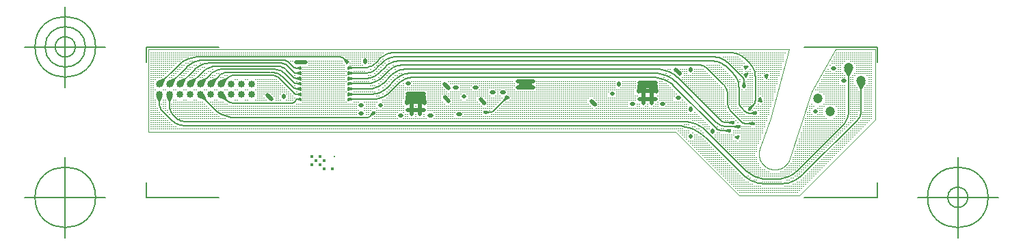
<source format=gbr>
G04 Generated by Ultiboard 14.2 *
%FSLAX46Y46*%
%MOIN*%

%ADD10C,0.000001*%
%ADD11C,0.005000*%
%ADD12C,0.020000*%
%ADD13C,0.000039*%
%ADD14C,0.015748*%
%ADD15C,0.011811*%
%ADD16C,0.033465*%
%ADD17C,0.047244*%


G04 ColorRGB 9966CC for the following layer *
%LN_uc451855c42657794dc2*%
%LPD*%
G54D10*
G36*
X2646000Y-64000D02*
X2646000Y-64000D01*
D02*
G37*
G36*
X2656000Y-64000D02*
X2656000Y-64000D01*
D02*
G37*
G36*
X2656000Y-74000D02*
X2656000Y-74000D01*
D02*
G37*
G36*
X2666000Y-64000D02*
X2666000Y-64000D01*
D02*
G37*
G36*
X2676000Y-64000D02*
X2676000Y-64000D01*
D02*
G37*
G36*
X2666000Y-74000D02*
X2666000Y-74000D01*
D02*
G37*
G36*
X2676000Y-74000D02*
X2676000Y-74000D01*
D02*
G37*
G36*
X2666000Y-84000D02*
X2666000Y-84000D01*
D02*
G37*
G36*
X2676000Y-84000D02*
X2676000Y-84000D01*
D02*
G37*
G36*
X2676000Y-94000D02*
X2676000Y-94000D01*
D02*
G37*
G36*
X2726000Y-144000D02*
X2726000Y-144000D01*
D02*
G37*
G36*
X2736000Y-144000D02*
X2736000Y-144000D01*
D02*
G37*
G36*
X2736000Y-154000D02*
X2736000Y-154000D01*
D02*
G37*
G36*
X2746000Y-144000D02*
X2746000Y-144000D01*
D02*
G37*
G36*
X2756000Y-144000D02*
X2756000Y-144000D01*
D02*
G37*
G36*
X2746000Y-154000D02*
X2746000Y-154000D01*
D02*
G37*
G36*
X2756000Y-154000D02*
X2756000Y-154000D01*
D02*
G37*
G36*
X2746000Y-164000D02*
X2746000Y-164000D01*
D02*
G37*
G36*
X2756000Y-164000D02*
X2756000Y-164000D01*
D02*
G37*
G36*
X2756000Y-174000D02*
X2756000Y-174000D01*
D02*
G37*
G36*
X2766000Y-144000D02*
X2766000Y-144000D01*
D02*
G37*
G36*
X2776000Y-144000D02*
X2776000Y-144000D01*
D02*
G37*
G36*
X2766000Y-154000D02*
X2766000Y-154000D01*
D02*
G37*
G36*
X2776000Y-154000D02*
X2776000Y-154000D01*
D02*
G37*
G36*
X2786000Y-144000D02*
X2786000Y-144000D01*
D02*
G37*
G36*
X2796000Y-144000D02*
X2796000Y-144000D01*
D02*
G37*
G36*
X2786000Y-154000D02*
X2786000Y-154000D01*
D02*
G37*
G36*
X2796000Y-154000D02*
X2796000Y-154000D01*
D02*
G37*
G36*
X2786000Y-164000D02*
X2786000Y-164000D01*
D02*
G37*
G36*
X2796000Y-164000D02*
X2796000Y-164000D01*
D02*
G37*
G36*
X2786000Y-174000D02*
X2786000Y-174000D01*
D02*
G37*
G36*
X2796000Y-174000D02*
X2796000Y-174000D01*
D02*
G37*
G36*
X2766000Y-164000D02*
X2766000Y-164000D01*
D02*
G37*
G36*
X2776000Y-164000D02*
X2776000Y-164000D01*
D02*
G37*
G36*
X2766000Y-174000D02*
X2766000Y-174000D01*
D02*
G37*
G36*
X2776000Y-174000D02*
X2776000Y-174000D01*
D02*
G37*
G36*
X2806000Y-144000D02*
X2806000Y-144000D01*
D02*
G37*
G36*
X2806000Y-154000D02*
X2806000Y-154000D01*
D02*
G37*
G36*
X2816000Y-154000D02*
X2816000Y-154000D01*
D02*
G37*
G36*
X2826000Y-164000D02*
X2826000Y-164000D01*
D02*
G37*
G36*
X2826000Y-174000D02*
X2826000Y-174000D01*
D02*
G37*
G36*
X2836000Y-174000D02*
X2836000Y-174000D01*
D02*
G37*
G36*
X2806000Y-164000D02*
X2806000Y-164000D01*
D02*
G37*
G36*
X2816000Y-164000D02*
X2816000Y-164000D01*
D02*
G37*
G36*
X2806000Y-174000D02*
X2806000Y-174000D01*
D02*
G37*
G36*
X2816000Y-174000D02*
X2816000Y-174000D01*
D02*
G37*
G36*
X2806000Y-184000D02*
X2806000Y-184000D01*
D02*
G37*
G36*
X2816000Y-184000D02*
X2816000Y-184000D01*
D02*
G37*
G36*
X2806000Y-194000D02*
X2806000Y-194000D01*
D02*
G37*
G36*
X2816000Y-194000D02*
X2816000Y-194000D01*
D02*
G37*
G36*
X2826000Y-184000D02*
X2826000Y-184000D01*
D02*
G37*
G36*
X2836000Y-184000D02*
X2836000Y-184000D01*
D02*
G37*
G36*
X2826000Y-194000D02*
X2826000Y-194000D01*
D02*
G37*
G36*
X2836000Y-194000D02*
X2836000Y-194000D01*
D02*
G37*
G36*
X2826000Y-204000D02*
X2826000Y-204000D01*
D02*
G37*
G36*
X2836000Y-204000D02*
X2836000Y-204000D01*
D02*
G37*
G36*
X2826000Y-214000D02*
X2826000Y-214000D01*
D02*
G37*
G36*
X2836000Y-214000D02*
X2836000Y-214000D01*
D02*
G37*
G36*
X2806000Y-204000D02*
X2806000Y-204000D01*
D02*
G37*
G36*
X2816000Y-204000D02*
X2816000Y-204000D01*
D02*
G37*
G36*
X2806000Y-214000D02*
X2806000Y-214000D01*
D02*
G37*
G36*
X2816000Y-214000D02*
X2816000Y-214000D01*
D02*
G37*
G36*
X2766000Y-184000D02*
X2766000Y-184000D01*
D02*
G37*
G36*
X2776000Y-184000D02*
X2776000Y-184000D01*
D02*
G37*
G36*
X2776000Y-194000D02*
X2776000Y-194000D01*
D02*
G37*
G36*
X2786000Y-184000D02*
X2786000Y-184000D01*
D02*
G37*
G36*
X2796000Y-184000D02*
X2796000Y-184000D01*
D02*
G37*
G36*
X2786000Y-194000D02*
X2786000Y-194000D01*
D02*
G37*
G36*
X2796000Y-194000D02*
X2796000Y-194000D01*
D02*
G37*
G36*
X2786000Y-204000D02*
X2786000Y-204000D01*
D02*
G37*
G36*
X2796000Y-204000D02*
X2796000Y-204000D01*
D02*
G37*
G36*
X2796000Y-214000D02*
X2796000Y-214000D01*
D02*
G37*
G36*
X2686000Y-64000D02*
X2686000Y-64000D01*
D02*
G37*
G36*
X2696000Y-64000D02*
X2696000Y-64000D01*
D02*
G37*
G36*
X2686000Y-74000D02*
X2686000Y-74000D01*
D02*
G37*
G36*
X2696000Y-74000D02*
X2696000Y-74000D01*
D02*
G37*
G36*
X2706000Y-64000D02*
X2706000Y-64000D01*
D02*
G37*
G36*
X2716000Y-64000D02*
X2716000Y-64000D01*
D02*
G37*
G36*
X2706000Y-74000D02*
X2706000Y-74000D01*
D02*
G37*
G36*
X2716000Y-74000D02*
X2716000Y-74000D01*
D02*
G37*
G36*
X2706000Y-84000D02*
X2706000Y-84000D01*
D02*
G37*
G36*
X2716000Y-84000D02*
X2716000Y-84000D01*
D02*
G37*
G36*
X2706000Y-94000D02*
X2706000Y-94000D01*
D02*
G37*
G36*
X2716000Y-94000D02*
X2716000Y-94000D01*
D02*
G37*
G36*
X2686000Y-84000D02*
X2686000Y-84000D01*
D02*
G37*
G36*
X2696000Y-84000D02*
X2696000Y-84000D01*
D02*
G37*
G36*
X2686000Y-94000D02*
X2686000Y-94000D01*
D02*
G37*
G36*
X2696000Y-94000D02*
X2696000Y-94000D01*
D02*
G37*
G36*
X2726000Y-64000D02*
X2726000Y-64000D01*
D02*
G37*
G36*
X2726000Y-74000D02*
X2726000Y-74000D01*
D02*
G37*
G36*
X2736000Y-74000D02*
X2736000Y-74000D01*
D02*
G37*
G36*
X2746000Y-84000D02*
X2746000Y-84000D01*
D02*
G37*
G36*
X2746000Y-94000D02*
X2746000Y-94000D01*
D02*
G37*
G36*
X2756000Y-94000D02*
X2756000Y-94000D01*
D02*
G37*
G36*
X2726000Y-84000D02*
X2726000Y-84000D01*
D02*
G37*
G36*
X2736000Y-84000D02*
X2736000Y-84000D01*
D02*
G37*
G36*
X2726000Y-94000D02*
X2726000Y-94000D01*
D02*
G37*
G36*
X2736000Y-94000D02*
X2736000Y-94000D01*
D02*
G37*
G36*
X2726000Y-104000D02*
X2726000Y-104000D01*
D02*
G37*
G36*
X2736000Y-104000D02*
X2736000Y-104000D01*
D02*
G37*
G36*
X2726000Y-114000D02*
X2726000Y-114000D01*
D02*
G37*
G36*
X2736000Y-114000D02*
X2736000Y-114000D01*
D02*
G37*
G36*
X2746000Y-104000D02*
X2746000Y-104000D01*
D02*
G37*
G36*
X2756000Y-104000D02*
X2756000Y-104000D01*
D02*
G37*
G36*
X2746000Y-114000D02*
X2746000Y-114000D01*
D02*
G37*
G36*
X2756000Y-114000D02*
X2756000Y-114000D01*
D02*
G37*
G36*
X2746000Y-124000D02*
X2746000Y-124000D01*
D02*
G37*
G36*
X2756000Y-124000D02*
X2756000Y-124000D01*
D02*
G37*
G36*
X2746000Y-134000D02*
X2746000Y-134000D01*
D02*
G37*
G36*
X2756000Y-134000D02*
X2756000Y-134000D01*
D02*
G37*
G36*
X2726000Y-124000D02*
X2726000Y-124000D01*
D02*
G37*
G36*
X2736000Y-124000D02*
X2736000Y-124000D01*
D02*
G37*
G36*
X2726000Y-134000D02*
X2726000Y-134000D01*
D02*
G37*
G36*
X2736000Y-134000D02*
X2736000Y-134000D01*
D02*
G37*
G36*
X2686000Y-104000D02*
X2686000Y-104000D01*
D02*
G37*
G36*
X2696000Y-104000D02*
X2696000Y-104000D01*
D02*
G37*
G36*
X2696000Y-114000D02*
X2696000Y-114000D01*
D02*
G37*
G36*
X2706000Y-104000D02*
X2706000Y-104000D01*
D02*
G37*
G36*
X2716000Y-104000D02*
X2716000Y-104000D01*
D02*
G37*
G36*
X2706000Y-114000D02*
X2706000Y-114000D01*
D02*
G37*
G36*
X2716000Y-114000D02*
X2716000Y-114000D01*
D02*
G37*
G36*
X2706000Y-124000D02*
X2706000Y-124000D01*
D02*
G37*
G36*
X2716000Y-124000D02*
X2716000Y-124000D01*
D02*
G37*
G36*
X2716000Y-134000D02*
X2716000Y-134000D01*
D02*
G37*
G36*
X2796000Y-64000D02*
X2796000Y-64000D01*
D02*
G37*
G36*
X2806000Y-64000D02*
X2806000Y-64000D01*
D02*
G37*
G36*
X2816000Y-64000D02*
X2816000Y-64000D01*
D02*
G37*
G36*
X2806000Y-74000D02*
X2806000Y-74000D01*
D02*
G37*
G36*
X2816000Y-74000D02*
X2816000Y-74000D01*
D02*
G37*
G36*
X2826000Y-64000D02*
X2826000Y-64000D01*
D02*
G37*
G36*
X2836000Y-64000D02*
X2836000Y-64000D01*
D02*
G37*
G36*
X2826000Y-74000D02*
X2826000Y-74000D01*
D02*
G37*
G36*
X2836000Y-74000D02*
X2836000Y-74000D01*
D02*
G37*
G36*
X2826000Y-84000D02*
X2826000Y-84000D01*
D02*
G37*
G36*
X2836000Y-84000D02*
X2836000Y-84000D01*
D02*
G37*
G36*
X2826000Y-94000D02*
X2826000Y-94000D01*
D02*
G37*
G36*
X2836000Y-94000D02*
X2836000Y-94000D01*
D02*
G37*
G36*
X2816000Y-84000D02*
X2816000Y-84000D01*
D02*
G37*
G36*
X2836000Y-104000D02*
X2836000Y-104000D01*
D02*
G37*
G36*
X2766000Y-104000D02*
X2766000Y-104000D01*
D02*
G37*
G36*
X2766000Y-114000D02*
X2766000Y-114000D01*
D02*
G37*
G36*
X2776000Y-114000D02*
X2776000Y-114000D01*
D02*
G37*
G36*
X2786000Y-124000D02*
X2786000Y-124000D01*
D02*
G37*
G36*
X2786000Y-134000D02*
X2786000Y-134000D01*
D02*
G37*
G36*
X2796000Y-134000D02*
X2796000Y-134000D01*
D02*
G37*
G36*
X2766000Y-124000D02*
X2766000Y-124000D01*
D02*
G37*
G36*
X2776000Y-124000D02*
X2776000Y-124000D01*
D02*
G37*
G36*
X2766000Y-134000D02*
X2766000Y-134000D01*
D02*
G37*
G36*
X2776000Y-134000D02*
X2776000Y-134000D01*
D02*
G37*
G36*
X2526000Y6000D02*
X2526000Y6000D01*
D02*
G37*
G36*
X2536000Y6000D02*
X2536000Y6000D01*
D02*
G37*
G36*
X2546000Y6000D02*
X2546000Y6000D01*
D02*
G37*
G36*
X2556000Y6000D02*
X2556000Y6000D01*
D02*
G37*
G36*
X2566000Y6000D02*
X2566000Y6000D01*
D02*
G37*
G36*
X2576000Y6000D02*
X2576000Y6000D01*
D02*
G37*
G36*
X2586000Y6000D02*
X2586000Y6000D01*
D02*
G37*
G36*
X2596000Y6000D02*
X2596000Y6000D01*
D02*
G37*
G36*
X2586000Y-4000D02*
X2586000Y-4000D01*
D02*
G37*
G36*
X2596000Y-4000D02*
X2596000Y-4000D01*
D02*
G37*
G36*
X2596000Y-14000D02*
X2596000Y-14000D01*
D02*
G37*
G36*
X2606000Y6000D02*
X2606000Y6000D01*
D02*
G37*
G36*
X2626000Y-4000D02*
X2626000Y-4000D01*
D02*
G37*
G36*
X2636000Y-4000D02*
X2636000Y-4000D01*
D02*
G37*
G36*
X2626000Y-14000D02*
X2626000Y-14000D01*
D02*
G37*
G36*
X2636000Y-14000D02*
X2636000Y-14000D01*
D02*
G37*
G36*
X2606000Y-4000D02*
X2606000Y-4000D01*
D02*
G37*
G36*
X2616000Y-4000D02*
X2616000Y-4000D01*
D02*
G37*
G36*
X2606000Y-14000D02*
X2606000Y-14000D01*
D02*
G37*
G36*
X2616000Y-14000D02*
X2616000Y-14000D01*
D02*
G37*
G36*
X2656000Y16000D02*
X2656000Y16000D01*
D02*
G37*
G36*
X2666000Y16000D02*
X2666000Y16000D01*
D02*
G37*
G36*
X2676000Y6000D02*
X2676000Y6000D01*
D02*
G37*
G36*
X2656000Y-14000D02*
X2656000Y-14000D01*
D02*
G37*
G36*
X2666000Y-24000D02*
X2666000Y-24000D01*
D02*
G37*
G36*
X2676000Y-24000D02*
X2676000Y-24000D01*
D02*
G37*
G36*
X2666000Y-34000D02*
X2666000Y-34000D01*
D02*
G37*
G36*
X2676000Y-34000D02*
X2676000Y-34000D01*
D02*
G37*
G36*
X2666000Y-44000D02*
X2666000Y-44000D01*
D02*
G37*
G36*
X2676000Y-44000D02*
X2676000Y-44000D01*
D02*
G37*
G36*
X2666000Y-54000D02*
X2666000Y-54000D01*
D02*
G37*
G36*
X2676000Y-54000D02*
X2676000Y-54000D01*
D02*
G37*
G36*
X2646000Y-54000D02*
X2646000Y-54000D01*
D02*
G37*
G36*
X2656000Y-54000D02*
X2656000Y-54000D01*
D02*
G37*
G36*
X2606000Y-24000D02*
X2606000Y-24000D01*
D02*
G37*
G36*
X2616000Y-24000D02*
X2616000Y-24000D01*
D02*
G37*
G36*
X2616000Y-34000D02*
X2616000Y-34000D01*
D02*
G37*
G36*
X2626000Y-24000D02*
X2626000Y-24000D01*
D02*
G37*
G36*
X2626000Y-34000D02*
X2626000Y-34000D01*
D02*
G37*
G36*
X2626000Y-44000D02*
X2626000Y-44000D01*
D02*
G37*
G36*
X2636000Y-54000D02*
X2636000Y-54000D01*
D02*
G37*
G36*
X2526000Y96000D02*
X2526000Y96000D01*
D02*
G37*
G36*
X2536000Y96000D02*
X2536000Y96000D01*
D02*
G37*
G36*
X2526000Y86000D02*
X2526000Y86000D01*
D02*
G37*
G36*
X2536000Y86000D02*
X2536000Y86000D01*
D02*
G37*
G36*
X2546000Y96000D02*
X2546000Y96000D01*
D02*
G37*
G36*
X2556000Y96000D02*
X2556000Y96000D01*
D02*
G37*
G36*
X2546000Y86000D02*
X2546000Y86000D01*
D02*
G37*
G36*
X2556000Y86000D02*
X2556000Y86000D01*
D02*
G37*
G36*
X2546000Y76000D02*
X2546000Y76000D01*
D02*
G37*
G36*
X2556000Y76000D02*
X2556000Y76000D01*
D02*
G37*
G36*
X2546000Y66000D02*
X2546000Y66000D01*
D02*
G37*
G36*
X2556000Y66000D02*
X2556000Y66000D01*
D02*
G37*
G36*
X2526000Y76000D02*
X2526000Y76000D01*
D02*
G37*
G36*
X2536000Y76000D02*
X2536000Y76000D01*
D02*
G37*
G36*
X2526000Y66000D02*
X2526000Y66000D01*
D02*
G37*
G36*
X2536000Y66000D02*
X2536000Y66000D01*
D02*
G37*
G36*
X2566000Y96000D02*
X2566000Y96000D01*
D02*
G37*
G36*
X2576000Y96000D02*
X2576000Y96000D01*
D02*
G37*
G36*
X2566000Y86000D02*
X2566000Y86000D01*
D02*
G37*
G36*
X2576000Y86000D02*
X2576000Y86000D01*
D02*
G37*
G36*
X2586000Y96000D02*
X2586000Y96000D01*
D02*
G37*
G36*
X2596000Y96000D02*
X2596000Y96000D01*
D02*
G37*
G36*
X2586000Y86000D02*
X2586000Y86000D01*
D02*
G37*
G36*
X2596000Y86000D02*
X2596000Y86000D01*
D02*
G37*
G36*
X2586000Y76000D02*
X2586000Y76000D01*
D02*
G37*
G36*
X2596000Y76000D02*
X2596000Y76000D01*
D02*
G37*
G36*
X2586000Y66000D02*
X2586000Y66000D01*
D02*
G37*
G36*
X2596000Y66000D02*
X2596000Y66000D01*
D02*
G37*
G36*
X2566000Y76000D02*
X2566000Y76000D01*
D02*
G37*
G36*
X2576000Y76000D02*
X2576000Y76000D01*
D02*
G37*
G36*
X2566000Y66000D02*
X2566000Y66000D01*
D02*
G37*
G36*
X2576000Y66000D02*
X2576000Y66000D01*
D02*
G37*
G36*
X2566000Y56000D02*
X2566000Y56000D01*
D02*
G37*
G36*
X2576000Y56000D02*
X2576000Y56000D01*
D02*
G37*
G36*
X2586000Y56000D02*
X2586000Y56000D01*
D02*
G37*
G36*
X2596000Y56000D02*
X2596000Y56000D01*
D02*
G37*
G36*
X2526000Y56000D02*
X2526000Y56000D01*
D02*
G37*
G36*
X2536000Y56000D02*
X2536000Y56000D01*
D02*
G37*
G36*
X2546000Y56000D02*
X2546000Y56000D01*
D02*
G37*
G36*
X2556000Y56000D02*
X2556000Y56000D01*
D02*
G37*
G36*
X2606000Y96000D02*
X2606000Y96000D01*
D02*
G37*
G36*
X2616000Y96000D02*
X2616000Y96000D01*
D02*
G37*
G36*
X2606000Y86000D02*
X2606000Y86000D01*
D02*
G37*
G36*
X2616000Y86000D02*
X2616000Y86000D01*
D02*
G37*
G36*
X2626000Y96000D02*
X2626000Y96000D01*
D02*
G37*
G36*
X2626000Y86000D02*
X2626000Y86000D01*
D02*
G37*
G36*
X2626000Y76000D02*
X2626000Y76000D01*
D02*
G37*
G36*
X2636000Y76000D02*
X2636000Y76000D01*
D02*
G37*
G36*
X2626000Y66000D02*
X2626000Y66000D01*
D02*
G37*
G36*
X2636000Y66000D02*
X2636000Y66000D01*
D02*
G37*
G36*
X2606000Y76000D02*
X2606000Y76000D01*
D02*
G37*
G36*
X2616000Y76000D02*
X2616000Y76000D01*
D02*
G37*
G36*
X2606000Y66000D02*
X2606000Y66000D01*
D02*
G37*
G36*
X2616000Y66000D02*
X2616000Y66000D01*
D02*
G37*
G36*
X2666000Y86000D02*
X2666000Y86000D01*
D02*
G37*
G36*
X2666000Y76000D02*
X2666000Y76000D01*
D02*
G37*
G36*
X2676000Y76000D02*
X2676000Y76000D01*
D02*
G37*
G36*
X2666000Y66000D02*
X2666000Y66000D01*
D02*
G37*
G36*
X2676000Y66000D02*
X2676000Y66000D01*
D02*
G37*
G36*
X2646000Y76000D02*
X2646000Y76000D01*
D02*
G37*
G36*
X2656000Y76000D02*
X2656000Y76000D01*
D02*
G37*
G36*
X2646000Y66000D02*
X2646000Y66000D01*
D02*
G37*
G36*
X2656000Y66000D02*
X2656000Y66000D01*
D02*
G37*
G36*
X2646000Y56000D02*
X2646000Y56000D01*
D02*
G37*
G36*
X2656000Y56000D02*
X2656000Y56000D01*
D02*
G37*
G36*
X2656000Y46000D02*
X2656000Y46000D01*
D02*
G37*
G36*
X2666000Y56000D02*
X2666000Y56000D01*
D02*
G37*
G36*
X2676000Y56000D02*
X2676000Y56000D01*
D02*
G37*
G36*
X2666000Y46000D02*
X2666000Y46000D01*
D02*
G37*
G36*
X2676000Y46000D02*
X2676000Y46000D01*
D02*
G37*
G36*
X2606000Y56000D02*
X2606000Y56000D01*
D02*
G37*
G36*
X2616000Y56000D02*
X2616000Y56000D01*
D02*
G37*
G36*
X2626000Y56000D02*
X2626000Y56000D01*
D02*
G37*
G36*
X2636000Y56000D02*
X2636000Y56000D01*
D02*
G37*
G36*
X2626000Y26000D02*
X2626000Y26000D01*
D02*
G37*
G36*
X2636000Y26000D02*
X2636000Y26000D01*
D02*
G37*
G36*
X2616000Y26000D02*
X2616000Y26000D01*
D02*
G37*
G36*
X2686000Y6000D02*
X2686000Y6000D01*
D02*
G37*
G36*
X2716000Y16000D02*
X2716000Y16000D01*
D02*
G37*
G36*
X2706000Y-14000D02*
X2706000Y-14000D01*
D02*
G37*
G36*
X2696000Y-4000D02*
X2696000Y-4000D01*
D02*
G37*
G36*
X2726000Y16000D02*
X2726000Y16000D01*
D02*
G37*
G36*
X2736000Y16000D02*
X2736000Y16000D01*
D02*
G37*
G36*
X2726000Y6000D02*
X2726000Y6000D01*
D02*
G37*
G36*
X2736000Y6000D02*
X2736000Y6000D01*
D02*
G37*
G36*
X2686000Y-34000D02*
X2686000Y-34000D01*
D02*
G37*
G36*
X2696000Y-34000D02*
X2696000Y-34000D01*
D02*
G37*
G36*
X2706000Y-44000D02*
X2706000Y-44000D01*
D02*
G37*
G36*
X2706000Y-54000D02*
X2706000Y-54000D01*
D02*
G37*
G36*
X2716000Y-54000D02*
X2716000Y-54000D01*
D02*
G37*
G36*
X2686000Y-44000D02*
X2686000Y-44000D01*
D02*
G37*
G36*
X2696000Y-44000D02*
X2696000Y-44000D01*
D02*
G37*
G36*
X2686000Y-54000D02*
X2686000Y-54000D01*
D02*
G37*
G36*
X2696000Y-54000D02*
X2696000Y-54000D01*
D02*
G37*
G36*
X2776000Y16000D02*
X2776000Y16000D01*
D02*
G37*
G36*
X2796000Y6000D02*
X2796000Y6000D01*
D02*
G37*
G36*
X2786000Y-14000D02*
X2786000Y-14000D01*
D02*
G37*
G36*
X2776000Y-14000D02*
X2776000Y-14000D01*
D02*
G37*
G36*
X2806000Y6000D02*
X2806000Y6000D01*
D02*
G37*
G36*
X2806000Y-24000D02*
X2806000Y-24000D01*
D02*
G37*
G36*
X2816000Y-24000D02*
X2816000Y-24000D01*
D02*
G37*
G36*
X2806000Y-34000D02*
X2806000Y-34000D01*
D02*
G37*
G36*
X2816000Y-34000D02*
X2816000Y-34000D01*
D02*
G37*
G36*
X2826000Y-24000D02*
X2826000Y-24000D01*
D02*
G37*
G36*
X2836000Y-24000D02*
X2836000Y-24000D01*
D02*
G37*
G36*
X2826000Y-34000D02*
X2826000Y-34000D01*
D02*
G37*
G36*
X2836000Y-34000D02*
X2836000Y-34000D01*
D02*
G37*
G36*
X2826000Y-44000D02*
X2826000Y-44000D01*
D02*
G37*
G36*
X2836000Y-44000D02*
X2836000Y-44000D01*
D02*
G37*
G36*
X2826000Y-54000D02*
X2826000Y-54000D01*
D02*
G37*
G36*
X2836000Y-54000D02*
X2836000Y-54000D01*
D02*
G37*
G36*
X2806000Y-44000D02*
X2806000Y-44000D01*
D02*
G37*
G36*
X2816000Y-44000D02*
X2816000Y-44000D01*
D02*
G37*
G36*
X2806000Y-54000D02*
X2806000Y-54000D01*
D02*
G37*
G36*
X2816000Y-54000D02*
X2816000Y-54000D01*
D02*
G37*
G36*
X2766000Y-24000D02*
X2766000Y-24000D01*
D02*
G37*
G36*
X2776000Y-24000D02*
X2776000Y-24000D01*
D02*
G37*
G36*
X2766000Y-34000D02*
X2766000Y-34000D01*
D02*
G37*
G36*
X2776000Y-34000D02*
X2776000Y-34000D01*
D02*
G37*
G36*
X2786000Y-24000D02*
X2786000Y-24000D01*
D02*
G37*
G36*
X2796000Y-24000D02*
X2796000Y-24000D01*
D02*
G37*
G36*
X2786000Y-34000D02*
X2786000Y-34000D01*
D02*
G37*
G36*
X2796000Y-34000D02*
X2796000Y-34000D01*
D02*
G37*
G36*
X2786000Y-44000D02*
X2786000Y-44000D01*
D02*
G37*
G36*
X2796000Y-44000D02*
X2796000Y-44000D01*
D02*
G37*
G36*
X2786000Y-54000D02*
X2786000Y-54000D01*
D02*
G37*
G36*
X2796000Y-54000D02*
X2796000Y-54000D01*
D02*
G37*
G36*
X2776000Y-44000D02*
X2776000Y-44000D01*
D02*
G37*
G36*
X2686000Y66000D02*
X2686000Y66000D01*
D02*
G37*
G36*
X2756000Y96000D02*
X2756000Y96000D01*
D02*
G37*
G36*
X2726000Y26000D02*
X2726000Y26000D01*
D02*
G37*
G36*
X2686000Y56000D02*
X2686000Y56000D01*
D02*
G37*
G36*
X2696000Y56000D02*
X2696000Y56000D01*
D02*
G37*
G36*
X2686000Y46000D02*
X2686000Y46000D01*
D02*
G37*
G36*
X2696000Y46000D02*
X2696000Y46000D01*
D02*
G37*
G36*
X2706000Y46000D02*
X2706000Y46000D01*
D02*
G37*
G36*
X2706000Y36000D02*
X2706000Y36000D01*
D02*
G37*
G36*
X2716000Y36000D02*
X2716000Y36000D01*
D02*
G37*
G36*
X2706000Y26000D02*
X2706000Y26000D01*
D02*
G37*
G36*
X2716000Y26000D02*
X2716000Y26000D01*
D02*
G37*
G36*
X2686000Y36000D02*
X2686000Y36000D01*
D02*
G37*
G36*
X2696000Y36000D02*
X2696000Y36000D01*
D02*
G37*
G36*
X2766000Y96000D02*
X2766000Y96000D01*
D02*
G37*
G36*
X2776000Y96000D02*
X2776000Y96000D01*
D02*
G37*
G36*
X2766000Y86000D02*
X2766000Y86000D01*
D02*
G37*
G36*
X2776000Y86000D02*
X2776000Y86000D01*
D02*
G37*
G36*
X2786000Y96000D02*
X2786000Y96000D01*
D02*
G37*
G36*
X2796000Y96000D02*
X2796000Y96000D01*
D02*
G37*
G36*
X2786000Y86000D02*
X2786000Y86000D01*
D02*
G37*
G36*
X2796000Y86000D02*
X2796000Y86000D01*
D02*
G37*
G36*
X2786000Y76000D02*
X2786000Y76000D01*
D02*
G37*
G36*
X2796000Y76000D02*
X2796000Y76000D01*
D02*
G37*
G36*
X2786000Y66000D02*
X2786000Y66000D01*
D02*
G37*
G36*
X2796000Y66000D02*
X2796000Y66000D01*
D02*
G37*
G36*
X2776000Y76000D02*
X2776000Y76000D01*
D02*
G37*
G36*
X2806000Y96000D02*
X2806000Y96000D01*
D02*
G37*
G36*
X2816000Y96000D02*
X2816000Y96000D01*
D02*
G37*
G36*
X2806000Y86000D02*
X2806000Y86000D01*
D02*
G37*
G36*
X2816000Y86000D02*
X2816000Y86000D01*
D02*
G37*
G36*
X2826000Y86000D02*
X2826000Y86000D01*
D02*
G37*
G36*
X2826000Y76000D02*
X2826000Y76000D01*
D02*
G37*
G36*
X2836000Y76000D02*
X2836000Y76000D01*
D02*
G37*
G36*
X2826000Y66000D02*
X2826000Y66000D01*
D02*
G37*
G36*
X2836000Y66000D02*
X2836000Y66000D01*
D02*
G37*
G36*
X2806000Y76000D02*
X2806000Y76000D01*
D02*
G37*
G36*
X2816000Y76000D02*
X2816000Y76000D01*
D02*
G37*
G36*
X2806000Y66000D02*
X2806000Y66000D01*
D02*
G37*
G36*
X2816000Y66000D02*
X2816000Y66000D01*
D02*
G37*
G36*
X2806000Y56000D02*
X2806000Y56000D01*
D02*
G37*
G36*
X2816000Y56000D02*
X2816000Y56000D01*
D02*
G37*
G36*
X2816000Y46000D02*
X2816000Y46000D01*
D02*
G37*
G36*
X2826000Y56000D02*
X2826000Y56000D01*
D02*
G37*
G36*
X2836000Y56000D02*
X2836000Y56000D01*
D02*
G37*
G36*
X2826000Y46000D02*
X2826000Y46000D01*
D02*
G37*
G36*
X2796000Y56000D02*
X2796000Y56000D01*
D02*
G37*
G36*
X2876000Y-144000D02*
X2876000Y-144000D01*
D02*
G37*
G36*
X2886000Y-144000D02*
X2886000Y-144000D01*
D02*
G37*
G36*
X2896000Y-144000D02*
X2896000Y-144000D01*
D02*
G37*
G36*
X2886000Y-154000D02*
X2886000Y-154000D01*
D02*
G37*
G36*
X2896000Y-154000D02*
X2896000Y-154000D01*
D02*
G37*
G36*
X2906000Y-144000D02*
X2906000Y-144000D01*
D02*
G37*
G36*
X2916000Y-144000D02*
X2916000Y-144000D01*
D02*
G37*
G36*
X2906000Y-154000D02*
X2906000Y-154000D01*
D02*
G37*
G36*
X2916000Y-154000D02*
X2916000Y-154000D01*
D02*
G37*
G36*
X2906000Y-164000D02*
X2906000Y-164000D01*
D02*
G37*
G36*
X2916000Y-164000D02*
X2916000Y-164000D01*
D02*
G37*
G36*
X2906000Y-174000D02*
X2906000Y-174000D01*
D02*
G37*
G36*
X2916000Y-174000D02*
X2916000Y-174000D01*
D02*
G37*
G36*
X2896000Y-164000D02*
X2896000Y-164000D01*
D02*
G37*
G36*
X2916000Y-184000D02*
X2916000Y-184000D01*
D02*
G37*
G36*
X2846000Y-184000D02*
X2846000Y-184000D01*
D02*
G37*
G36*
X2846000Y-194000D02*
X2846000Y-194000D01*
D02*
G37*
G36*
X2856000Y-194000D02*
X2856000Y-194000D01*
D02*
G37*
G36*
X2866000Y-204000D02*
X2866000Y-204000D01*
D02*
G37*
G36*
X2866000Y-214000D02*
X2866000Y-214000D01*
D02*
G37*
G36*
X2876000Y-214000D02*
X2876000Y-214000D01*
D02*
G37*
G36*
X2846000Y-204000D02*
X2846000Y-204000D01*
D02*
G37*
G36*
X2856000Y-204000D02*
X2856000Y-204000D01*
D02*
G37*
G36*
X2846000Y-214000D02*
X2846000Y-214000D01*
D02*
G37*
G36*
X2856000Y-214000D02*
X2856000Y-214000D01*
D02*
G37*
G36*
X2926000Y-144000D02*
X2926000Y-144000D01*
D02*
G37*
G36*
X2936000Y-144000D02*
X2936000Y-144000D01*
D02*
G37*
G36*
X2926000Y-154000D02*
X2926000Y-154000D01*
D02*
G37*
G36*
X2936000Y-154000D02*
X2936000Y-154000D01*
D02*
G37*
G36*
X2946000Y-144000D02*
X2946000Y-144000D01*
D02*
G37*
G36*
X2956000Y-144000D02*
X2956000Y-144000D01*
D02*
G37*
G36*
X2946000Y-154000D02*
X2946000Y-154000D01*
D02*
G37*
G36*
X2956000Y-154000D02*
X2956000Y-154000D01*
D02*
G37*
G36*
X2946000Y-164000D02*
X2946000Y-164000D01*
D02*
G37*
G36*
X2956000Y-164000D02*
X2956000Y-164000D01*
D02*
G37*
G36*
X2946000Y-174000D02*
X2946000Y-174000D01*
D02*
G37*
G36*
X2956000Y-174000D02*
X2956000Y-174000D01*
D02*
G37*
G36*
X2926000Y-164000D02*
X2926000Y-164000D01*
D02*
G37*
G36*
X2936000Y-164000D02*
X2936000Y-164000D01*
D02*
G37*
G36*
X2926000Y-174000D02*
X2926000Y-174000D01*
D02*
G37*
G36*
X2936000Y-174000D02*
X2936000Y-174000D01*
D02*
G37*
G36*
X2966000Y-144000D02*
X2966000Y-144000D01*
D02*
G37*
G36*
X2966000Y-154000D02*
X2966000Y-154000D01*
D02*
G37*
G36*
X2966000Y-164000D02*
X2966000Y-164000D01*
D02*
G37*
G36*
X2976000Y-164000D02*
X2976000Y-164000D01*
D02*
G37*
G36*
X2966000Y-174000D02*
X2966000Y-174000D01*
D02*
G37*
G36*
X2976000Y-174000D02*
X2976000Y-174000D01*
D02*
G37*
G36*
X2966000Y-184000D02*
X2966000Y-184000D01*
D02*
G37*
G36*
X2976000Y-184000D02*
X2976000Y-184000D01*
D02*
G37*
G36*
X2966000Y-194000D02*
X2966000Y-194000D01*
D02*
G37*
G36*
X2976000Y-194000D02*
X2976000Y-194000D01*
D02*
G37*
G36*
X2986000Y-184000D02*
X2986000Y-184000D01*
D02*
G37*
G36*
X2986000Y-194000D02*
X2986000Y-194000D01*
D02*
G37*
G36*
X2996000Y-194000D02*
X2996000Y-194000D01*
D02*
G37*
G36*
X2986000Y-204000D02*
X2986000Y-204000D01*
D02*
G37*
G36*
X2996000Y-204000D02*
X2996000Y-204000D01*
D02*
G37*
G36*
X2986000Y-214000D02*
X2986000Y-214000D01*
D02*
G37*
G36*
X2996000Y-214000D02*
X2996000Y-214000D01*
D02*
G37*
G36*
X2966000Y-204000D02*
X2966000Y-204000D01*
D02*
G37*
G36*
X2976000Y-204000D02*
X2976000Y-204000D01*
D02*
G37*
G36*
X2966000Y-214000D02*
X2966000Y-214000D01*
D02*
G37*
G36*
X2976000Y-214000D02*
X2976000Y-214000D01*
D02*
G37*
G36*
X2926000Y-184000D02*
X2926000Y-184000D01*
D02*
G37*
G36*
X2936000Y-184000D02*
X2936000Y-184000D01*
D02*
G37*
G36*
X2926000Y-194000D02*
X2926000Y-194000D01*
D02*
G37*
G36*
X2936000Y-194000D02*
X2936000Y-194000D01*
D02*
G37*
G36*
X2946000Y-184000D02*
X2946000Y-184000D01*
D02*
G37*
G36*
X2956000Y-184000D02*
X2956000Y-184000D01*
D02*
G37*
G36*
X2946000Y-194000D02*
X2946000Y-194000D01*
D02*
G37*
G36*
X2956000Y-194000D02*
X2956000Y-194000D01*
D02*
G37*
G36*
X2946000Y-204000D02*
X2946000Y-204000D01*
D02*
G37*
G36*
X2956000Y-204000D02*
X2956000Y-204000D01*
D02*
G37*
G36*
X2956000Y-214000D02*
X2956000Y-214000D01*
D02*
G37*
G36*
X2936000Y-204000D02*
X2936000Y-204000D01*
D02*
G37*
G36*
X2846000Y-64000D02*
X2846000Y-64000D01*
D02*
G37*
G36*
X2856000Y-64000D02*
X2856000Y-64000D01*
D02*
G37*
G36*
X2846000Y-74000D02*
X2846000Y-74000D01*
D02*
G37*
G36*
X2856000Y-74000D02*
X2856000Y-74000D01*
D02*
G37*
G36*
X2866000Y-64000D02*
X2866000Y-64000D01*
D02*
G37*
G36*
X2876000Y-64000D02*
X2876000Y-64000D01*
D02*
G37*
G36*
X2866000Y-74000D02*
X2866000Y-74000D01*
D02*
G37*
G36*
X2876000Y-74000D02*
X2876000Y-74000D01*
D02*
G37*
G36*
X2866000Y-84000D02*
X2866000Y-84000D01*
D02*
G37*
G36*
X2876000Y-84000D02*
X2876000Y-84000D01*
D02*
G37*
G36*
X2866000Y-94000D02*
X2866000Y-94000D01*
D02*
G37*
G36*
X2876000Y-94000D02*
X2876000Y-94000D01*
D02*
G37*
G36*
X2846000Y-84000D02*
X2846000Y-84000D01*
D02*
G37*
G36*
X2856000Y-84000D02*
X2856000Y-84000D01*
D02*
G37*
G36*
X2846000Y-94000D02*
X2846000Y-94000D01*
D02*
G37*
G36*
X2856000Y-94000D02*
X2856000Y-94000D01*
D02*
G37*
G36*
X2886000Y-64000D02*
X2886000Y-64000D01*
D02*
G37*
G36*
X2896000Y-64000D02*
X2896000Y-64000D01*
D02*
G37*
G36*
X2886000Y-74000D02*
X2886000Y-74000D01*
D02*
G37*
G36*
X2896000Y-74000D02*
X2896000Y-74000D01*
D02*
G37*
G36*
X2906000Y-64000D02*
X2906000Y-64000D01*
D02*
G37*
G36*
X2916000Y-64000D02*
X2916000Y-64000D01*
D02*
G37*
G36*
X2906000Y-74000D02*
X2906000Y-74000D01*
D02*
G37*
G36*
X2916000Y-74000D02*
X2916000Y-74000D01*
D02*
G37*
G36*
X2906000Y-84000D02*
X2906000Y-84000D01*
D02*
G37*
G36*
X2916000Y-84000D02*
X2916000Y-84000D01*
D02*
G37*
G36*
X2906000Y-94000D02*
X2906000Y-94000D01*
D02*
G37*
G36*
X2916000Y-94000D02*
X2916000Y-94000D01*
D02*
G37*
G36*
X2886000Y-84000D02*
X2886000Y-84000D01*
D02*
G37*
G36*
X2896000Y-84000D02*
X2896000Y-84000D01*
D02*
G37*
G36*
X2886000Y-94000D02*
X2886000Y-94000D01*
D02*
G37*
G36*
X2896000Y-94000D02*
X2896000Y-94000D01*
D02*
G37*
G36*
X2886000Y-104000D02*
X2886000Y-104000D01*
D02*
G37*
G36*
X2896000Y-104000D02*
X2896000Y-104000D01*
D02*
G37*
G36*
X2886000Y-114000D02*
X2886000Y-114000D01*
D02*
G37*
G36*
X2896000Y-114000D02*
X2896000Y-114000D01*
D02*
G37*
G36*
X2906000Y-104000D02*
X2906000Y-104000D01*
D02*
G37*
G36*
X2916000Y-104000D02*
X2916000Y-104000D01*
D02*
G37*
G36*
X2906000Y-114000D02*
X2906000Y-114000D01*
D02*
G37*
G36*
X2916000Y-114000D02*
X2916000Y-114000D01*
D02*
G37*
G36*
X2906000Y-124000D02*
X2906000Y-124000D01*
D02*
G37*
G36*
X2916000Y-124000D02*
X2916000Y-124000D01*
D02*
G37*
G36*
X2906000Y-134000D02*
X2906000Y-134000D01*
D02*
G37*
G36*
X2916000Y-134000D02*
X2916000Y-134000D01*
D02*
G37*
G36*
X2886000Y-124000D02*
X2886000Y-124000D01*
D02*
G37*
G36*
X2896000Y-124000D02*
X2896000Y-124000D01*
D02*
G37*
G36*
X2886000Y-134000D02*
X2886000Y-134000D01*
D02*
G37*
G36*
X2896000Y-134000D02*
X2896000Y-134000D01*
D02*
G37*
G36*
X2846000Y-104000D02*
X2846000Y-104000D01*
D02*
G37*
G36*
X2856000Y-104000D02*
X2856000Y-104000D01*
D02*
G37*
G36*
X2846000Y-114000D02*
X2846000Y-114000D01*
D02*
G37*
G36*
X2856000Y-114000D02*
X2856000Y-114000D01*
D02*
G37*
G36*
X2866000Y-104000D02*
X2866000Y-104000D01*
D02*
G37*
G36*
X2876000Y-104000D02*
X2876000Y-104000D01*
D02*
G37*
G36*
X2866000Y-114000D02*
X2866000Y-114000D01*
D02*
G37*
G36*
X2876000Y-114000D02*
X2876000Y-114000D01*
D02*
G37*
G36*
X2866000Y-124000D02*
X2866000Y-124000D01*
D02*
G37*
G36*
X2876000Y-124000D02*
X2876000Y-124000D01*
D02*
G37*
G36*
X2866000Y-134000D02*
X2866000Y-134000D01*
D02*
G37*
G36*
X2876000Y-134000D02*
X2876000Y-134000D01*
D02*
G37*
G36*
X2856000Y-124000D02*
X2856000Y-124000D01*
D02*
G37*
G36*
X2926000Y-64000D02*
X2926000Y-64000D01*
D02*
G37*
G36*
X2936000Y-64000D02*
X2936000Y-64000D01*
D02*
G37*
G36*
X2926000Y-74000D02*
X2926000Y-74000D01*
D02*
G37*
G36*
X2936000Y-74000D02*
X2936000Y-74000D01*
D02*
G37*
G36*
X2946000Y-64000D02*
X2946000Y-64000D01*
D02*
G37*
G36*
X2956000Y-64000D02*
X2956000Y-64000D01*
D02*
G37*
G36*
X2946000Y-74000D02*
X2946000Y-74000D01*
D02*
G37*
G36*
X2956000Y-74000D02*
X2956000Y-74000D01*
D02*
G37*
G36*
X2946000Y-84000D02*
X2946000Y-84000D01*
D02*
G37*
G36*
X2956000Y-84000D02*
X2956000Y-84000D01*
D02*
G37*
G36*
X2946000Y-94000D02*
X2946000Y-94000D01*
D02*
G37*
G36*
X2956000Y-94000D02*
X2956000Y-94000D01*
D02*
G37*
G36*
X2926000Y-84000D02*
X2926000Y-84000D01*
D02*
G37*
G36*
X2936000Y-84000D02*
X2936000Y-84000D01*
D02*
G37*
G36*
X2926000Y-94000D02*
X2926000Y-94000D01*
D02*
G37*
G36*
X2936000Y-94000D02*
X2936000Y-94000D01*
D02*
G37*
G36*
X2966000Y-64000D02*
X2966000Y-64000D01*
D02*
G37*
G36*
X2976000Y-64000D02*
X2976000Y-64000D01*
D02*
G37*
G36*
X2966000Y-74000D02*
X2966000Y-74000D01*
D02*
G37*
G36*
X2966000Y-84000D02*
X2966000Y-84000D01*
D02*
G37*
G36*
X2966000Y-94000D02*
X2966000Y-94000D01*
D02*
G37*
G36*
X2966000Y-104000D02*
X2966000Y-104000D01*
D02*
G37*
G36*
X2966000Y-134000D02*
X2966000Y-134000D01*
D02*
G37*
G36*
X2926000Y-104000D02*
X2926000Y-104000D01*
D02*
G37*
G36*
X2936000Y-104000D02*
X2936000Y-104000D01*
D02*
G37*
G36*
X2926000Y-114000D02*
X2926000Y-114000D01*
D02*
G37*
G36*
X2936000Y-114000D02*
X2936000Y-114000D01*
D02*
G37*
G36*
X2946000Y-104000D02*
X2946000Y-104000D01*
D02*
G37*
G36*
X2956000Y-104000D02*
X2956000Y-104000D01*
D02*
G37*
G36*
X2946000Y-114000D02*
X2946000Y-114000D01*
D02*
G37*
G36*
X2956000Y-114000D02*
X2956000Y-114000D01*
D02*
G37*
G36*
X2946000Y-124000D02*
X2946000Y-124000D01*
D02*
G37*
G36*
X2956000Y-124000D02*
X2956000Y-124000D01*
D02*
G37*
G36*
X2946000Y-134000D02*
X2946000Y-134000D01*
D02*
G37*
G36*
X2956000Y-134000D02*
X2956000Y-134000D01*
D02*
G37*
G36*
X2926000Y-124000D02*
X2926000Y-124000D01*
D02*
G37*
G36*
X2936000Y-124000D02*
X2936000Y-124000D01*
D02*
G37*
G36*
X2926000Y-134000D02*
X2926000Y-134000D01*
D02*
G37*
G36*
X2936000Y-134000D02*
X2936000Y-134000D01*
D02*
G37*
G36*
X3066000Y-214000D02*
X3066000Y-214000D01*
D02*
G37*
G36*
X3076000Y-214000D02*
X3076000Y-214000D01*
D02*
G37*
G36*
X3046000Y-214000D02*
X3046000Y-214000D01*
D02*
G37*
G36*
X3056000Y-214000D02*
X3056000Y-214000D01*
D02*
G37*
G36*
X3006000Y-194000D02*
X3006000Y-194000D01*
D02*
G37*
G36*
X3026000Y-204000D02*
X3026000Y-204000D01*
D02*
G37*
G36*
X3026000Y-214000D02*
X3026000Y-214000D01*
D02*
G37*
G36*
X3036000Y-214000D02*
X3036000Y-214000D01*
D02*
G37*
G36*
X3006000Y-204000D02*
X3006000Y-204000D01*
D02*
G37*
G36*
X3016000Y-204000D02*
X3016000Y-204000D01*
D02*
G37*
G36*
X3006000Y-214000D02*
X3006000Y-214000D01*
D02*
G37*
G36*
X3016000Y-214000D02*
X3016000Y-214000D01*
D02*
G37*
G36*
X3146000Y-144000D02*
X3146000Y-144000D01*
D02*
G37*
G36*
X3156000Y-144000D02*
X3156000Y-144000D01*
D02*
G37*
G36*
X3146000Y-154000D02*
X3146000Y-154000D01*
D02*
G37*
G36*
X3156000Y-154000D02*
X3156000Y-154000D01*
D02*
G37*
G36*
X3146000Y-164000D02*
X3146000Y-164000D01*
D02*
G37*
G36*
X3156000Y-164000D02*
X3156000Y-164000D01*
D02*
G37*
G36*
X3146000Y-174000D02*
X3146000Y-174000D01*
D02*
G37*
G36*
X3156000Y-174000D02*
X3156000Y-174000D01*
D02*
G37*
G36*
X3136000Y-164000D02*
X3136000Y-164000D01*
D02*
G37*
G36*
X3126000Y-174000D02*
X3126000Y-174000D01*
D02*
G37*
G36*
X3136000Y-174000D02*
X3136000Y-174000D01*
D02*
G37*
G36*
X3126000Y-184000D02*
X3126000Y-184000D01*
D02*
G37*
G36*
X3136000Y-184000D02*
X3136000Y-184000D01*
D02*
G37*
G36*
X3126000Y-194000D02*
X3126000Y-194000D01*
D02*
G37*
G36*
X3136000Y-194000D02*
X3136000Y-194000D01*
D02*
G37*
G36*
X3146000Y-184000D02*
X3146000Y-184000D01*
D02*
G37*
G36*
X3156000Y-184000D02*
X3156000Y-184000D01*
D02*
G37*
G36*
X3146000Y-194000D02*
X3146000Y-194000D01*
D02*
G37*
G36*
X3156000Y-194000D02*
X3156000Y-194000D01*
D02*
G37*
G36*
X3126000Y-204000D02*
X3126000Y-204000D01*
D02*
G37*
G36*
X3136000Y-204000D02*
X3136000Y-204000D01*
D02*
G37*
G36*
X3126000Y-214000D02*
X3126000Y-214000D01*
D02*
G37*
G36*
X3116000Y-184000D02*
X3116000Y-184000D01*
D02*
G37*
G36*
X3106000Y-194000D02*
X3106000Y-194000D01*
D02*
G37*
G36*
X3116000Y-194000D02*
X3116000Y-194000D01*
D02*
G37*
G36*
X3106000Y-204000D02*
X3106000Y-204000D01*
D02*
G37*
G36*
X3116000Y-204000D02*
X3116000Y-204000D01*
D02*
G37*
G36*
X3106000Y-214000D02*
X3106000Y-214000D01*
D02*
G37*
G36*
X3116000Y-214000D02*
X3116000Y-214000D01*
D02*
G37*
G36*
X3086000Y-204000D02*
X3086000Y-204000D01*
D02*
G37*
G36*
X3096000Y-204000D02*
X3096000Y-204000D01*
D02*
G37*
G36*
X3086000Y-214000D02*
X3086000Y-214000D01*
D02*
G37*
G36*
X3096000Y-214000D02*
X3096000Y-214000D01*
D02*
G37*
G36*
X3156000Y-104000D02*
X3156000Y-104000D01*
D02*
G37*
G36*
X3156000Y-114000D02*
X3156000Y-114000D01*
D02*
G37*
G36*
X3156000Y-124000D02*
X3156000Y-124000D01*
D02*
G37*
G36*
X3146000Y-134000D02*
X3146000Y-134000D01*
D02*
G37*
G36*
X3156000Y-134000D02*
X3156000Y-134000D01*
D02*
G37*
G36*
X2866000Y-4000D02*
X2866000Y-4000D01*
D02*
G37*
G36*
X2876000Y-4000D02*
X2876000Y-4000D01*
D02*
G37*
G36*
X2866000Y-14000D02*
X2866000Y-14000D01*
D02*
G37*
G36*
X2876000Y-14000D02*
X2876000Y-14000D01*
D02*
G37*
G36*
X2856000Y-4000D02*
X2856000Y-4000D01*
D02*
G37*
G36*
X2856000Y-14000D02*
X2856000Y-14000D01*
D02*
G37*
G36*
X2896000Y16000D02*
X2896000Y16000D01*
D02*
G37*
G36*
X2896000Y6000D02*
X2896000Y6000D01*
D02*
G37*
G36*
X2906000Y16000D02*
X2906000Y16000D01*
D02*
G37*
G36*
X2916000Y16000D02*
X2916000Y16000D01*
D02*
G37*
G36*
X2906000Y6000D02*
X2906000Y6000D01*
D02*
G37*
G36*
X2916000Y6000D02*
X2916000Y6000D01*
D02*
G37*
G36*
X2906000Y-4000D02*
X2906000Y-4000D01*
D02*
G37*
G36*
X2916000Y-4000D02*
X2916000Y-4000D01*
D02*
G37*
G36*
X2906000Y-14000D02*
X2906000Y-14000D01*
D02*
G37*
G36*
X2916000Y-14000D02*
X2916000Y-14000D01*
D02*
G37*
G36*
X2886000Y-4000D02*
X2886000Y-4000D01*
D02*
G37*
G36*
X2896000Y-4000D02*
X2896000Y-4000D01*
D02*
G37*
G36*
X2886000Y-14000D02*
X2886000Y-14000D01*
D02*
G37*
G36*
X2896000Y-14000D02*
X2896000Y-14000D01*
D02*
G37*
G36*
X2896000Y-24000D02*
X2896000Y-24000D01*
D02*
G37*
G36*
X2896000Y-34000D02*
X2896000Y-34000D01*
D02*
G37*
G36*
X2906000Y-24000D02*
X2906000Y-24000D01*
D02*
G37*
G36*
X2916000Y-24000D02*
X2916000Y-24000D01*
D02*
G37*
G36*
X2906000Y-34000D02*
X2906000Y-34000D01*
D02*
G37*
G36*
X2916000Y-34000D02*
X2916000Y-34000D01*
D02*
G37*
G36*
X2906000Y-44000D02*
X2906000Y-44000D01*
D02*
G37*
G36*
X2916000Y-44000D02*
X2916000Y-44000D01*
D02*
G37*
G36*
X2906000Y-54000D02*
X2906000Y-54000D01*
D02*
G37*
G36*
X2916000Y-54000D02*
X2916000Y-54000D01*
D02*
G37*
G36*
X2896000Y-44000D02*
X2896000Y-44000D01*
D02*
G37*
G36*
X2886000Y-54000D02*
X2886000Y-54000D01*
D02*
G37*
G36*
X2896000Y-54000D02*
X2896000Y-54000D01*
D02*
G37*
G36*
X2846000Y-24000D02*
X2846000Y-24000D01*
D02*
G37*
G36*
X2856000Y-24000D02*
X2856000Y-24000D01*
D02*
G37*
G36*
X2846000Y-34000D02*
X2846000Y-34000D01*
D02*
G37*
G36*
X2866000Y-54000D02*
X2866000Y-54000D01*
D02*
G37*
G36*
X2846000Y-44000D02*
X2846000Y-44000D01*
D02*
G37*
G36*
X2846000Y-54000D02*
X2846000Y-54000D01*
D02*
G37*
G36*
X2856000Y-54000D02*
X2856000Y-54000D01*
D02*
G37*
G36*
X2926000Y16000D02*
X2926000Y16000D01*
D02*
G37*
G36*
X2936000Y16000D02*
X2936000Y16000D01*
D02*
G37*
G36*
X2926000Y6000D02*
X2926000Y6000D01*
D02*
G37*
G36*
X2936000Y6000D02*
X2936000Y6000D01*
D02*
G37*
G36*
X2946000Y6000D02*
X2946000Y6000D01*
D02*
G37*
G36*
X2956000Y6000D02*
X2956000Y6000D01*
D02*
G37*
G36*
X2946000Y-4000D02*
X2946000Y-4000D01*
D02*
G37*
G36*
X2956000Y-4000D02*
X2956000Y-4000D01*
D02*
G37*
G36*
X2946000Y-14000D02*
X2946000Y-14000D01*
D02*
G37*
G36*
X2956000Y-14000D02*
X2956000Y-14000D01*
D02*
G37*
G36*
X2926000Y-4000D02*
X2926000Y-4000D01*
D02*
G37*
G36*
X2936000Y-4000D02*
X2936000Y-4000D01*
D02*
G37*
G36*
X2926000Y-14000D02*
X2926000Y-14000D01*
D02*
G37*
G36*
X2936000Y-14000D02*
X2936000Y-14000D01*
D02*
G37*
G36*
X2966000Y16000D02*
X2966000Y16000D01*
D02*
G37*
G36*
X2976000Y16000D02*
X2976000Y16000D01*
D02*
G37*
G36*
X2966000Y6000D02*
X2966000Y6000D01*
D02*
G37*
G36*
X2976000Y6000D02*
X2976000Y6000D01*
D02*
G37*
G36*
X2986000Y16000D02*
X2986000Y16000D01*
D02*
G37*
G36*
X2996000Y16000D02*
X2996000Y16000D01*
D02*
G37*
G36*
X2986000Y6000D02*
X2986000Y6000D01*
D02*
G37*
G36*
X2996000Y6000D02*
X2996000Y6000D01*
D02*
G37*
G36*
X2986000Y-4000D02*
X2986000Y-4000D01*
D02*
G37*
G36*
X2996000Y-4000D02*
X2996000Y-4000D01*
D02*
G37*
G36*
X2986000Y-14000D02*
X2986000Y-14000D01*
D02*
G37*
G36*
X2996000Y-14000D02*
X2996000Y-14000D01*
D02*
G37*
G36*
X2966000Y-4000D02*
X2966000Y-4000D01*
D02*
G37*
G36*
X2976000Y-4000D02*
X2976000Y-4000D01*
D02*
G37*
G36*
X2966000Y-14000D02*
X2966000Y-14000D01*
D02*
G37*
G36*
X2976000Y-14000D02*
X2976000Y-14000D01*
D02*
G37*
G36*
X2966000Y-24000D02*
X2966000Y-24000D01*
D02*
G37*
G36*
X2976000Y-24000D02*
X2976000Y-24000D01*
D02*
G37*
G36*
X2966000Y-34000D02*
X2966000Y-34000D01*
D02*
G37*
G36*
X2976000Y-34000D02*
X2976000Y-34000D01*
D02*
G37*
G36*
X2986000Y-24000D02*
X2986000Y-24000D01*
D02*
G37*
G36*
X2986000Y-34000D02*
X2986000Y-34000D01*
D02*
G37*
G36*
X2986000Y-44000D02*
X2986000Y-44000D01*
D02*
G37*
G36*
X2966000Y-44000D02*
X2966000Y-44000D01*
D02*
G37*
G36*
X2976000Y-44000D02*
X2976000Y-44000D01*
D02*
G37*
G36*
X2966000Y-54000D02*
X2966000Y-54000D01*
D02*
G37*
G36*
X2976000Y-54000D02*
X2976000Y-54000D01*
D02*
G37*
G36*
X2926000Y-24000D02*
X2926000Y-24000D01*
D02*
G37*
G36*
X2936000Y-24000D02*
X2936000Y-24000D01*
D02*
G37*
G36*
X2926000Y-34000D02*
X2926000Y-34000D01*
D02*
G37*
G36*
X2936000Y-34000D02*
X2936000Y-34000D01*
D02*
G37*
G36*
X2946000Y-24000D02*
X2946000Y-24000D01*
D02*
G37*
G36*
X2956000Y-24000D02*
X2956000Y-24000D01*
D02*
G37*
G36*
X2946000Y-34000D02*
X2946000Y-34000D01*
D02*
G37*
G36*
X2956000Y-34000D02*
X2956000Y-34000D01*
D02*
G37*
G36*
X2946000Y-44000D02*
X2946000Y-44000D01*
D02*
G37*
G36*
X2956000Y-44000D02*
X2956000Y-44000D01*
D02*
G37*
G36*
X2946000Y-54000D02*
X2946000Y-54000D01*
D02*
G37*
G36*
X2956000Y-54000D02*
X2956000Y-54000D01*
D02*
G37*
G36*
X2926000Y-44000D02*
X2926000Y-44000D01*
D02*
G37*
G36*
X2936000Y-44000D02*
X2936000Y-44000D01*
D02*
G37*
G36*
X2926000Y-54000D02*
X2926000Y-54000D01*
D02*
G37*
G36*
X2936000Y-54000D02*
X2936000Y-54000D01*
D02*
G37*
G36*
X2856000Y96000D02*
X2856000Y96000D01*
D02*
G37*
G36*
X2866000Y96000D02*
X2866000Y96000D01*
D02*
G37*
G36*
X2876000Y96000D02*
X2876000Y96000D01*
D02*
G37*
G36*
X2866000Y86000D02*
X2866000Y86000D01*
D02*
G37*
G36*
X2876000Y86000D02*
X2876000Y86000D01*
D02*
G37*
G36*
X2876000Y76000D02*
X2876000Y76000D01*
D02*
G37*
G36*
X2846000Y66000D02*
X2846000Y66000D01*
D02*
G37*
G36*
X2886000Y96000D02*
X2886000Y96000D01*
D02*
G37*
G36*
X2886000Y86000D02*
X2886000Y86000D01*
D02*
G37*
G36*
X2896000Y86000D02*
X2896000Y86000D01*
D02*
G37*
G36*
X2906000Y76000D02*
X2906000Y76000D01*
D02*
G37*
G36*
X2906000Y66000D02*
X2906000Y66000D01*
D02*
G37*
G36*
X2916000Y66000D02*
X2916000Y66000D01*
D02*
G37*
G36*
X2886000Y76000D02*
X2886000Y76000D01*
D02*
G37*
G36*
X2896000Y76000D02*
X2896000Y76000D01*
D02*
G37*
G36*
X2886000Y66000D02*
X2886000Y66000D01*
D02*
G37*
G36*
X2896000Y66000D02*
X2896000Y66000D01*
D02*
G37*
G36*
X2896000Y56000D02*
X2896000Y56000D01*
D02*
G37*
G36*
X2906000Y56000D02*
X2906000Y56000D01*
D02*
G37*
G36*
X2916000Y56000D02*
X2916000Y56000D01*
D02*
G37*
G36*
X2906000Y46000D02*
X2906000Y46000D01*
D02*
G37*
G36*
X2916000Y46000D02*
X2916000Y46000D01*
D02*
G37*
G36*
X2846000Y56000D02*
X2846000Y56000D01*
D02*
G37*
G36*
X2856000Y56000D02*
X2856000Y56000D01*
D02*
G37*
G36*
X2866000Y46000D02*
X2866000Y46000D01*
D02*
G37*
G36*
X2876000Y36000D02*
X2876000Y36000D01*
D02*
G37*
G36*
X2946000Y96000D02*
X2946000Y96000D01*
D02*
G37*
G36*
X2946000Y66000D02*
X2946000Y66000D01*
D02*
G37*
G36*
X2956000Y66000D02*
X2956000Y66000D01*
D02*
G37*
G36*
X2926000Y66000D02*
X2926000Y66000D01*
D02*
G37*
G36*
X2936000Y66000D02*
X2936000Y66000D01*
D02*
G37*
G36*
X2976000Y96000D02*
X2976000Y96000D01*
D02*
G37*
G36*
X2986000Y96000D02*
X2986000Y96000D01*
D02*
G37*
G36*
X2996000Y96000D02*
X2996000Y96000D01*
D02*
G37*
G36*
X2986000Y86000D02*
X2986000Y86000D01*
D02*
G37*
G36*
X2996000Y86000D02*
X2996000Y86000D01*
D02*
G37*
G36*
X2986000Y76000D02*
X2986000Y76000D01*
D02*
G37*
G36*
X2996000Y76000D02*
X2996000Y76000D01*
D02*
G37*
G36*
X2986000Y66000D02*
X2986000Y66000D01*
D02*
G37*
G36*
X2996000Y66000D02*
X2996000Y66000D01*
D02*
G37*
G36*
X2966000Y66000D02*
X2966000Y66000D01*
D02*
G37*
G36*
X2976000Y66000D02*
X2976000Y66000D01*
D02*
G37*
G36*
X2966000Y56000D02*
X2966000Y56000D01*
D02*
G37*
G36*
X2976000Y56000D02*
X2976000Y56000D01*
D02*
G37*
G36*
X2966000Y46000D02*
X2966000Y46000D01*
D02*
G37*
G36*
X2976000Y46000D02*
X2976000Y46000D01*
D02*
G37*
G36*
X2986000Y56000D02*
X2986000Y56000D01*
D02*
G37*
G36*
X2996000Y56000D02*
X2996000Y56000D01*
D02*
G37*
G36*
X2986000Y46000D02*
X2986000Y46000D01*
D02*
G37*
G36*
X2996000Y46000D02*
X2996000Y46000D01*
D02*
G37*
G36*
X2986000Y36000D02*
X2986000Y36000D01*
D02*
G37*
G36*
X2996000Y36000D02*
X2996000Y36000D01*
D02*
G37*
G36*
X2986000Y26000D02*
X2986000Y26000D01*
D02*
G37*
G36*
X2996000Y26000D02*
X2996000Y26000D01*
D02*
G37*
G36*
X2966000Y36000D02*
X2966000Y36000D01*
D02*
G37*
G36*
X2976000Y36000D02*
X2976000Y36000D01*
D02*
G37*
G36*
X2966000Y26000D02*
X2966000Y26000D01*
D02*
G37*
G36*
X2976000Y26000D02*
X2976000Y26000D01*
D02*
G37*
G36*
X2926000Y56000D02*
X2926000Y56000D01*
D02*
G37*
G36*
X2936000Y56000D02*
X2936000Y56000D01*
D02*
G37*
G36*
X2926000Y46000D02*
X2926000Y46000D01*
D02*
G37*
G36*
X2936000Y46000D02*
X2936000Y46000D01*
D02*
G37*
G36*
X2946000Y56000D02*
X2946000Y56000D01*
D02*
G37*
G36*
X2956000Y56000D02*
X2956000Y56000D01*
D02*
G37*
G36*
X2946000Y46000D02*
X2946000Y46000D01*
D02*
G37*
G36*
X2956000Y46000D02*
X2956000Y46000D01*
D02*
G37*
G36*
X3006000Y16000D02*
X3006000Y16000D01*
D02*
G37*
G36*
X3006000Y96000D02*
X3006000Y96000D01*
D02*
G37*
G36*
X3016000Y96000D02*
X3016000Y96000D01*
D02*
G37*
G36*
X3006000Y86000D02*
X3006000Y86000D01*
D02*
G37*
G36*
X3016000Y86000D02*
X3016000Y86000D01*
D02*
G37*
G36*
X3026000Y96000D02*
X3026000Y96000D01*
D02*
G37*
G36*
X3026000Y86000D02*
X3026000Y86000D01*
D02*
G37*
G36*
X3026000Y76000D02*
X3026000Y76000D01*
D02*
G37*
G36*
X3006000Y76000D02*
X3006000Y76000D01*
D02*
G37*
G36*
X3016000Y76000D02*
X3016000Y76000D01*
D02*
G37*
G36*
X3006000Y66000D02*
X3006000Y66000D01*
D02*
G37*
G36*
X3016000Y66000D02*
X3016000Y66000D01*
D02*
G37*
G36*
X3006000Y56000D02*
X3006000Y56000D01*
D02*
G37*
G36*
X3016000Y56000D02*
X3016000Y56000D01*
D02*
G37*
G36*
X3006000Y46000D02*
X3006000Y46000D01*
D02*
G37*
G36*
X3016000Y46000D02*
X3016000Y46000D01*
D02*
G37*
G36*
X3006000Y36000D02*
X3006000Y36000D01*
D02*
G37*
G36*
X3006000Y26000D02*
X3006000Y26000D01*
D02*
G37*
G36*
X2526000Y176000D02*
X2526000Y176000D01*
D02*
G37*
G36*
X2536000Y176000D02*
X2536000Y176000D01*
D02*
G37*
G36*
X2526000Y166000D02*
X2526000Y166000D01*
D02*
G37*
G36*
X2536000Y166000D02*
X2536000Y166000D01*
D02*
G37*
G36*
X2546000Y176000D02*
X2546000Y176000D01*
D02*
G37*
G36*
X2556000Y176000D02*
X2556000Y176000D01*
D02*
G37*
G36*
X2546000Y166000D02*
X2546000Y166000D01*
D02*
G37*
G36*
X2556000Y166000D02*
X2556000Y166000D01*
D02*
G37*
G36*
X2546000Y156000D02*
X2546000Y156000D01*
D02*
G37*
G36*
X2556000Y156000D02*
X2556000Y156000D01*
D02*
G37*
G36*
X2546000Y146000D02*
X2546000Y146000D01*
D02*
G37*
G36*
X2556000Y146000D02*
X2556000Y146000D01*
D02*
G37*
G36*
X2526000Y156000D02*
X2526000Y156000D01*
D02*
G37*
G36*
X2536000Y156000D02*
X2536000Y156000D01*
D02*
G37*
G36*
X2526000Y146000D02*
X2526000Y146000D01*
D02*
G37*
G36*
X2536000Y146000D02*
X2536000Y146000D01*
D02*
G37*
G36*
X2566000Y176000D02*
X2566000Y176000D01*
D02*
G37*
G36*
X2576000Y176000D02*
X2576000Y176000D01*
D02*
G37*
G36*
X2566000Y166000D02*
X2566000Y166000D01*
D02*
G37*
G36*
X2566000Y136000D02*
X2566000Y136000D01*
D02*
G37*
G36*
X2576000Y136000D02*
X2576000Y136000D01*
D02*
G37*
G36*
X2566000Y126000D02*
X2566000Y126000D01*
D02*
G37*
G36*
X2576000Y126000D02*
X2576000Y126000D01*
D02*
G37*
G36*
X2586000Y136000D02*
X2586000Y136000D01*
D02*
G37*
G36*
X2596000Y136000D02*
X2596000Y136000D01*
D02*
G37*
G36*
X2586000Y126000D02*
X2586000Y126000D01*
D02*
G37*
G36*
X2596000Y126000D02*
X2596000Y126000D01*
D02*
G37*
G36*
X2586000Y116000D02*
X2586000Y116000D01*
D02*
G37*
G36*
X2596000Y116000D02*
X2596000Y116000D01*
D02*
G37*
G36*
X2586000Y106000D02*
X2586000Y106000D01*
D02*
G37*
G36*
X2596000Y106000D02*
X2596000Y106000D01*
D02*
G37*
G36*
X2566000Y116000D02*
X2566000Y116000D01*
D02*
G37*
G36*
X2576000Y116000D02*
X2576000Y116000D01*
D02*
G37*
G36*
X2566000Y106000D02*
X2566000Y106000D01*
D02*
G37*
G36*
X2576000Y106000D02*
X2576000Y106000D01*
D02*
G37*
G36*
X2526000Y136000D02*
X2526000Y136000D01*
D02*
G37*
G36*
X2536000Y136000D02*
X2536000Y136000D01*
D02*
G37*
G36*
X2536000Y126000D02*
X2536000Y126000D01*
D02*
G37*
G36*
X2546000Y136000D02*
X2546000Y136000D01*
D02*
G37*
G36*
X2556000Y136000D02*
X2556000Y136000D01*
D02*
G37*
G36*
X2546000Y126000D02*
X2546000Y126000D01*
D02*
G37*
G36*
X2556000Y126000D02*
X2556000Y126000D01*
D02*
G37*
G36*
X2546000Y116000D02*
X2546000Y116000D01*
D02*
G37*
G36*
X2556000Y116000D02*
X2556000Y116000D01*
D02*
G37*
G36*
X2546000Y106000D02*
X2546000Y106000D01*
D02*
G37*
G36*
X2556000Y106000D02*
X2556000Y106000D01*
D02*
G37*
G36*
X2526000Y116000D02*
X2526000Y116000D01*
D02*
G37*
G36*
X2536000Y116000D02*
X2536000Y116000D01*
D02*
G37*
G36*
X2526000Y106000D02*
X2526000Y106000D01*
D02*
G37*
G36*
X2536000Y106000D02*
X2536000Y106000D01*
D02*
G37*
G36*
X2606000Y146000D02*
X2606000Y146000D01*
D02*
G37*
G36*
X2676000Y176000D02*
X2676000Y176000D01*
D02*
G37*
G36*
X2606000Y136000D02*
X2606000Y136000D01*
D02*
G37*
G36*
X2616000Y136000D02*
X2616000Y136000D01*
D02*
G37*
G36*
X2606000Y126000D02*
X2606000Y126000D01*
D02*
G37*
G36*
X2616000Y126000D02*
X2616000Y126000D01*
D02*
G37*
G36*
X2626000Y126000D02*
X2626000Y126000D01*
D02*
G37*
G36*
X2626000Y116000D02*
X2626000Y116000D01*
D02*
G37*
G36*
X2626000Y106000D02*
X2626000Y106000D01*
D02*
G37*
G36*
X2606000Y116000D02*
X2606000Y116000D01*
D02*
G37*
G36*
X2616000Y116000D02*
X2616000Y116000D01*
D02*
G37*
G36*
X2606000Y106000D02*
X2606000Y106000D01*
D02*
G37*
G36*
X2616000Y106000D02*
X2616000Y106000D01*
D02*
G37*
G36*
X2536000Y246000D02*
X2536000Y246000D01*
D02*
G37*
G36*
X2526000Y226000D02*
X2526000Y226000D01*
D02*
G37*
G36*
X2566000Y186000D02*
X2566000Y186000D01*
D02*
G37*
G36*
X2526000Y216000D02*
X2526000Y216000D01*
D02*
G37*
G36*
X2536000Y216000D02*
X2536000Y216000D01*
D02*
G37*
G36*
X2526000Y206000D02*
X2526000Y206000D01*
D02*
G37*
G36*
X2536000Y206000D02*
X2536000Y206000D01*
D02*
G37*
G36*
X2546000Y206000D02*
X2546000Y206000D01*
D02*
G37*
G36*
X2546000Y196000D02*
X2546000Y196000D01*
D02*
G37*
G36*
X2556000Y196000D02*
X2556000Y196000D01*
D02*
G37*
G36*
X2546000Y186000D02*
X2546000Y186000D01*
D02*
G37*
G36*
X2556000Y186000D02*
X2556000Y186000D01*
D02*
G37*
G36*
X2526000Y196000D02*
X2526000Y196000D01*
D02*
G37*
G36*
X2536000Y196000D02*
X2536000Y196000D01*
D02*
G37*
G36*
X2526000Y186000D02*
X2526000Y186000D01*
D02*
G37*
G36*
X2536000Y186000D02*
X2536000Y186000D01*
D02*
G37*
G36*
X2606000Y256000D02*
X2606000Y256000D01*
D02*
G37*
G36*
X2616000Y256000D02*
X2616000Y256000D01*
D02*
G37*
G36*
X2606000Y246000D02*
X2606000Y246000D01*
D02*
G37*
G36*
X2616000Y246000D02*
X2616000Y246000D01*
D02*
G37*
G36*
X2626000Y256000D02*
X2626000Y256000D01*
D02*
G37*
G36*
X2636000Y256000D02*
X2636000Y256000D01*
D02*
G37*
G36*
X2626000Y246000D02*
X2626000Y246000D01*
D02*
G37*
G36*
X2636000Y246000D02*
X2636000Y246000D01*
D02*
G37*
G36*
X2626000Y236000D02*
X2626000Y236000D01*
D02*
G37*
G36*
X2636000Y236000D02*
X2636000Y236000D01*
D02*
G37*
G36*
X2626000Y226000D02*
X2626000Y226000D01*
D02*
G37*
G36*
X2636000Y226000D02*
X2636000Y226000D01*
D02*
G37*
G36*
X2616000Y236000D02*
X2616000Y236000D01*
D02*
G37*
G36*
X2646000Y256000D02*
X2646000Y256000D01*
D02*
G37*
G36*
X2656000Y256000D02*
X2656000Y256000D01*
D02*
G37*
G36*
X2646000Y246000D02*
X2646000Y246000D01*
D02*
G37*
G36*
X2656000Y246000D02*
X2656000Y246000D01*
D02*
G37*
G36*
X2666000Y256000D02*
X2666000Y256000D01*
D02*
G37*
G36*
X2676000Y256000D02*
X2676000Y256000D01*
D02*
G37*
G36*
X2666000Y246000D02*
X2666000Y246000D01*
D02*
G37*
G36*
X2676000Y246000D02*
X2676000Y246000D01*
D02*
G37*
G36*
X2666000Y236000D02*
X2666000Y236000D01*
D02*
G37*
G36*
X2676000Y236000D02*
X2676000Y236000D01*
D02*
G37*
G36*
X2666000Y226000D02*
X2666000Y226000D01*
D02*
G37*
G36*
X2676000Y226000D02*
X2676000Y226000D01*
D02*
G37*
G36*
X2646000Y236000D02*
X2646000Y236000D01*
D02*
G37*
G36*
X2656000Y236000D02*
X2656000Y236000D01*
D02*
G37*
G36*
X2646000Y226000D02*
X2646000Y226000D01*
D02*
G37*
G36*
X2656000Y226000D02*
X2656000Y226000D01*
D02*
G37*
G36*
X2646000Y216000D02*
X2646000Y216000D01*
D02*
G37*
G36*
X2656000Y216000D02*
X2656000Y216000D01*
D02*
G37*
G36*
X2646000Y206000D02*
X2646000Y206000D01*
D02*
G37*
G36*
X2656000Y206000D02*
X2656000Y206000D01*
D02*
G37*
G36*
X2666000Y216000D02*
X2666000Y216000D01*
D02*
G37*
G36*
X2676000Y216000D02*
X2676000Y216000D01*
D02*
G37*
G36*
X2666000Y206000D02*
X2666000Y206000D01*
D02*
G37*
G36*
X2676000Y206000D02*
X2676000Y206000D01*
D02*
G37*
G36*
X2666000Y196000D02*
X2666000Y196000D01*
D02*
G37*
G36*
X2676000Y196000D02*
X2676000Y196000D01*
D02*
G37*
G36*
X2666000Y186000D02*
X2666000Y186000D01*
D02*
G37*
G36*
X2676000Y186000D02*
X2676000Y186000D01*
D02*
G37*
G36*
X2656000Y196000D02*
X2656000Y196000D01*
D02*
G37*
G36*
X2636000Y216000D02*
X2636000Y216000D01*
D02*
G37*
G36*
X2686000Y176000D02*
X2686000Y176000D01*
D02*
G37*
G36*
X2696000Y176000D02*
X2696000Y176000D01*
D02*
G37*
G36*
X2686000Y166000D02*
X2686000Y166000D01*
D02*
G37*
G36*
X2696000Y166000D02*
X2696000Y166000D01*
D02*
G37*
G36*
X2706000Y176000D02*
X2706000Y176000D01*
D02*
G37*
G36*
X2716000Y176000D02*
X2716000Y176000D01*
D02*
G37*
G36*
X2706000Y166000D02*
X2706000Y166000D01*
D02*
G37*
G36*
X2716000Y166000D02*
X2716000Y166000D01*
D02*
G37*
G36*
X2706000Y156000D02*
X2706000Y156000D01*
D02*
G37*
G36*
X2716000Y156000D02*
X2716000Y156000D01*
D02*
G37*
G36*
X2706000Y146000D02*
X2706000Y146000D01*
D02*
G37*
G36*
X2716000Y146000D02*
X2716000Y146000D01*
D02*
G37*
G36*
X2696000Y156000D02*
X2696000Y156000D01*
D02*
G37*
G36*
X2726000Y176000D02*
X2726000Y176000D01*
D02*
G37*
G36*
X2736000Y176000D02*
X2736000Y176000D01*
D02*
G37*
G36*
X2726000Y166000D02*
X2726000Y166000D01*
D02*
G37*
G36*
X2736000Y166000D02*
X2736000Y166000D01*
D02*
G37*
G36*
X2746000Y176000D02*
X2746000Y176000D01*
D02*
G37*
G36*
X2756000Y176000D02*
X2756000Y176000D01*
D02*
G37*
G36*
X2746000Y166000D02*
X2746000Y166000D01*
D02*
G37*
G36*
X2756000Y166000D02*
X2756000Y166000D01*
D02*
G37*
G36*
X2746000Y156000D02*
X2746000Y156000D01*
D02*
G37*
G36*
X2756000Y156000D02*
X2756000Y156000D01*
D02*
G37*
G36*
X2746000Y146000D02*
X2746000Y146000D01*
D02*
G37*
G36*
X2756000Y146000D02*
X2756000Y146000D01*
D02*
G37*
G36*
X2726000Y156000D02*
X2726000Y156000D01*
D02*
G37*
G36*
X2736000Y156000D02*
X2736000Y156000D01*
D02*
G37*
G36*
X2726000Y146000D02*
X2726000Y146000D01*
D02*
G37*
G36*
X2736000Y146000D02*
X2736000Y146000D01*
D02*
G37*
G36*
X2726000Y136000D02*
X2726000Y136000D01*
D02*
G37*
G36*
X2736000Y136000D02*
X2736000Y136000D01*
D02*
G37*
G36*
X2726000Y126000D02*
X2726000Y126000D01*
D02*
G37*
G36*
X2736000Y126000D02*
X2736000Y126000D01*
D02*
G37*
G36*
X2746000Y136000D02*
X2746000Y136000D01*
D02*
G37*
G36*
X2756000Y136000D02*
X2756000Y136000D01*
D02*
G37*
G36*
X2746000Y126000D02*
X2746000Y126000D01*
D02*
G37*
G36*
X2756000Y126000D02*
X2756000Y126000D01*
D02*
G37*
G36*
X2746000Y116000D02*
X2746000Y116000D01*
D02*
G37*
G36*
X2756000Y116000D02*
X2756000Y116000D01*
D02*
G37*
G36*
X2746000Y106000D02*
X2746000Y106000D01*
D02*
G37*
G36*
X2756000Y106000D02*
X2756000Y106000D01*
D02*
G37*
G36*
X2736000Y116000D02*
X2736000Y116000D01*
D02*
G37*
G36*
X2716000Y136000D02*
X2716000Y136000D01*
D02*
G37*
G36*
X2766000Y176000D02*
X2766000Y176000D01*
D02*
G37*
G36*
X2776000Y176000D02*
X2776000Y176000D01*
D02*
G37*
G36*
X2766000Y166000D02*
X2766000Y166000D01*
D02*
G37*
G36*
X2776000Y166000D02*
X2776000Y166000D01*
D02*
G37*
G36*
X2786000Y176000D02*
X2786000Y176000D01*
D02*
G37*
G36*
X2796000Y176000D02*
X2796000Y176000D01*
D02*
G37*
G36*
X2786000Y166000D02*
X2786000Y166000D01*
D02*
G37*
G36*
X2796000Y166000D02*
X2796000Y166000D01*
D02*
G37*
G36*
X2786000Y156000D02*
X2786000Y156000D01*
D02*
G37*
G36*
X2796000Y156000D02*
X2796000Y156000D01*
D02*
G37*
G36*
X2786000Y146000D02*
X2786000Y146000D01*
D02*
G37*
G36*
X2796000Y146000D02*
X2796000Y146000D01*
D02*
G37*
G36*
X2766000Y156000D02*
X2766000Y156000D01*
D02*
G37*
G36*
X2776000Y156000D02*
X2776000Y156000D01*
D02*
G37*
G36*
X2766000Y146000D02*
X2766000Y146000D01*
D02*
G37*
G36*
X2776000Y146000D02*
X2776000Y146000D01*
D02*
G37*
G36*
X2806000Y176000D02*
X2806000Y176000D01*
D02*
G37*
G36*
X2806000Y166000D02*
X2806000Y166000D01*
D02*
G37*
G36*
X2836000Y176000D02*
X2836000Y176000D01*
D02*
G37*
G36*
X2836000Y166000D02*
X2836000Y166000D01*
D02*
G37*
G36*
X2836000Y156000D02*
X2836000Y156000D01*
D02*
G37*
G36*
X2836000Y146000D02*
X2836000Y146000D01*
D02*
G37*
G36*
X2806000Y156000D02*
X2806000Y156000D01*
D02*
G37*
G36*
X2806000Y146000D02*
X2806000Y146000D01*
D02*
G37*
G36*
X2806000Y136000D02*
X2806000Y136000D01*
D02*
G37*
G36*
X2806000Y126000D02*
X2806000Y126000D01*
D02*
G37*
G36*
X2836000Y136000D02*
X2836000Y136000D01*
D02*
G37*
G36*
X2836000Y126000D02*
X2836000Y126000D01*
D02*
G37*
G36*
X2806000Y116000D02*
X2806000Y116000D01*
D02*
G37*
G36*
X2816000Y116000D02*
X2816000Y116000D01*
D02*
G37*
G36*
X2806000Y106000D02*
X2806000Y106000D01*
D02*
G37*
G36*
X2816000Y106000D02*
X2816000Y106000D01*
D02*
G37*
G36*
X2766000Y136000D02*
X2766000Y136000D01*
D02*
G37*
G36*
X2776000Y136000D02*
X2776000Y136000D01*
D02*
G37*
G36*
X2766000Y126000D02*
X2766000Y126000D01*
D02*
G37*
G36*
X2776000Y126000D02*
X2776000Y126000D01*
D02*
G37*
G36*
X2786000Y136000D02*
X2786000Y136000D01*
D02*
G37*
G36*
X2796000Y136000D02*
X2796000Y136000D01*
D02*
G37*
G36*
X2786000Y126000D02*
X2786000Y126000D01*
D02*
G37*
G36*
X2796000Y126000D02*
X2796000Y126000D01*
D02*
G37*
G36*
X2786000Y116000D02*
X2786000Y116000D01*
D02*
G37*
G36*
X2796000Y116000D02*
X2796000Y116000D01*
D02*
G37*
G36*
X2786000Y106000D02*
X2786000Y106000D01*
D02*
G37*
G36*
X2796000Y106000D02*
X2796000Y106000D01*
D02*
G37*
G36*
X2766000Y116000D02*
X2766000Y116000D01*
D02*
G37*
G36*
X2776000Y116000D02*
X2776000Y116000D01*
D02*
G37*
G36*
X2766000Y106000D02*
X2766000Y106000D01*
D02*
G37*
G36*
X2776000Y106000D02*
X2776000Y106000D01*
D02*
G37*
G36*
X2686000Y256000D02*
X2686000Y256000D01*
D02*
G37*
G36*
X2696000Y256000D02*
X2696000Y256000D01*
D02*
G37*
G36*
X2686000Y246000D02*
X2686000Y246000D01*
D02*
G37*
G36*
X2696000Y246000D02*
X2696000Y246000D01*
D02*
G37*
G36*
X2706000Y256000D02*
X2706000Y256000D01*
D02*
G37*
G36*
X2716000Y256000D02*
X2716000Y256000D01*
D02*
G37*
G36*
X2706000Y246000D02*
X2706000Y246000D01*
D02*
G37*
G36*
X2716000Y246000D02*
X2716000Y246000D01*
D02*
G37*
G36*
X2706000Y236000D02*
X2706000Y236000D01*
D02*
G37*
G36*
X2716000Y236000D02*
X2716000Y236000D01*
D02*
G37*
G36*
X2706000Y226000D02*
X2706000Y226000D01*
D02*
G37*
G36*
X2716000Y226000D02*
X2716000Y226000D01*
D02*
G37*
G36*
X2686000Y236000D02*
X2686000Y236000D01*
D02*
G37*
G36*
X2696000Y236000D02*
X2696000Y236000D01*
D02*
G37*
G36*
X2686000Y226000D02*
X2686000Y226000D01*
D02*
G37*
G36*
X2696000Y226000D02*
X2696000Y226000D01*
D02*
G37*
G36*
X2726000Y256000D02*
X2726000Y256000D01*
D02*
G37*
G36*
X2736000Y256000D02*
X2736000Y256000D01*
D02*
G37*
G36*
X2726000Y246000D02*
X2726000Y246000D01*
D02*
G37*
G36*
X2736000Y246000D02*
X2736000Y246000D01*
D02*
G37*
G36*
X2746000Y256000D02*
X2746000Y256000D01*
D02*
G37*
G36*
X2746000Y246000D02*
X2746000Y246000D01*
D02*
G37*
G36*
X2756000Y246000D02*
X2756000Y246000D01*
D02*
G37*
G36*
X2746000Y236000D02*
X2746000Y236000D01*
D02*
G37*
G36*
X2756000Y236000D02*
X2756000Y236000D01*
D02*
G37*
G36*
X2746000Y226000D02*
X2746000Y226000D01*
D02*
G37*
G36*
X2756000Y226000D02*
X2756000Y226000D01*
D02*
G37*
G36*
X2726000Y236000D02*
X2726000Y236000D01*
D02*
G37*
G36*
X2736000Y236000D02*
X2736000Y236000D01*
D02*
G37*
G36*
X2726000Y226000D02*
X2726000Y226000D01*
D02*
G37*
G36*
X2736000Y226000D02*
X2736000Y226000D01*
D02*
G37*
G36*
X2726000Y216000D02*
X2726000Y216000D01*
D02*
G37*
G36*
X2736000Y216000D02*
X2736000Y216000D01*
D02*
G37*
G36*
X2726000Y206000D02*
X2726000Y206000D01*
D02*
G37*
G36*
X2736000Y206000D02*
X2736000Y206000D01*
D02*
G37*
G36*
X2746000Y216000D02*
X2746000Y216000D01*
D02*
G37*
G36*
X2756000Y216000D02*
X2756000Y216000D01*
D02*
G37*
G36*
X2746000Y206000D02*
X2746000Y206000D01*
D02*
G37*
G36*
X2756000Y206000D02*
X2756000Y206000D01*
D02*
G37*
G36*
X2746000Y196000D02*
X2746000Y196000D01*
D02*
G37*
G36*
X2756000Y196000D02*
X2756000Y196000D01*
D02*
G37*
G36*
X2746000Y186000D02*
X2746000Y186000D01*
D02*
G37*
G36*
X2756000Y186000D02*
X2756000Y186000D01*
D02*
G37*
G36*
X2726000Y196000D02*
X2726000Y196000D01*
D02*
G37*
G36*
X2736000Y196000D02*
X2736000Y196000D01*
D02*
G37*
G36*
X2726000Y186000D02*
X2726000Y186000D01*
D02*
G37*
G36*
X2736000Y186000D02*
X2736000Y186000D01*
D02*
G37*
G36*
X2686000Y216000D02*
X2686000Y216000D01*
D02*
G37*
G36*
X2696000Y216000D02*
X2696000Y216000D01*
D02*
G37*
G36*
X2686000Y206000D02*
X2686000Y206000D01*
D02*
G37*
G36*
X2696000Y206000D02*
X2696000Y206000D01*
D02*
G37*
G36*
X2706000Y216000D02*
X2706000Y216000D01*
D02*
G37*
G36*
X2716000Y216000D02*
X2716000Y216000D01*
D02*
G37*
G36*
X2706000Y206000D02*
X2706000Y206000D01*
D02*
G37*
G36*
X2716000Y206000D02*
X2716000Y206000D01*
D02*
G37*
G36*
X2706000Y196000D02*
X2706000Y196000D01*
D02*
G37*
G36*
X2716000Y196000D02*
X2716000Y196000D01*
D02*
G37*
G36*
X2706000Y186000D02*
X2706000Y186000D01*
D02*
G37*
G36*
X2716000Y186000D02*
X2716000Y186000D01*
D02*
G37*
G36*
X2686000Y196000D02*
X2686000Y196000D01*
D02*
G37*
G36*
X2696000Y196000D02*
X2696000Y196000D01*
D02*
G37*
G36*
X2686000Y186000D02*
X2686000Y186000D01*
D02*
G37*
G36*
X2696000Y186000D02*
X2696000Y186000D01*
D02*
G37*
G36*
X2786000Y256000D02*
X2786000Y256000D01*
D02*
G37*
G36*
X2796000Y256000D02*
X2796000Y256000D01*
D02*
G37*
G36*
X2796000Y246000D02*
X2796000Y246000D01*
D02*
G37*
G36*
X2766000Y236000D02*
X2766000Y236000D01*
D02*
G37*
G36*
X2766000Y226000D02*
X2766000Y226000D01*
D02*
G37*
G36*
X2776000Y226000D02*
X2776000Y226000D01*
D02*
G37*
G36*
X2806000Y256000D02*
X2806000Y256000D01*
D02*
G37*
G36*
X2816000Y256000D02*
X2816000Y256000D01*
D02*
G37*
G36*
X2806000Y246000D02*
X2806000Y246000D01*
D02*
G37*
G36*
X2816000Y246000D02*
X2816000Y246000D01*
D02*
G37*
G36*
X2826000Y256000D02*
X2826000Y256000D01*
D02*
G37*
G36*
X2836000Y256000D02*
X2836000Y256000D01*
D02*
G37*
G36*
X2826000Y246000D02*
X2826000Y246000D01*
D02*
G37*
G36*
X2836000Y246000D02*
X2836000Y246000D01*
D02*
G37*
G36*
X2826000Y236000D02*
X2826000Y236000D01*
D02*
G37*
G36*
X2836000Y236000D02*
X2836000Y236000D01*
D02*
G37*
G36*
X2826000Y226000D02*
X2826000Y226000D01*
D02*
G37*
G36*
X2836000Y226000D02*
X2836000Y226000D01*
D02*
G37*
G36*
X2806000Y236000D02*
X2806000Y236000D01*
D02*
G37*
G36*
X2816000Y236000D02*
X2816000Y236000D01*
D02*
G37*
G36*
X2816000Y226000D02*
X2816000Y226000D01*
D02*
G37*
G36*
X2826000Y216000D02*
X2826000Y216000D01*
D02*
G37*
G36*
X2836000Y216000D02*
X2836000Y216000D01*
D02*
G37*
G36*
X2836000Y206000D02*
X2836000Y206000D01*
D02*
G37*
G36*
X2836000Y196000D02*
X2836000Y196000D01*
D02*
G37*
G36*
X2836000Y186000D02*
X2836000Y186000D01*
D02*
G37*
G36*
X2806000Y196000D02*
X2806000Y196000D01*
D02*
G37*
G36*
X2806000Y186000D02*
X2806000Y186000D01*
D02*
G37*
G36*
X2766000Y216000D02*
X2766000Y216000D01*
D02*
G37*
G36*
X2776000Y216000D02*
X2776000Y216000D01*
D02*
G37*
G36*
X2766000Y206000D02*
X2766000Y206000D01*
D02*
G37*
G36*
X2776000Y206000D02*
X2776000Y206000D01*
D02*
G37*
G36*
X2786000Y216000D02*
X2786000Y216000D01*
D02*
G37*
G36*
X2786000Y206000D02*
X2786000Y206000D01*
D02*
G37*
G36*
X2796000Y206000D02*
X2796000Y206000D01*
D02*
G37*
G36*
X2786000Y196000D02*
X2786000Y196000D01*
D02*
G37*
G36*
X2796000Y196000D02*
X2796000Y196000D01*
D02*
G37*
G36*
X2786000Y186000D02*
X2786000Y186000D01*
D02*
G37*
G36*
X2796000Y186000D02*
X2796000Y186000D01*
D02*
G37*
G36*
X2766000Y196000D02*
X2766000Y196000D01*
D02*
G37*
G36*
X2776000Y196000D02*
X2776000Y196000D01*
D02*
G37*
G36*
X2766000Y186000D02*
X2766000Y186000D01*
D02*
G37*
G36*
X2776000Y186000D02*
X2776000Y186000D01*
D02*
G37*
G36*
X2596000Y296000D02*
X2596000Y296000D01*
D02*
G37*
G36*
X2536000Y296000D02*
X2536000Y296000D01*
D02*
G37*
G36*
X2546000Y296000D02*
X2546000Y296000D01*
D02*
G37*
G36*
X2546000Y266000D02*
X2546000Y266000D01*
D02*
G37*
G36*
X2526000Y276000D02*
X2526000Y276000D01*
D02*
G37*
G36*
X2666000Y296000D02*
X2666000Y296000D01*
D02*
G37*
G36*
X2676000Y296000D02*
X2676000Y296000D01*
D02*
G37*
G36*
X2666000Y286000D02*
X2666000Y286000D01*
D02*
G37*
G36*
X2676000Y286000D02*
X2676000Y286000D01*
D02*
G37*
G36*
X2666000Y276000D02*
X2666000Y276000D01*
D02*
G37*
G36*
X2676000Y276000D02*
X2676000Y276000D01*
D02*
G37*
G36*
X2666000Y266000D02*
X2666000Y266000D01*
D02*
G37*
G36*
X2676000Y266000D02*
X2676000Y266000D01*
D02*
G37*
G36*
X2656000Y276000D02*
X2656000Y276000D01*
D02*
G37*
G36*
X2646000Y266000D02*
X2646000Y266000D01*
D02*
G37*
G36*
X2656000Y266000D02*
X2656000Y266000D01*
D02*
G37*
G36*
X2606000Y296000D02*
X2606000Y296000D01*
D02*
G37*
G36*
X2616000Y296000D02*
X2616000Y296000D01*
D02*
G37*
G36*
X2606000Y286000D02*
X2606000Y286000D01*
D02*
G37*
G36*
X2616000Y286000D02*
X2616000Y286000D01*
D02*
G37*
G36*
X2626000Y296000D02*
X2626000Y296000D01*
D02*
G37*
G36*
X2626000Y286000D02*
X2626000Y286000D01*
D02*
G37*
G36*
X2626000Y276000D02*
X2626000Y276000D01*
D02*
G37*
G36*
X2626000Y266000D02*
X2626000Y266000D01*
D02*
G37*
G36*
X2636000Y266000D02*
X2636000Y266000D01*
D02*
G37*
G36*
X2616000Y276000D02*
X2616000Y276000D01*
D02*
G37*
G36*
X2616000Y266000D02*
X2616000Y266000D01*
D02*
G37*
G36*
X2746000Y316000D02*
X2746000Y316000D01*
D02*
G37*
G36*
X2756000Y316000D02*
X2756000Y316000D01*
D02*
G37*
G36*
X2746000Y306000D02*
X2746000Y306000D01*
D02*
G37*
G36*
X2756000Y306000D02*
X2756000Y306000D01*
D02*
G37*
G36*
X2726000Y316000D02*
X2726000Y316000D01*
D02*
G37*
G36*
X2736000Y316000D02*
X2736000Y316000D01*
D02*
G37*
G36*
X2736000Y306000D02*
X2736000Y306000D01*
D02*
G37*
G36*
X2746000Y296000D02*
X2746000Y296000D01*
D02*
G37*
G36*
X2756000Y296000D02*
X2756000Y296000D01*
D02*
G37*
G36*
X2756000Y286000D02*
X2756000Y286000D01*
D02*
G37*
G36*
X2726000Y276000D02*
X2726000Y276000D01*
D02*
G37*
G36*
X2726000Y266000D02*
X2726000Y266000D01*
D02*
G37*
G36*
X2736000Y266000D02*
X2736000Y266000D01*
D02*
G37*
G36*
X2686000Y296000D02*
X2686000Y296000D01*
D02*
G37*
G36*
X2696000Y296000D02*
X2696000Y296000D01*
D02*
G37*
G36*
X2686000Y286000D02*
X2686000Y286000D01*
D02*
G37*
G36*
X2696000Y286000D02*
X2696000Y286000D01*
D02*
G37*
G36*
X2706000Y296000D02*
X2706000Y296000D01*
D02*
G37*
G36*
X2706000Y286000D02*
X2706000Y286000D01*
D02*
G37*
G36*
X2716000Y286000D02*
X2716000Y286000D01*
D02*
G37*
G36*
X2706000Y276000D02*
X2706000Y276000D01*
D02*
G37*
G36*
X2716000Y276000D02*
X2716000Y276000D01*
D02*
G37*
G36*
X2706000Y266000D02*
X2706000Y266000D01*
D02*
G37*
G36*
X2716000Y266000D02*
X2716000Y266000D01*
D02*
G37*
G36*
X2686000Y276000D02*
X2686000Y276000D01*
D02*
G37*
G36*
X2696000Y276000D02*
X2696000Y276000D01*
D02*
G37*
G36*
X2686000Y266000D02*
X2686000Y266000D01*
D02*
G37*
G36*
X2696000Y266000D02*
X2696000Y266000D01*
D02*
G37*
G36*
X2786000Y316000D02*
X2786000Y316000D01*
D02*
G37*
G36*
X2786000Y306000D02*
X2786000Y306000D01*
D02*
G37*
G36*
X2796000Y306000D02*
X2796000Y306000D01*
D02*
G37*
G36*
X2766000Y316000D02*
X2766000Y316000D01*
D02*
G37*
G36*
X2776000Y316000D02*
X2776000Y316000D01*
D02*
G37*
G36*
X2766000Y306000D02*
X2766000Y306000D01*
D02*
G37*
G36*
X2776000Y306000D02*
X2776000Y306000D01*
D02*
G37*
G36*
X2836000Y336000D02*
X2836000Y336000D01*
D02*
G37*
G36*
X2806000Y296000D02*
X2806000Y296000D01*
D02*
G37*
G36*
X2806000Y286000D02*
X2806000Y286000D01*
D02*
G37*
G36*
X2816000Y286000D02*
X2816000Y286000D01*
D02*
G37*
G36*
X2826000Y276000D02*
X2826000Y276000D01*
D02*
G37*
G36*
X2826000Y266000D02*
X2826000Y266000D01*
D02*
G37*
G36*
X2836000Y266000D02*
X2836000Y266000D01*
D02*
G37*
G36*
X2806000Y276000D02*
X2806000Y276000D01*
D02*
G37*
G36*
X2816000Y276000D02*
X2816000Y276000D01*
D02*
G37*
G36*
X2806000Y266000D02*
X2806000Y266000D01*
D02*
G37*
G36*
X2816000Y266000D02*
X2816000Y266000D01*
D02*
G37*
G36*
X2766000Y296000D02*
X2766000Y296000D01*
D02*
G37*
G36*
X2776000Y296000D02*
X2776000Y296000D01*
D02*
G37*
G36*
X2766000Y286000D02*
X2766000Y286000D01*
D02*
G37*
G36*
X2776000Y286000D02*
X2776000Y286000D01*
D02*
G37*
G36*
X2786000Y296000D02*
X2786000Y296000D01*
D02*
G37*
G36*
X2796000Y296000D02*
X2796000Y296000D01*
D02*
G37*
G36*
X2786000Y286000D02*
X2786000Y286000D01*
D02*
G37*
G36*
X2796000Y286000D02*
X2796000Y286000D01*
D02*
G37*
G36*
X2786000Y276000D02*
X2786000Y276000D01*
D02*
G37*
G36*
X2796000Y276000D02*
X2796000Y276000D01*
D02*
G37*
G36*
X2786000Y266000D02*
X2786000Y266000D01*
D02*
G37*
G36*
X2796000Y266000D02*
X2796000Y266000D01*
D02*
G37*
G36*
X2766000Y276000D02*
X2766000Y276000D01*
D02*
G37*
G36*
X2776000Y276000D02*
X2776000Y276000D01*
D02*
G37*
G36*
X2776000Y266000D02*
X2776000Y266000D01*
D02*
G37*
G36*
X2826000Y356000D02*
X2826000Y356000D01*
D02*
G37*
G36*
X2836000Y356000D02*
X2836000Y356000D01*
D02*
G37*
G36*
X2826000Y346000D02*
X2826000Y346000D01*
D02*
G37*
G36*
X2836000Y346000D02*
X2836000Y346000D01*
D02*
G37*
G36*
X2806000Y356000D02*
X2806000Y356000D01*
D02*
G37*
G36*
X2816000Y356000D02*
X2816000Y356000D01*
D02*
G37*
G36*
X2846000Y176000D02*
X2846000Y176000D01*
D02*
G37*
G36*
X2856000Y176000D02*
X2856000Y176000D01*
D02*
G37*
G36*
X2846000Y166000D02*
X2846000Y166000D01*
D02*
G37*
G36*
X2856000Y166000D02*
X2856000Y166000D01*
D02*
G37*
G36*
X2866000Y176000D02*
X2866000Y176000D01*
D02*
G37*
G36*
X2866000Y166000D02*
X2866000Y166000D01*
D02*
G37*
G36*
X2866000Y156000D02*
X2866000Y156000D01*
D02*
G37*
G36*
X2866000Y146000D02*
X2866000Y146000D01*
D02*
G37*
G36*
X2846000Y156000D02*
X2846000Y156000D01*
D02*
G37*
G36*
X2856000Y156000D02*
X2856000Y156000D01*
D02*
G37*
G36*
X2846000Y146000D02*
X2846000Y146000D01*
D02*
G37*
G36*
X2856000Y146000D02*
X2856000Y146000D01*
D02*
G37*
G36*
X2896000Y176000D02*
X2896000Y176000D01*
D02*
G37*
G36*
X2896000Y166000D02*
X2896000Y166000D01*
D02*
G37*
G36*
X2906000Y176000D02*
X2906000Y176000D01*
D02*
G37*
G36*
X2916000Y176000D02*
X2916000Y176000D01*
D02*
G37*
G36*
X2906000Y166000D02*
X2906000Y166000D01*
D02*
G37*
G36*
X2916000Y166000D02*
X2916000Y166000D01*
D02*
G37*
G36*
X2906000Y156000D02*
X2906000Y156000D01*
D02*
G37*
G36*
X2916000Y156000D02*
X2916000Y156000D01*
D02*
G37*
G36*
X2906000Y146000D02*
X2906000Y146000D01*
D02*
G37*
G36*
X2916000Y146000D02*
X2916000Y146000D01*
D02*
G37*
G36*
X2896000Y156000D02*
X2896000Y156000D01*
D02*
G37*
G36*
X2896000Y146000D02*
X2896000Y146000D01*
D02*
G37*
G36*
X2896000Y136000D02*
X2896000Y136000D01*
D02*
G37*
G36*
X2896000Y126000D02*
X2896000Y126000D01*
D02*
G37*
G36*
X2906000Y136000D02*
X2906000Y136000D01*
D02*
G37*
G36*
X2916000Y136000D02*
X2916000Y136000D01*
D02*
G37*
G36*
X2906000Y126000D02*
X2906000Y126000D01*
D02*
G37*
G36*
X2916000Y126000D02*
X2916000Y126000D01*
D02*
G37*
G36*
X2906000Y116000D02*
X2906000Y116000D01*
D02*
G37*
G36*
X2916000Y116000D02*
X2916000Y116000D01*
D02*
G37*
G36*
X2846000Y136000D02*
X2846000Y136000D01*
D02*
G37*
G36*
X2856000Y136000D02*
X2856000Y136000D01*
D02*
G37*
G36*
X2846000Y126000D02*
X2846000Y126000D01*
D02*
G37*
G36*
X2856000Y126000D02*
X2856000Y126000D01*
D02*
G37*
G36*
X2866000Y136000D02*
X2866000Y136000D01*
D02*
G37*
G36*
X2866000Y126000D02*
X2866000Y126000D01*
D02*
G37*
G36*
X2866000Y116000D02*
X2866000Y116000D01*
D02*
G37*
G36*
X2866000Y106000D02*
X2866000Y106000D01*
D02*
G37*
G36*
X2876000Y106000D02*
X2876000Y106000D01*
D02*
G37*
G36*
X2846000Y116000D02*
X2846000Y116000D01*
D02*
G37*
G36*
X2856000Y116000D02*
X2856000Y116000D01*
D02*
G37*
G36*
X2846000Y106000D02*
X2846000Y106000D01*
D02*
G37*
G36*
X2856000Y106000D02*
X2856000Y106000D01*
D02*
G37*
G36*
X2926000Y176000D02*
X2926000Y176000D01*
D02*
G37*
G36*
X2936000Y176000D02*
X2936000Y176000D01*
D02*
G37*
G36*
X2926000Y166000D02*
X2926000Y166000D01*
D02*
G37*
G36*
X2936000Y166000D02*
X2936000Y166000D01*
D02*
G37*
G36*
X2946000Y176000D02*
X2946000Y176000D01*
D02*
G37*
G36*
X2946000Y166000D02*
X2946000Y166000D01*
D02*
G37*
G36*
X2946000Y156000D02*
X2946000Y156000D01*
D02*
G37*
G36*
X2946000Y146000D02*
X2946000Y146000D01*
D02*
G37*
G36*
X2926000Y156000D02*
X2926000Y156000D01*
D02*
G37*
G36*
X2936000Y156000D02*
X2936000Y156000D01*
D02*
G37*
G36*
X2926000Y146000D02*
X2926000Y146000D01*
D02*
G37*
G36*
X2936000Y146000D02*
X2936000Y146000D01*
D02*
G37*
G36*
X2976000Y176000D02*
X2976000Y176000D01*
D02*
G37*
G36*
X2976000Y166000D02*
X2976000Y166000D01*
D02*
G37*
G36*
X2986000Y176000D02*
X2986000Y176000D01*
D02*
G37*
G36*
X2996000Y176000D02*
X2996000Y176000D01*
D02*
G37*
G36*
X2996000Y166000D02*
X2996000Y166000D01*
D02*
G37*
G36*
X2976000Y126000D02*
X2976000Y126000D01*
D02*
G37*
G36*
X2996000Y126000D02*
X2996000Y126000D01*
D02*
G37*
G36*
X2986000Y116000D02*
X2986000Y116000D01*
D02*
G37*
G36*
X2996000Y116000D02*
X2996000Y116000D01*
D02*
G37*
G36*
X2986000Y106000D02*
X2986000Y106000D01*
D02*
G37*
G36*
X2996000Y106000D02*
X2996000Y106000D01*
D02*
G37*
G36*
X2966000Y116000D02*
X2966000Y116000D01*
D02*
G37*
G36*
X2976000Y116000D02*
X2976000Y116000D01*
D02*
G37*
G36*
X2966000Y106000D02*
X2966000Y106000D01*
D02*
G37*
G36*
X2976000Y106000D02*
X2976000Y106000D01*
D02*
G37*
G36*
X2926000Y136000D02*
X2926000Y136000D01*
D02*
G37*
G36*
X2936000Y136000D02*
X2936000Y136000D01*
D02*
G37*
G36*
X2926000Y126000D02*
X2926000Y126000D01*
D02*
G37*
G36*
X2936000Y126000D02*
X2936000Y126000D01*
D02*
G37*
G36*
X2946000Y136000D02*
X2946000Y136000D01*
D02*
G37*
G36*
X2956000Y106000D02*
X2956000Y106000D01*
D02*
G37*
G36*
X2926000Y116000D02*
X2926000Y116000D01*
D02*
G37*
G36*
X2846000Y256000D02*
X2846000Y256000D01*
D02*
G37*
G36*
X2846000Y246000D02*
X2846000Y246000D01*
D02*
G37*
G36*
X2856000Y246000D02*
X2856000Y246000D01*
D02*
G37*
G36*
X2866000Y226000D02*
X2866000Y226000D01*
D02*
G37*
G36*
X2846000Y236000D02*
X2846000Y236000D01*
D02*
G37*
G36*
X2856000Y236000D02*
X2856000Y236000D01*
D02*
G37*
G36*
X2846000Y226000D02*
X2846000Y226000D01*
D02*
G37*
G36*
X2856000Y226000D02*
X2856000Y226000D01*
D02*
G37*
G36*
X2886000Y246000D02*
X2886000Y246000D01*
D02*
G37*
G36*
X2916000Y236000D02*
X2916000Y236000D01*
D02*
G37*
G36*
X2886000Y236000D02*
X2886000Y236000D01*
D02*
G37*
G36*
X2916000Y196000D02*
X2916000Y196000D01*
D02*
G37*
G36*
X2906000Y186000D02*
X2906000Y186000D01*
D02*
G37*
G36*
X2916000Y186000D02*
X2916000Y186000D01*
D02*
G37*
G36*
X2896000Y196000D02*
X2896000Y196000D01*
D02*
G37*
G36*
X2896000Y186000D02*
X2896000Y186000D01*
D02*
G37*
G36*
X2846000Y216000D02*
X2846000Y216000D01*
D02*
G37*
G36*
X2856000Y216000D02*
X2856000Y216000D01*
D02*
G37*
G36*
X2846000Y206000D02*
X2846000Y206000D01*
D02*
G37*
G36*
X2856000Y206000D02*
X2856000Y206000D01*
D02*
G37*
G36*
X2866000Y216000D02*
X2866000Y216000D01*
D02*
G37*
G36*
X2866000Y206000D02*
X2866000Y206000D01*
D02*
G37*
G36*
X2866000Y196000D02*
X2866000Y196000D01*
D02*
G37*
G36*
X2866000Y186000D02*
X2866000Y186000D01*
D02*
G37*
G36*
X2846000Y196000D02*
X2846000Y196000D01*
D02*
G37*
G36*
X2856000Y196000D02*
X2856000Y196000D01*
D02*
G37*
G36*
X2846000Y186000D02*
X2846000Y186000D01*
D02*
G37*
G36*
X2856000Y186000D02*
X2856000Y186000D01*
D02*
G37*
G36*
X2936000Y256000D02*
X2936000Y256000D01*
D02*
G37*
G36*
X2926000Y246000D02*
X2926000Y246000D01*
D02*
G37*
G36*
X2936000Y246000D02*
X2936000Y246000D01*
D02*
G37*
G36*
X2946000Y256000D02*
X2946000Y256000D01*
D02*
G37*
G36*
X2946000Y246000D02*
X2946000Y246000D01*
D02*
G37*
G36*
X2946000Y236000D02*
X2946000Y236000D01*
D02*
G37*
G36*
X2946000Y226000D02*
X2946000Y226000D01*
D02*
G37*
G36*
X2926000Y236000D02*
X2926000Y236000D01*
D02*
G37*
G36*
X2936000Y236000D02*
X2936000Y236000D01*
D02*
G37*
G36*
X2926000Y226000D02*
X2926000Y226000D01*
D02*
G37*
G36*
X2936000Y226000D02*
X2936000Y226000D01*
D02*
G37*
G36*
X2976000Y256000D02*
X2976000Y256000D01*
D02*
G37*
G36*
X2976000Y246000D02*
X2976000Y246000D01*
D02*
G37*
G36*
X2986000Y256000D02*
X2986000Y256000D01*
D02*
G37*
G36*
X2996000Y256000D02*
X2996000Y256000D01*
D02*
G37*
G36*
X2986000Y246000D02*
X2986000Y246000D01*
D02*
G37*
G36*
X2996000Y246000D02*
X2996000Y246000D01*
D02*
G37*
G36*
X2986000Y236000D02*
X2986000Y236000D01*
D02*
G37*
G36*
X2996000Y236000D02*
X2996000Y236000D01*
D02*
G37*
G36*
X2986000Y226000D02*
X2986000Y226000D01*
D02*
G37*
G36*
X2996000Y226000D02*
X2996000Y226000D01*
D02*
G37*
G36*
X2976000Y236000D02*
X2976000Y236000D01*
D02*
G37*
G36*
X2976000Y226000D02*
X2976000Y226000D01*
D02*
G37*
G36*
X2976000Y216000D02*
X2976000Y216000D01*
D02*
G37*
G36*
X2976000Y206000D02*
X2976000Y206000D01*
D02*
G37*
G36*
X2986000Y216000D02*
X2986000Y216000D01*
D02*
G37*
G36*
X2996000Y216000D02*
X2996000Y216000D01*
D02*
G37*
G36*
X2986000Y206000D02*
X2986000Y206000D01*
D02*
G37*
G36*
X2996000Y206000D02*
X2996000Y206000D01*
D02*
G37*
G36*
X2986000Y196000D02*
X2986000Y196000D01*
D02*
G37*
G36*
X2996000Y196000D02*
X2996000Y196000D01*
D02*
G37*
G36*
X2986000Y186000D02*
X2986000Y186000D01*
D02*
G37*
G36*
X2996000Y186000D02*
X2996000Y186000D01*
D02*
G37*
G36*
X2976000Y196000D02*
X2976000Y196000D01*
D02*
G37*
G36*
X2976000Y186000D02*
X2976000Y186000D01*
D02*
G37*
G36*
X2926000Y216000D02*
X2926000Y216000D01*
D02*
G37*
G36*
X2936000Y216000D02*
X2936000Y216000D01*
D02*
G37*
G36*
X2926000Y206000D02*
X2926000Y206000D01*
D02*
G37*
G36*
X2936000Y206000D02*
X2936000Y206000D01*
D02*
G37*
G36*
X2946000Y216000D02*
X2946000Y216000D01*
D02*
G37*
G36*
X2946000Y206000D02*
X2946000Y206000D01*
D02*
G37*
G36*
X2946000Y196000D02*
X2946000Y196000D01*
D02*
G37*
G36*
X2946000Y186000D02*
X2946000Y186000D01*
D02*
G37*
G36*
X2926000Y196000D02*
X2926000Y196000D01*
D02*
G37*
G36*
X2936000Y196000D02*
X2936000Y196000D01*
D02*
G37*
G36*
X2926000Y186000D02*
X2926000Y186000D01*
D02*
G37*
G36*
X2936000Y186000D02*
X2936000Y186000D01*
D02*
G37*
G36*
X3006000Y176000D02*
X3006000Y176000D01*
D02*
G37*
G36*
X3016000Y176000D02*
X3016000Y176000D01*
D02*
G37*
G36*
X3006000Y166000D02*
X3006000Y166000D01*
D02*
G37*
G36*
X3016000Y166000D02*
X3016000Y166000D01*
D02*
G37*
G36*
X3026000Y176000D02*
X3026000Y176000D01*
D02*
G37*
G36*
X3036000Y176000D02*
X3036000Y176000D01*
D02*
G37*
G36*
X3026000Y166000D02*
X3026000Y166000D01*
D02*
G37*
G36*
X3036000Y166000D02*
X3036000Y166000D01*
D02*
G37*
G36*
X3026000Y156000D02*
X3026000Y156000D01*
D02*
G37*
G36*
X3036000Y156000D02*
X3036000Y156000D01*
D02*
G37*
G36*
X3026000Y146000D02*
X3026000Y146000D01*
D02*
G37*
G36*
X3036000Y146000D02*
X3036000Y146000D01*
D02*
G37*
G36*
X3006000Y156000D02*
X3006000Y156000D01*
D02*
G37*
G36*
X3016000Y156000D02*
X3016000Y156000D01*
D02*
G37*
G36*
X3006000Y146000D02*
X3006000Y146000D01*
D02*
G37*
G36*
X3016000Y146000D02*
X3016000Y146000D01*
D02*
G37*
G36*
X3046000Y176000D02*
X3046000Y176000D01*
D02*
G37*
G36*
X3046000Y166000D02*
X3046000Y166000D01*
D02*
G37*
G36*
X3046000Y156000D02*
X3046000Y156000D01*
D02*
G37*
G36*
X3046000Y146000D02*
X3046000Y146000D01*
D02*
G37*
G36*
X3006000Y136000D02*
X3006000Y136000D01*
D02*
G37*
G36*
X3016000Y136000D02*
X3016000Y136000D01*
D02*
G37*
G36*
X3006000Y126000D02*
X3006000Y126000D01*
D02*
G37*
G36*
X3016000Y126000D02*
X3016000Y126000D01*
D02*
G37*
G36*
X3026000Y136000D02*
X3026000Y136000D01*
D02*
G37*
G36*
X3036000Y136000D02*
X3036000Y136000D01*
D02*
G37*
G36*
X3026000Y126000D02*
X3026000Y126000D01*
D02*
G37*
G36*
X3036000Y126000D02*
X3036000Y126000D01*
D02*
G37*
G36*
X3026000Y116000D02*
X3026000Y116000D01*
D02*
G37*
G36*
X3036000Y116000D02*
X3036000Y116000D01*
D02*
G37*
G36*
X3026000Y106000D02*
X3026000Y106000D01*
D02*
G37*
G36*
X3006000Y116000D02*
X3006000Y116000D01*
D02*
G37*
G36*
X3016000Y116000D02*
X3016000Y116000D01*
D02*
G37*
G36*
X3006000Y106000D02*
X3006000Y106000D01*
D02*
G37*
G36*
X3016000Y106000D02*
X3016000Y106000D01*
D02*
G37*
G36*
X3036000Y256000D02*
X3036000Y256000D01*
D02*
G37*
G36*
X3026000Y246000D02*
X3026000Y246000D01*
D02*
G37*
G36*
X3036000Y246000D02*
X3036000Y246000D01*
D02*
G37*
G36*
X3026000Y236000D02*
X3026000Y236000D01*
D02*
G37*
G36*
X3036000Y236000D02*
X3036000Y236000D01*
D02*
G37*
G36*
X3026000Y226000D02*
X3026000Y226000D01*
D02*
G37*
G36*
X3036000Y226000D02*
X3036000Y226000D01*
D02*
G37*
G36*
X3006000Y236000D02*
X3006000Y236000D01*
D02*
G37*
G36*
X3016000Y236000D02*
X3016000Y236000D01*
D02*
G37*
G36*
X3006000Y226000D02*
X3006000Y226000D01*
D02*
G37*
G36*
X3016000Y226000D02*
X3016000Y226000D01*
D02*
G37*
G36*
X3046000Y256000D02*
X3046000Y256000D01*
D02*
G37*
G36*
X3056000Y256000D02*
X3056000Y256000D01*
D02*
G37*
G36*
X3046000Y246000D02*
X3046000Y246000D01*
D02*
G37*
G36*
X3056000Y246000D02*
X3056000Y246000D01*
D02*
G37*
G36*
X3066000Y256000D02*
X3066000Y256000D01*
D02*
G37*
G36*
X3066000Y246000D02*
X3066000Y246000D01*
D02*
G37*
G36*
X3066000Y236000D02*
X3066000Y236000D01*
D02*
G37*
G36*
X3066000Y226000D02*
X3066000Y226000D01*
D02*
G37*
G36*
X3046000Y236000D02*
X3046000Y236000D01*
D02*
G37*
G36*
X3056000Y236000D02*
X3056000Y236000D01*
D02*
G37*
G36*
X3046000Y226000D02*
X3046000Y226000D01*
D02*
G37*
G36*
X3056000Y226000D02*
X3056000Y226000D01*
D02*
G37*
G36*
X3046000Y216000D02*
X3046000Y216000D01*
D02*
G37*
G36*
X3056000Y216000D02*
X3056000Y216000D01*
D02*
G37*
G36*
X3046000Y206000D02*
X3046000Y206000D01*
D02*
G37*
G36*
X3056000Y206000D02*
X3056000Y206000D01*
D02*
G37*
G36*
X3046000Y196000D02*
X3046000Y196000D01*
D02*
G37*
G36*
X3056000Y196000D02*
X3056000Y196000D01*
D02*
G37*
G36*
X3046000Y186000D02*
X3046000Y186000D01*
D02*
G37*
G36*
X3056000Y186000D02*
X3056000Y186000D01*
D02*
G37*
G36*
X3006000Y216000D02*
X3006000Y216000D01*
D02*
G37*
G36*
X3016000Y216000D02*
X3016000Y216000D01*
D02*
G37*
G36*
X3006000Y206000D02*
X3006000Y206000D01*
D02*
G37*
G36*
X3016000Y206000D02*
X3016000Y206000D01*
D02*
G37*
G36*
X3026000Y216000D02*
X3026000Y216000D01*
D02*
G37*
G36*
X3036000Y216000D02*
X3036000Y216000D01*
D02*
G37*
G36*
X3026000Y206000D02*
X3026000Y206000D01*
D02*
G37*
G36*
X3036000Y206000D02*
X3036000Y206000D01*
D02*
G37*
G36*
X3026000Y196000D02*
X3026000Y196000D01*
D02*
G37*
G36*
X3036000Y196000D02*
X3036000Y196000D01*
D02*
G37*
G36*
X3026000Y186000D02*
X3026000Y186000D01*
D02*
G37*
G36*
X3036000Y186000D02*
X3036000Y186000D01*
D02*
G37*
G36*
X3006000Y196000D02*
X3006000Y196000D01*
D02*
G37*
G36*
X3016000Y196000D02*
X3016000Y196000D01*
D02*
G37*
G36*
X3006000Y186000D02*
X3006000Y186000D01*
D02*
G37*
G36*
X3016000Y186000D02*
X3016000Y186000D01*
D02*
G37*
G36*
X2846000Y336000D02*
X2846000Y336000D01*
D02*
G37*
G36*
X2856000Y336000D02*
X2856000Y336000D01*
D02*
G37*
G36*
X2846000Y326000D02*
X2846000Y326000D01*
D02*
G37*
G36*
X2856000Y326000D02*
X2856000Y326000D01*
D02*
G37*
G36*
X2866000Y336000D02*
X2866000Y336000D01*
D02*
G37*
G36*
X2876000Y336000D02*
X2876000Y336000D01*
D02*
G37*
G36*
X2866000Y326000D02*
X2866000Y326000D01*
D02*
G37*
G36*
X2876000Y326000D02*
X2876000Y326000D01*
D02*
G37*
G36*
X2866000Y316000D02*
X2866000Y316000D01*
D02*
G37*
G36*
X2876000Y316000D02*
X2876000Y316000D01*
D02*
G37*
G36*
X2866000Y306000D02*
X2866000Y306000D01*
D02*
G37*
G36*
X2876000Y306000D02*
X2876000Y306000D01*
D02*
G37*
G36*
X2856000Y316000D02*
X2856000Y316000D01*
D02*
G37*
G36*
X2886000Y336000D02*
X2886000Y336000D01*
D02*
G37*
G36*
X2896000Y336000D02*
X2896000Y336000D01*
D02*
G37*
G36*
X2886000Y326000D02*
X2886000Y326000D01*
D02*
G37*
G36*
X2896000Y326000D02*
X2896000Y326000D01*
D02*
G37*
G36*
X2906000Y326000D02*
X2906000Y326000D01*
D02*
G37*
G36*
X2886000Y316000D02*
X2886000Y316000D01*
D02*
G37*
G36*
X2896000Y316000D02*
X2896000Y316000D01*
D02*
G37*
G36*
X2886000Y306000D02*
X2886000Y306000D01*
D02*
G37*
G36*
X2886000Y296000D02*
X2886000Y296000D01*
D02*
G37*
G36*
X2896000Y296000D02*
X2896000Y296000D01*
D02*
G37*
G36*
X2886000Y286000D02*
X2886000Y286000D01*
D02*
G37*
G36*
X2896000Y286000D02*
X2896000Y286000D01*
D02*
G37*
G36*
X2916000Y286000D02*
X2916000Y286000D01*
D02*
G37*
G36*
X2896000Y276000D02*
X2896000Y276000D01*
D02*
G37*
G36*
X2876000Y296000D02*
X2876000Y296000D01*
D02*
G37*
G36*
X2936000Y336000D02*
X2936000Y336000D01*
D02*
G37*
G36*
X2946000Y336000D02*
X2946000Y336000D01*
D02*
G37*
G36*
X2956000Y336000D02*
X2956000Y336000D01*
D02*
G37*
G36*
X2946000Y326000D02*
X2946000Y326000D01*
D02*
G37*
G36*
X2956000Y326000D02*
X2956000Y326000D01*
D02*
G37*
G36*
X2956000Y316000D02*
X2956000Y316000D01*
D02*
G37*
G36*
X2966000Y336000D02*
X2966000Y336000D01*
D02*
G37*
G36*
X2976000Y336000D02*
X2976000Y336000D01*
D02*
G37*
G36*
X2966000Y326000D02*
X2966000Y326000D01*
D02*
G37*
G36*
X2976000Y326000D02*
X2976000Y326000D01*
D02*
G37*
G36*
X2986000Y336000D02*
X2986000Y336000D01*
D02*
G37*
G36*
X2996000Y336000D02*
X2996000Y336000D01*
D02*
G37*
G36*
X2986000Y326000D02*
X2986000Y326000D01*
D02*
G37*
G36*
X2996000Y326000D02*
X2996000Y326000D01*
D02*
G37*
G36*
X2986000Y316000D02*
X2986000Y316000D01*
D02*
G37*
G36*
X2996000Y316000D02*
X2996000Y316000D01*
D02*
G37*
G36*
X2986000Y306000D02*
X2986000Y306000D01*
D02*
G37*
G36*
X2996000Y306000D02*
X2996000Y306000D01*
D02*
G37*
G36*
X2966000Y316000D02*
X2966000Y316000D01*
D02*
G37*
G36*
X2976000Y316000D02*
X2976000Y316000D01*
D02*
G37*
G36*
X2966000Y306000D02*
X2966000Y306000D01*
D02*
G37*
G36*
X2976000Y306000D02*
X2976000Y306000D01*
D02*
G37*
G36*
X2966000Y296000D02*
X2966000Y296000D01*
D02*
G37*
G36*
X2976000Y296000D02*
X2976000Y296000D01*
D02*
G37*
G36*
X2966000Y286000D02*
X2966000Y286000D01*
D02*
G37*
G36*
X2976000Y286000D02*
X2976000Y286000D01*
D02*
G37*
G36*
X2986000Y296000D02*
X2986000Y296000D01*
D02*
G37*
G36*
X2996000Y296000D02*
X2996000Y296000D01*
D02*
G37*
G36*
X2986000Y286000D02*
X2986000Y286000D01*
D02*
G37*
G36*
X2996000Y286000D02*
X2996000Y286000D01*
D02*
G37*
G36*
X2986000Y276000D02*
X2986000Y276000D01*
D02*
G37*
G36*
X2996000Y276000D02*
X2996000Y276000D01*
D02*
G37*
G36*
X2986000Y266000D02*
X2986000Y266000D01*
D02*
G37*
G36*
X2976000Y276000D02*
X2976000Y276000D01*
D02*
G37*
G36*
X2976000Y266000D02*
X2976000Y266000D01*
D02*
G37*
G36*
X2936000Y296000D02*
X2936000Y296000D01*
D02*
G37*
G36*
X2926000Y286000D02*
X2926000Y286000D01*
D02*
G37*
G36*
X2936000Y286000D02*
X2936000Y286000D01*
D02*
G37*
G36*
X2946000Y276000D02*
X2946000Y276000D01*
D02*
G37*
G36*
X2946000Y266000D02*
X2946000Y266000D01*
D02*
G37*
G36*
X2936000Y276000D02*
X2936000Y276000D01*
D02*
G37*
G36*
X2936000Y266000D02*
X2936000Y266000D01*
D02*
G37*
G36*
X2886000Y376000D02*
X2886000Y376000D01*
D02*
G37*
G36*
X2896000Y376000D02*
X2896000Y376000D01*
D02*
G37*
G36*
X2906000Y376000D02*
X2906000Y376000D01*
D02*
G37*
G36*
X2916000Y376000D02*
X2916000Y376000D01*
D02*
G37*
G36*
X2906000Y366000D02*
X2906000Y366000D01*
D02*
G37*
G36*
X2916000Y366000D02*
X2916000Y366000D01*
D02*
G37*
G36*
X2916000Y356000D02*
X2916000Y356000D01*
D02*
G37*
G36*
X2886000Y346000D02*
X2886000Y346000D01*
D02*
G37*
G36*
X2866000Y356000D02*
X2866000Y356000D01*
D02*
G37*
G36*
X2876000Y356000D02*
X2876000Y356000D01*
D02*
G37*
G36*
X2866000Y346000D02*
X2866000Y346000D01*
D02*
G37*
G36*
X2876000Y346000D02*
X2876000Y346000D01*
D02*
G37*
G36*
X2846000Y356000D02*
X2846000Y356000D01*
D02*
G37*
G36*
X2856000Y356000D02*
X2856000Y356000D01*
D02*
G37*
G36*
X2846000Y346000D02*
X2846000Y346000D01*
D02*
G37*
G36*
X2856000Y346000D02*
X2856000Y346000D01*
D02*
G37*
G36*
X2966000Y376000D02*
X2966000Y376000D01*
D02*
G37*
G36*
X2976000Y376000D02*
X2976000Y376000D01*
D02*
G37*
G36*
X2966000Y366000D02*
X2966000Y366000D01*
D02*
G37*
G36*
X2976000Y366000D02*
X2976000Y366000D01*
D02*
G37*
G36*
X2986000Y376000D02*
X2986000Y376000D01*
D02*
G37*
G36*
X2996000Y376000D02*
X2996000Y376000D01*
D02*
G37*
G36*
X2986000Y366000D02*
X2986000Y366000D01*
D02*
G37*
G36*
X2996000Y366000D02*
X2996000Y366000D01*
D02*
G37*
G36*
X2986000Y356000D02*
X2986000Y356000D01*
D02*
G37*
G36*
X2996000Y356000D02*
X2996000Y356000D01*
D02*
G37*
G36*
X2986000Y346000D02*
X2986000Y346000D01*
D02*
G37*
G36*
X2996000Y346000D02*
X2996000Y346000D01*
D02*
G37*
G36*
X2966000Y356000D02*
X2966000Y356000D01*
D02*
G37*
G36*
X2976000Y356000D02*
X2976000Y356000D01*
D02*
G37*
G36*
X2966000Y346000D02*
X2966000Y346000D01*
D02*
G37*
G36*
X2976000Y346000D02*
X2976000Y346000D01*
D02*
G37*
G36*
X2926000Y376000D02*
X2926000Y376000D01*
D02*
G37*
G36*
X2936000Y376000D02*
X2936000Y376000D01*
D02*
G37*
G36*
X2926000Y366000D02*
X2926000Y366000D01*
D02*
G37*
G36*
X2936000Y366000D02*
X2936000Y366000D01*
D02*
G37*
G36*
X2946000Y376000D02*
X2946000Y376000D01*
D02*
G37*
G36*
X2956000Y376000D02*
X2956000Y376000D01*
D02*
G37*
G36*
X2946000Y366000D02*
X2946000Y366000D01*
D02*
G37*
G36*
X2956000Y366000D02*
X2956000Y366000D01*
D02*
G37*
G36*
X2946000Y356000D02*
X2946000Y356000D01*
D02*
G37*
G36*
X2956000Y356000D02*
X2956000Y356000D01*
D02*
G37*
G36*
X2946000Y346000D02*
X2946000Y346000D01*
D02*
G37*
G36*
X2956000Y346000D02*
X2956000Y346000D01*
D02*
G37*
G36*
X2926000Y356000D02*
X2926000Y356000D01*
D02*
G37*
G36*
X2936000Y356000D02*
X2936000Y356000D01*
D02*
G37*
G36*
X2926000Y346000D02*
X2926000Y346000D01*
D02*
G37*
G36*
X2936000Y346000D02*
X2936000Y346000D01*
D02*
G37*
G36*
X3006000Y336000D02*
X3006000Y336000D01*
D02*
G37*
G36*
X3016000Y336000D02*
X3016000Y336000D01*
D02*
G37*
G36*
X3006000Y326000D02*
X3006000Y326000D01*
D02*
G37*
G36*
X3016000Y326000D02*
X3016000Y326000D01*
D02*
G37*
G36*
X3026000Y336000D02*
X3026000Y336000D01*
D02*
G37*
G36*
X3036000Y336000D02*
X3036000Y336000D01*
D02*
G37*
G36*
X3026000Y326000D02*
X3026000Y326000D01*
D02*
G37*
G36*
X3036000Y326000D02*
X3036000Y326000D01*
D02*
G37*
G36*
X3026000Y316000D02*
X3026000Y316000D01*
D02*
G37*
G36*
X3036000Y316000D02*
X3036000Y316000D01*
D02*
G37*
G36*
X3026000Y306000D02*
X3026000Y306000D01*
D02*
G37*
G36*
X3036000Y306000D02*
X3036000Y306000D01*
D02*
G37*
G36*
X3006000Y316000D02*
X3006000Y316000D01*
D02*
G37*
G36*
X3016000Y316000D02*
X3016000Y316000D01*
D02*
G37*
G36*
X3006000Y306000D02*
X3006000Y306000D01*
D02*
G37*
G36*
X3016000Y306000D02*
X3016000Y306000D01*
D02*
G37*
G36*
X3046000Y336000D02*
X3046000Y336000D01*
D02*
G37*
G36*
X3056000Y336000D02*
X3056000Y336000D01*
D02*
G37*
G36*
X3046000Y326000D02*
X3046000Y326000D01*
D02*
G37*
G36*
X3056000Y326000D02*
X3056000Y326000D01*
D02*
G37*
G36*
X3066000Y336000D02*
X3066000Y336000D01*
D02*
G37*
G36*
X3076000Y336000D02*
X3076000Y336000D01*
D02*
G37*
G36*
X3066000Y326000D02*
X3066000Y326000D01*
D02*
G37*
G36*
X3076000Y326000D02*
X3076000Y326000D01*
D02*
G37*
G36*
X3066000Y316000D02*
X3066000Y316000D01*
D02*
G37*
G36*
X3076000Y316000D02*
X3076000Y316000D01*
D02*
G37*
G36*
X3066000Y306000D02*
X3066000Y306000D01*
D02*
G37*
G36*
X3076000Y306000D02*
X3076000Y306000D01*
D02*
G37*
G36*
X3046000Y316000D02*
X3046000Y316000D01*
D02*
G37*
G36*
X3056000Y316000D02*
X3056000Y316000D01*
D02*
G37*
G36*
X3046000Y306000D02*
X3046000Y306000D01*
D02*
G37*
G36*
X3056000Y306000D02*
X3056000Y306000D01*
D02*
G37*
G36*
X3046000Y296000D02*
X3046000Y296000D01*
D02*
G37*
G36*
X3056000Y296000D02*
X3056000Y296000D01*
D02*
G37*
G36*
X3046000Y286000D02*
X3046000Y286000D01*
D02*
G37*
G36*
X3056000Y286000D02*
X3056000Y286000D01*
D02*
G37*
G36*
X3066000Y296000D02*
X3066000Y296000D01*
D02*
G37*
G36*
X3076000Y296000D02*
X3076000Y296000D01*
D02*
G37*
G36*
X3066000Y286000D02*
X3066000Y286000D01*
D02*
G37*
G36*
X3076000Y286000D02*
X3076000Y286000D01*
D02*
G37*
G36*
X3066000Y276000D02*
X3066000Y276000D01*
D02*
G37*
G36*
X3076000Y276000D02*
X3076000Y276000D01*
D02*
G37*
G36*
X3066000Y266000D02*
X3066000Y266000D01*
D02*
G37*
G36*
X3076000Y266000D02*
X3076000Y266000D01*
D02*
G37*
G36*
X3046000Y276000D02*
X3046000Y276000D01*
D02*
G37*
G36*
X3056000Y276000D02*
X3056000Y276000D01*
D02*
G37*
G36*
X3046000Y266000D02*
X3046000Y266000D01*
D02*
G37*
G36*
X3056000Y266000D02*
X3056000Y266000D01*
D02*
G37*
G36*
X3006000Y296000D02*
X3006000Y296000D01*
D02*
G37*
G36*
X3016000Y296000D02*
X3016000Y296000D01*
D02*
G37*
G36*
X3006000Y286000D02*
X3006000Y286000D01*
D02*
G37*
G36*
X3016000Y286000D02*
X3016000Y286000D01*
D02*
G37*
G36*
X3026000Y296000D02*
X3026000Y296000D01*
D02*
G37*
G36*
X3036000Y296000D02*
X3036000Y296000D01*
D02*
G37*
G36*
X3026000Y286000D02*
X3026000Y286000D01*
D02*
G37*
G36*
X3036000Y286000D02*
X3036000Y286000D01*
D02*
G37*
G36*
X3036000Y276000D02*
X3036000Y276000D01*
D02*
G37*
G36*
X3036000Y266000D02*
X3036000Y266000D01*
D02*
G37*
G36*
X3006000Y276000D02*
X3006000Y276000D01*
D02*
G37*
G36*
X3086000Y336000D02*
X3086000Y336000D01*
D02*
G37*
G36*
X3096000Y336000D02*
X3096000Y336000D01*
D02*
G37*
G36*
X3086000Y326000D02*
X3086000Y326000D01*
D02*
G37*
G36*
X3086000Y316000D02*
X3086000Y316000D01*
D02*
G37*
G36*
X3086000Y306000D02*
X3086000Y306000D01*
D02*
G37*
G36*
X3086000Y296000D02*
X3086000Y296000D01*
D02*
G37*
G36*
X3046000Y376000D02*
X3046000Y376000D01*
D02*
G37*
G36*
X3056000Y376000D02*
X3056000Y376000D01*
D02*
G37*
G36*
X3046000Y366000D02*
X3046000Y366000D01*
D02*
G37*
G36*
X3056000Y366000D02*
X3056000Y366000D01*
D02*
G37*
G36*
X3066000Y376000D02*
X3066000Y376000D01*
D02*
G37*
G36*
X3076000Y376000D02*
X3076000Y376000D01*
D02*
G37*
G36*
X3066000Y366000D02*
X3066000Y366000D01*
D02*
G37*
G36*
X3076000Y366000D02*
X3076000Y366000D01*
D02*
G37*
G36*
X3066000Y356000D02*
X3066000Y356000D01*
D02*
G37*
G36*
X3076000Y356000D02*
X3076000Y356000D01*
D02*
G37*
G36*
X3066000Y346000D02*
X3066000Y346000D01*
D02*
G37*
G36*
X3076000Y346000D02*
X3076000Y346000D01*
D02*
G37*
G36*
X3046000Y356000D02*
X3046000Y356000D01*
D02*
G37*
G36*
X3056000Y356000D02*
X3056000Y356000D01*
D02*
G37*
G36*
X3046000Y346000D02*
X3046000Y346000D01*
D02*
G37*
G36*
X3056000Y346000D02*
X3056000Y346000D01*
D02*
G37*
G36*
X3006000Y376000D02*
X3006000Y376000D01*
D02*
G37*
G36*
X3016000Y376000D02*
X3016000Y376000D01*
D02*
G37*
G36*
X3006000Y366000D02*
X3006000Y366000D01*
D02*
G37*
G36*
X3016000Y366000D02*
X3016000Y366000D01*
D02*
G37*
G36*
X3026000Y376000D02*
X3026000Y376000D01*
D02*
G37*
G36*
X3036000Y376000D02*
X3036000Y376000D01*
D02*
G37*
G36*
X3026000Y366000D02*
X3026000Y366000D01*
D02*
G37*
G36*
X3036000Y366000D02*
X3036000Y366000D01*
D02*
G37*
G36*
X3026000Y356000D02*
X3026000Y356000D01*
D02*
G37*
G36*
X3036000Y356000D02*
X3036000Y356000D01*
D02*
G37*
G36*
X3026000Y346000D02*
X3026000Y346000D01*
D02*
G37*
G36*
X3036000Y346000D02*
X3036000Y346000D01*
D02*
G37*
G36*
X3006000Y356000D02*
X3006000Y356000D01*
D02*
G37*
G36*
X3016000Y356000D02*
X3016000Y356000D01*
D02*
G37*
G36*
X3006000Y346000D02*
X3006000Y346000D01*
D02*
G37*
G36*
X3016000Y346000D02*
X3016000Y346000D01*
D02*
G37*
G36*
X3086000Y376000D02*
X3086000Y376000D01*
D02*
G37*
G36*
X3096000Y376000D02*
X3096000Y376000D01*
D02*
G37*
G36*
X3086000Y366000D02*
X3086000Y366000D01*
D02*
G37*
G36*
X3096000Y366000D02*
X3096000Y366000D01*
D02*
G37*
G36*
X3106000Y376000D02*
X3106000Y376000D01*
D02*
G37*
G36*
X3086000Y356000D02*
X3086000Y356000D01*
D02*
G37*
G36*
X3096000Y356000D02*
X3096000Y356000D01*
D02*
G37*
G36*
X3086000Y346000D02*
X3086000Y346000D01*
D02*
G37*
G36*
X3096000Y346000D02*
X3096000Y346000D01*
D02*
G37*
G36*
X3166000Y-144000D02*
X3166000Y-144000D01*
D02*
G37*
G36*
X3176000Y-144000D02*
X3176000Y-144000D01*
D02*
G37*
G36*
X3166000Y-154000D02*
X3166000Y-154000D01*
D02*
G37*
G36*
X3176000Y-154000D02*
X3176000Y-154000D01*
D02*
G37*
G36*
X3186000Y-144000D02*
X3186000Y-144000D01*
D02*
G37*
G36*
X3196000Y-144000D02*
X3196000Y-144000D01*
D02*
G37*
G36*
X3186000Y-154000D02*
X3186000Y-154000D01*
D02*
G37*
G36*
X3196000Y-154000D02*
X3196000Y-154000D01*
D02*
G37*
G36*
X3186000Y-164000D02*
X3186000Y-164000D01*
D02*
G37*
G36*
X3166000Y-164000D02*
X3166000Y-164000D01*
D02*
G37*
G36*
X3176000Y-164000D02*
X3176000Y-164000D01*
D02*
G37*
G36*
X3166000Y-174000D02*
X3166000Y-174000D01*
D02*
G37*
G36*
X3176000Y-174000D02*
X3176000Y-174000D01*
D02*
G37*
G36*
X3206000Y-144000D02*
X3206000Y-144000D01*
D02*
G37*
G36*
X3236000Y-144000D02*
X3236000Y-144000D01*
D02*
G37*
G36*
X3226000Y-154000D02*
X3226000Y-154000D01*
D02*
G37*
G36*
X3236000Y-154000D02*
X3236000Y-154000D01*
D02*
G37*
G36*
X3226000Y-164000D02*
X3226000Y-164000D01*
D02*
G37*
G36*
X3216000Y-164000D02*
X3216000Y-164000D01*
D02*
G37*
G36*
X3206000Y-174000D02*
X3206000Y-174000D01*
D02*
G37*
G36*
X3216000Y-174000D02*
X3216000Y-174000D01*
D02*
G37*
G36*
X3206000Y-184000D02*
X3206000Y-184000D01*
D02*
G37*
G36*
X3236000Y-194000D02*
X3236000Y-194000D01*
D02*
G37*
G36*
X3226000Y-204000D02*
X3226000Y-204000D01*
D02*
G37*
G36*
X3236000Y-204000D02*
X3236000Y-204000D01*
D02*
G37*
G36*
X3226000Y-214000D02*
X3226000Y-214000D01*
D02*
G37*
G36*
X3236000Y-214000D02*
X3236000Y-214000D01*
D02*
G37*
G36*
X3216000Y-214000D02*
X3216000Y-214000D01*
D02*
G37*
G36*
X3166000Y-184000D02*
X3166000Y-184000D01*
D02*
G37*
G36*
X3196000Y-184000D02*
X3196000Y-184000D01*
D02*
G37*
G36*
X3186000Y-194000D02*
X3186000Y-194000D01*
D02*
G37*
G36*
X3196000Y-194000D02*
X3196000Y-194000D01*
D02*
G37*
G36*
X3186000Y-204000D02*
X3186000Y-204000D01*
D02*
G37*
G36*
X3176000Y-204000D02*
X3176000Y-204000D01*
D02*
G37*
G36*
X3166000Y-214000D02*
X3166000Y-214000D01*
D02*
G37*
G36*
X3176000Y-214000D02*
X3176000Y-214000D01*
D02*
G37*
G36*
X3246000Y-144000D02*
X3246000Y-144000D01*
D02*
G37*
G36*
X3276000Y-154000D02*
X3276000Y-154000D01*
D02*
G37*
G36*
X3266000Y-164000D02*
X3266000Y-164000D01*
D02*
G37*
G36*
X3276000Y-164000D02*
X3276000Y-164000D01*
D02*
G37*
G36*
X3266000Y-174000D02*
X3266000Y-174000D01*
D02*
G37*
G36*
X3276000Y-174000D02*
X3276000Y-174000D01*
D02*
G37*
G36*
X3256000Y-174000D02*
X3256000Y-174000D01*
D02*
G37*
G36*
X3286000Y-144000D02*
X3286000Y-144000D01*
D02*
G37*
G36*
X3296000Y-144000D02*
X3296000Y-144000D01*
D02*
G37*
G36*
X3286000Y-154000D02*
X3286000Y-154000D01*
D02*
G37*
G36*
X3296000Y-154000D02*
X3296000Y-154000D01*
D02*
G37*
G36*
X3306000Y-144000D02*
X3306000Y-144000D01*
D02*
G37*
G36*
X3316000Y-144000D02*
X3316000Y-144000D01*
D02*
G37*
G36*
X3306000Y-154000D02*
X3306000Y-154000D01*
D02*
G37*
G36*
X3316000Y-154000D02*
X3316000Y-154000D01*
D02*
G37*
G36*
X3306000Y-164000D02*
X3306000Y-164000D01*
D02*
G37*
G36*
X3286000Y-164000D02*
X3286000Y-164000D01*
D02*
G37*
G36*
X3296000Y-164000D02*
X3296000Y-164000D01*
D02*
G37*
G36*
X3286000Y-174000D02*
X3286000Y-174000D01*
D02*
G37*
G36*
X3296000Y-174000D02*
X3296000Y-174000D01*
D02*
G37*
G36*
X3286000Y-184000D02*
X3286000Y-184000D01*
D02*
G37*
G36*
X3246000Y-184000D02*
X3246000Y-184000D01*
D02*
G37*
G36*
X3256000Y-184000D02*
X3256000Y-184000D01*
D02*
G37*
G36*
X3246000Y-194000D02*
X3246000Y-194000D01*
D02*
G37*
G36*
X3256000Y-194000D02*
X3256000Y-194000D01*
D02*
G37*
G36*
X3266000Y-184000D02*
X3266000Y-184000D01*
D02*
G37*
G36*
X3276000Y-184000D02*
X3276000Y-184000D01*
D02*
G37*
G36*
X3266000Y-194000D02*
X3266000Y-194000D01*
D02*
G37*
G36*
X3276000Y-194000D02*
X3276000Y-194000D01*
D02*
G37*
G36*
X3266000Y-204000D02*
X3266000Y-204000D01*
D02*
G37*
G36*
X3246000Y-204000D02*
X3246000Y-204000D01*
D02*
G37*
G36*
X3256000Y-204000D02*
X3256000Y-204000D01*
D02*
G37*
G36*
X3246000Y-214000D02*
X3246000Y-214000D01*
D02*
G37*
G36*
X3256000Y-214000D02*
X3256000Y-214000D01*
D02*
G37*
G36*
X3176000Y-64000D02*
X3176000Y-64000D01*
D02*
G37*
G36*
X3166000Y-74000D02*
X3166000Y-74000D01*
D02*
G37*
G36*
X3176000Y-74000D02*
X3176000Y-74000D01*
D02*
G37*
G36*
X3186000Y-64000D02*
X3186000Y-64000D01*
D02*
G37*
G36*
X3196000Y-64000D02*
X3196000Y-64000D01*
D02*
G37*
G36*
X3186000Y-74000D02*
X3186000Y-74000D01*
D02*
G37*
G36*
X3196000Y-74000D02*
X3196000Y-74000D01*
D02*
G37*
G36*
X3186000Y-84000D02*
X3186000Y-84000D01*
D02*
G37*
G36*
X3196000Y-84000D02*
X3196000Y-84000D01*
D02*
G37*
G36*
X3186000Y-94000D02*
X3186000Y-94000D01*
D02*
G37*
G36*
X3196000Y-94000D02*
X3196000Y-94000D01*
D02*
G37*
G36*
X3166000Y-84000D02*
X3166000Y-84000D01*
D02*
G37*
G36*
X3176000Y-84000D02*
X3176000Y-84000D01*
D02*
G37*
G36*
X3166000Y-94000D02*
X3166000Y-94000D01*
D02*
G37*
G36*
X3176000Y-94000D02*
X3176000Y-94000D01*
D02*
G37*
G36*
X3206000Y-64000D02*
X3206000Y-64000D01*
D02*
G37*
G36*
X3216000Y-64000D02*
X3216000Y-64000D01*
D02*
G37*
G36*
X3206000Y-74000D02*
X3206000Y-74000D01*
D02*
G37*
G36*
X3216000Y-74000D02*
X3216000Y-74000D01*
D02*
G37*
G36*
X3226000Y-64000D02*
X3226000Y-64000D01*
D02*
G37*
G36*
X3236000Y-64000D02*
X3236000Y-64000D01*
D02*
G37*
G36*
X3226000Y-74000D02*
X3226000Y-74000D01*
D02*
G37*
G36*
X3236000Y-74000D02*
X3236000Y-74000D01*
D02*
G37*
G36*
X3226000Y-84000D02*
X3226000Y-84000D01*
D02*
G37*
G36*
X3236000Y-84000D02*
X3236000Y-84000D01*
D02*
G37*
G36*
X3226000Y-94000D02*
X3226000Y-94000D01*
D02*
G37*
G36*
X3236000Y-94000D02*
X3236000Y-94000D01*
D02*
G37*
G36*
X3206000Y-84000D02*
X3206000Y-84000D01*
D02*
G37*
G36*
X3216000Y-84000D02*
X3216000Y-84000D01*
D02*
G37*
G36*
X3206000Y-94000D02*
X3206000Y-94000D01*
D02*
G37*
G36*
X3216000Y-94000D02*
X3216000Y-94000D01*
D02*
G37*
G36*
X3206000Y-104000D02*
X3206000Y-104000D01*
D02*
G37*
G36*
X3216000Y-104000D02*
X3216000Y-104000D01*
D02*
G37*
G36*
X3206000Y-114000D02*
X3206000Y-114000D01*
D02*
G37*
G36*
X3216000Y-114000D02*
X3216000Y-114000D01*
D02*
G37*
G36*
X3226000Y-104000D02*
X3226000Y-104000D01*
D02*
G37*
G36*
X3236000Y-104000D02*
X3236000Y-104000D01*
D02*
G37*
G36*
X3226000Y-114000D02*
X3226000Y-114000D01*
D02*
G37*
G36*
X3236000Y-114000D02*
X3236000Y-114000D01*
D02*
G37*
G36*
X3226000Y-124000D02*
X3226000Y-124000D01*
D02*
G37*
G36*
X3206000Y-124000D02*
X3206000Y-124000D01*
D02*
G37*
G36*
X3216000Y-124000D02*
X3216000Y-124000D01*
D02*
G37*
G36*
X3206000Y-134000D02*
X3206000Y-134000D01*
D02*
G37*
G36*
X3216000Y-134000D02*
X3216000Y-134000D01*
D02*
G37*
G36*
X3166000Y-104000D02*
X3166000Y-104000D01*
D02*
G37*
G36*
X3176000Y-104000D02*
X3176000Y-104000D01*
D02*
G37*
G36*
X3166000Y-114000D02*
X3166000Y-114000D01*
D02*
G37*
G36*
X3176000Y-114000D02*
X3176000Y-114000D01*
D02*
G37*
G36*
X3186000Y-104000D02*
X3186000Y-104000D01*
D02*
G37*
G36*
X3196000Y-104000D02*
X3196000Y-104000D01*
D02*
G37*
G36*
X3186000Y-114000D02*
X3186000Y-114000D01*
D02*
G37*
G36*
X3196000Y-114000D02*
X3196000Y-114000D01*
D02*
G37*
G36*
X3186000Y-124000D02*
X3186000Y-124000D01*
D02*
G37*
G36*
X3196000Y-124000D02*
X3196000Y-124000D01*
D02*
G37*
G36*
X3186000Y-134000D02*
X3186000Y-134000D01*
D02*
G37*
G36*
X3196000Y-134000D02*
X3196000Y-134000D01*
D02*
G37*
G36*
X3166000Y-124000D02*
X3166000Y-124000D01*
D02*
G37*
G36*
X3176000Y-124000D02*
X3176000Y-124000D01*
D02*
G37*
G36*
X3166000Y-134000D02*
X3166000Y-134000D01*
D02*
G37*
G36*
X3176000Y-134000D02*
X3176000Y-134000D01*
D02*
G37*
G36*
X3246000Y-64000D02*
X3246000Y-64000D01*
D02*
G37*
G36*
X3256000Y-64000D02*
X3256000Y-64000D01*
D02*
G37*
G36*
X3246000Y-74000D02*
X3246000Y-74000D01*
D02*
G37*
G36*
X3256000Y-74000D02*
X3256000Y-74000D01*
D02*
G37*
G36*
X3266000Y-64000D02*
X3266000Y-64000D01*
D02*
G37*
G36*
X3276000Y-64000D02*
X3276000Y-64000D01*
D02*
G37*
G36*
X3266000Y-74000D02*
X3266000Y-74000D01*
D02*
G37*
G36*
X3276000Y-74000D02*
X3276000Y-74000D01*
D02*
G37*
G36*
X3266000Y-84000D02*
X3266000Y-84000D01*
D02*
G37*
G36*
X3246000Y-84000D02*
X3246000Y-84000D01*
D02*
G37*
G36*
X3256000Y-84000D02*
X3256000Y-84000D01*
D02*
G37*
G36*
X3246000Y-94000D02*
X3246000Y-94000D01*
D02*
G37*
G36*
X3256000Y-94000D02*
X3256000Y-94000D01*
D02*
G37*
G36*
X3286000Y-64000D02*
X3286000Y-64000D01*
D02*
G37*
G36*
X3316000Y-64000D02*
X3316000Y-64000D01*
D02*
G37*
G36*
X3306000Y-74000D02*
X3306000Y-74000D01*
D02*
G37*
G36*
X3316000Y-74000D02*
X3316000Y-74000D01*
D02*
G37*
G36*
X3306000Y-84000D02*
X3306000Y-84000D01*
D02*
G37*
G36*
X3296000Y-84000D02*
X3296000Y-84000D01*
D02*
G37*
G36*
X3286000Y-94000D02*
X3286000Y-94000D01*
D02*
G37*
G36*
X3296000Y-94000D02*
X3296000Y-94000D01*
D02*
G37*
G36*
X3286000Y-104000D02*
X3286000Y-104000D01*
D02*
G37*
G36*
X3316000Y-114000D02*
X3316000Y-114000D01*
D02*
G37*
G36*
X3306000Y-124000D02*
X3306000Y-124000D01*
D02*
G37*
G36*
X3316000Y-124000D02*
X3316000Y-124000D01*
D02*
G37*
G36*
X3306000Y-134000D02*
X3306000Y-134000D01*
D02*
G37*
G36*
X3316000Y-134000D02*
X3316000Y-134000D01*
D02*
G37*
G36*
X3296000Y-134000D02*
X3296000Y-134000D01*
D02*
G37*
G36*
X3246000Y-104000D02*
X3246000Y-104000D01*
D02*
G37*
G36*
X3276000Y-104000D02*
X3276000Y-104000D01*
D02*
G37*
G36*
X3266000Y-114000D02*
X3266000Y-114000D01*
D02*
G37*
G36*
X3276000Y-114000D02*
X3276000Y-114000D01*
D02*
G37*
G36*
X3266000Y-124000D02*
X3266000Y-124000D01*
D02*
G37*
G36*
X3256000Y-124000D02*
X3256000Y-124000D01*
D02*
G37*
G36*
X3246000Y-134000D02*
X3246000Y-134000D01*
D02*
G37*
G36*
X3256000Y-134000D02*
X3256000Y-134000D01*
D02*
G37*
G36*
X3326000Y-144000D02*
X3326000Y-144000D01*
D02*
G37*
G36*
X3326000Y-64000D02*
X3326000Y-64000D01*
D02*
G37*
G36*
X3356000Y-74000D02*
X3356000Y-74000D01*
D02*
G37*
G36*
X3346000Y-84000D02*
X3346000Y-84000D01*
D02*
G37*
G36*
X3356000Y-84000D02*
X3356000Y-84000D01*
D02*
G37*
G36*
X3346000Y-94000D02*
X3346000Y-94000D01*
D02*
G37*
G36*
X3356000Y-94000D02*
X3356000Y-94000D01*
D02*
G37*
G36*
X3336000Y-94000D02*
X3336000Y-94000D01*
D02*
G37*
G36*
X3366000Y-64000D02*
X3366000Y-64000D01*
D02*
G37*
G36*
X3376000Y-64000D02*
X3376000Y-64000D01*
D02*
G37*
G36*
X3366000Y-74000D02*
X3366000Y-74000D01*
D02*
G37*
G36*
X3376000Y-74000D02*
X3376000Y-74000D01*
D02*
G37*
G36*
X3386000Y-64000D02*
X3386000Y-64000D01*
D02*
G37*
G36*
X3396000Y-64000D02*
X3396000Y-64000D01*
D02*
G37*
G36*
X3386000Y-74000D02*
X3386000Y-74000D01*
D02*
G37*
G36*
X3396000Y-74000D02*
X3396000Y-74000D01*
D02*
G37*
G36*
X3386000Y-84000D02*
X3386000Y-84000D01*
D02*
G37*
G36*
X3366000Y-84000D02*
X3366000Y-84000D01*
D02*
G37*
G36*
X3376000Y-84000D02*
X3376000Y-84000D01*
D02*
G37*
G36*
X3366000Y-94000D02*
X3366000Y-94000D01*
D02*
G37*
G36*
X3376000Y-94000D02*
X3376000Y-94000D01*
D02*
G37*
G36*
X3366000Y-104000D02*
X3366000Y-104000D01*
D02*
G37*
G36*
X3326000Y-104000D02*
X3326000Y-104000D01*
D02*
G37*
G36*
X3336000Y-104000D02*
X3336000Y-104000D01*
D02*
G37*
G36*
X3326000Y-114000D02*
X3326000Y-114000D01*
D02*
G37*
G36*
X3336000Y-114000D02*
X3336000Y-114000D01*
D02*
G37*
G36*
X3346000Y-104000D02*
X3346000Y-104000D01*
D02*
G37*
G36*
X3356000Y-104000D02*
X3356000Y-104000D01*
D02*
G37*
G36*
X3346000Y-114000D02*
X3346000Y-114000D01*
D02*
G37*
G36*
X3356000Y-114000D02*
X3356000Y-114000D01*
D02*
G37*
G36*
X3346000Y-124000D02*
X3346000Y-124000D01*
D02*
G37*
G36*
X3326000Y-124000D02*
X3326000Y-124000D01*
D02*
G37*
G36*
X3336000Y-124000D02*
X3336000Y-124000D01*
D02*
G37*
G36*
X3326000Y-134000D02*
X3326000Y-134000D01*
D02*
G37*
G36*
X3336000Y-134000D02*
X3336000Y-134000D01*
D02*
G37*
G36*
X3406000Y-64000D02*
X3406000Y-64000D01*
D02*
G37*
G36*
X3196000Y16000D02*
X3196000Y16000D01*
D02*
G37*
G36*
X3196000Y6000D02*
X3196000Y6000D01*
D02*
G37*
G36*
X3196000Y-4000D02*
X3196000Y-4000D01*
D02*
G37*
G36*
X3186000Y-14000D02*
X3186000Y-14000D01*
D02*
G37*
G36*
X3196000Y-14000D02*
X3196000Y-14000D01*
D02*
G37*
G36*
X3206000Y16000D02*
X3206000Y16000D01*
D02*
G37*
G36*
X3216000Y16000D02*
X3216000Y16000D01*
D02*
G37*
G36*
X3206000Y6000D02*
X3206000Y6000D01*
D02*
G37*
G36*
X3216000Y6000D02*
X3216000Y6000D01*
D02*
G37*
G36*
X3226000Y16000D02*
X3226000Y16000D01*
D02*
G37*
G36*
X3236000Y16000D02*
X3236000Y16000D01*
D02*
G37*
G36*
X3226000Y6000D02*
X3226000Y6000D01*
D02*
G37*
G36*
X3236000Y6000D02*
X3236000Y6000D01*
D02*
G37*
G36*
X3226000Y-4000D02*
X3226000Y-4000D01*
D02*
G37*
G36*
X3236000Y-4000D02*
X3236000Y-4000D01*
D02*
G37*
G36*
X3226000Y-14000D02*
X3226000Y-14000D01*
D02*
G37*
G36*
X3236000Y-14000D02*
X3236000Y-14000D01*
D02*
G37*
G36*
X3206000Y-4000D02*
X3206000Y-4000D01*
D02*
G37*
G36*
X3216000Y-4000D02*
X3216000Y-4000D01*
D02*
G37*
G36*
X3206000Y-14000D02*
X3206000Y-14000D01*
D02*
G37*
G36*
X3216000Y-14000D02*
X3216000Y-14000D01*
D02*
G37*
G36*
X3206000Y-24000D02*
X3206000Y-24000D01*
D02*
G37*
G36*
X3216000Y-24000D02*
X3216000Y-24000D01*
D02*
G37*
G36*
X3206000Y-34000D02*
X3206000Y-34000D01*
D02*
G37*
G36*
X3216000Y-34000D02*
X3216000Y-34000D01*
D02*
G37*
G36*
X3226000Y-24000D02*
X3226000Y-24000D01*
D02*
G37*
G36*
X3236000Y-24000D02*
X3236000Y-24000D01*
D02*
G37*
G36*
X3226000Y-34000D02*
X3226000Y-34000D01*
D02*
G37*
G36*
X3236000Y-34000D02*
X3236000Y-34000D01*
D02*
G37*
G36*
X3226000Y-44000D02*
X3226000Y-44000D01*
D02*
G37*
G36*
X3236000Y-44000D02*
X3236000Y-44000D01*
D02*
G37*
G36*
X3226000Y-54000D02*
X3226000Y-54000D01*
D02*
G37*
G36*
X3236000Y-54000D02*
X3236000Y-54000D01*
D02*
G37*
G36*
X3206000Y-44000D02*
X3206000Y-44000D01*
D02*
G37*
G36*
X3216000Y-44000D02*
X3216000Y-44000D01*
D02*
G37*
G36*
X3206000Y-54000D02*
X3206000Y-54000D01*
D02*
G37*
G36*
X3216000Y-54000D02*
X3216000Y-54000D01*
D02*
G37*
G36*
X3186000Y-24000D02*
X3186000Y-24000D01*
D02*
G37*
G36*
X3196000Y-24000D02*
X3196000Y-24000D01*
D02*
G37*
G36*
X3186000Y-34000D02*
X3186000Y-34000D01*
D02*
G37*
G36*
X3196000Y-34000D02*
X3196000Y-34000D01*
D02*
G37*
G36*
X3186000Y-44000D02*
X3186000Y-44000D01*
D02*
G37*
G36*
X3196000Y-44000D02*
X3196000Y-44000D01*
D02*
G37*
G36*
X3186000Y-54000D02*
X3186000Y-54000D01*
D02*
G37*
G36*
X3196000Y-54000D02*
X3196000Y-54000D01*
D02*
G37*
G36*
X3176000Y-44000D02*
X3176000Y-44000D01*
D02*
G37*
G36*
X3176000Y-54000D02*
X3176000Y-54000D01*
D02*
G37*
G36*
X3246000Y16000D02*
X3246000Y16000D01*
D02*
G37*
G36*
X3256000Y16000D02*
X3256000Y16000D01*
D02*
G37*
G36*
X3246000Y6000D02*
X3246000Y6000D01*
D02*
G37*
G36*
X3256000Y6000D02*
X3256000Y6000D01*
D02*
G37*
G36*
X3266000Y16000D02*
X3266000Y16000D01*
D02*
G37*
G36*
X3276000Y16000D02*
X3276000Y16000D01*
D02*
G37*
G36*
X3266000Y6000D02*
X3266000Y6000D01*
D02*
G37*
G36*
X3276000Y6000D02*
X3276000Y6000D01*
D02*
G37*
G36*
X3266000Y-4000D02*
X3266000Y-4000D01*
D02*
G37*
G36*
X3276000Y-4000D02*
X3276000Y-4000D01*
D02*
G37*
G36*
X3266000Y-14000D02*
X3266000Y-14000D01*
D02*
G37*
G36*
X3276000Y-14000D02*
X3276000Y-14000D01*
D02*
G37*
G36*
X3246000Y-4000D02*
X3246000Y-4000D01*
D02*
G37*
G36*
X3256000Y-4000D02*
X3256000Y-4000D01*
D02*
G37*
G36*
X3246000Y-14000D02*
X3246000Y-14000D01*
D02*
G37*
G36*
X3256000Y-14000D02*
X3256000Y-14000D01*
D02*
G37*
G36*
X3286000Y16000D02*
X3286000Y16000D01*
D02*
G37*
G36*
X3296000Y16000D02*
X3296000Y16000D01*
D02*
G37*
G36*
X3286000Y6000D02*
X3286000Y6000D01*
D02*
G37*
G36*
X3296000Y6000D02*
X3296000Y6000D01*
D02*
G37*
G36*
X3306000Y16000D02*
X3306000Y16000D01*
D02*
G37*
G36*
X3316000Y16000D02*
X3316000Y16000D01*
D02*
G37*
G36*
X3306000Y6000D02*
X3306000Y6000D01*
D02*
G37*
G36*
X3316000Y6000D02*
X3316000Y6000D01*
D02*
G37*
G36*
X3306000Y-4000D02*
X3306000Y-4000D01*
D02*
G37*
G36*
X3316000Y-4000D02*
X3316000Y-4000D01*
D02*
G37*
G36*
X3306000Y-14000D02*
X3306000Y-14000D01*
D02*
G37*
G36*
X3316000Y-14000D02*
X3316000Y-14000D01*
D02*
G37*
G36*
X3286000Y-4000D02*
X3286000Y-4000D01*
D02*
G37*
G36*
X3296000Y-4000D02*
X3296000Y-4000D01*
D02*
G37*
G36*
X3286000Y-14000D02*
X3286000Y-14000D01*
D02*
G37*
G36*
X3296000Y-14000D02*
X3296000Y-14000D01*
D02*
G37*
G36*
X3286000Y-24000D02*
X3286000Y-24000D01*
D02*
G37*
G36*
X3296000Y-24000D02*
X3296000Y-24000D01*
D02*
G37*
G36*
X3286000Y-34000D02*
X3286000Y-34000D01*
D02*
G37*
G36*
X3296000Y-34000D02*
X3296000Y-34000D01*
D02*
G37*
G36*
X3306000Y-24000D02*
X3306000Y-24000D01*
D02*
G37*
G36*
X3316000Y-24000D02*
X3316000Y-24000D01*
D02*
G37*
G36*
X3306000Y-34000D02*
X3306000Y-34000D01*
D02*
G37*
G36*
X3316000Y-34000D02*
X3316000Y-34000D01*
D02*
G37*
G36*
X3306000Y-44000D02*
X3306000Y-44000D01*
D02*
G37*
G36*
X3286000Y-44000D02*
X3286000Y-44000D01*
D02*
G37*
G36*
X3296000Y-44000D02*
X3296000Y-44000D01*
D02*
G37*
G36*
X3286000Y-54000D02*
X3286000Y-54000D01*
D02*
G37*
G36*
X3296000Y-54000D02*
X3296000Y-54000D01*
D02*
G37*
G36*
X3246000Y-24000D02*
X3246000Y-24000D01*
D02*
G37*
G36*
X3256000Y-24000D02*
X3256000Y-24000D01*
D02*
G37*
G36*
X3246000Y-34000D02*
X3246000Y-34000D01*
D02*
G37*
G36*
X3256000Y-34000D02*
X3256000Y-34000D01*
D02*
G37*
G36*
X3266000Y-24000D02*
X3266000Y-24000D01*
D02*
G37*
G36*
X3276000Y-24000D02*
X3276000Y-24000D01*
D02*
G37*
G36*
X3266000Y-34000D02*
X3266000Y-34000D01*
D02*
G37*
G36*
X3276000Y-34000D02*
X3276000Y-34000D01*
D02*
G37*
G36*
X3266000Y-44000D02*
X3266000Y-44000D01*
D02*
G37*
G36*
X3276000Y-44000D02*
X3276000Y-44000D01*
D02*
G37*
G36*
X3266000Y-54000D02*
X3266000Y-54000D01*
D02*
G37*
G36*
X3276000Y-54000D02*
X3276000Y-54000D01*
D02*
G37*
G36*
X3246000Y-44000D02*
X3246000Y-44000D01*
D02*
G37*
G36*
X3256000Y-44000D02*
X3256000Y-44000D01*
D02*
G37*
G36*
X3246000Y-54000D02*
X3246000Y-54000D01*
D02*
G37*
G36*
X3256000Y-54000D02*
X3256000Y-54000D01*
D02*
G37*
G36*
X3216000Y86000D02*
X3216000Y86000D01*
D02*
G37*
G36*
X3226000Y96000D02*
X3226000Y96000D01*
D02*
G37*
G36*
X3226000Y86000D02*
X3226000Y86000D01*
D02*
G37*
G36*
X3226000Y76000D02*
X3226000Y76000D01*
D02*
G37*
G36*
X3236000Y76000D02*
X3236000Y76000D01*
D02*
G37*
G36*
X3226000Y66000D02*
X3226000Y66000D01*
D02*
G37*
G36*
X3236000Y66000D02*
X3236000Y66000D01*
D02*
G37*
G36*
X3216000Y76000D02*
X3216000Y76000D01*
D02*
G37*
G36*
X3216000Y66000D02*
X3216000Y66000D01*
D02*
G37*
G36*
X3206000Y56000D02*
X3206000Y56000D01*
D02*
G37*
G36*
X3216000Y56000D02*
X3216000Y56000D01*
D02*
G37*
G36*
X3206000Y46000D02*
X3206000Y46000D01*
D02*
G37*
G36*
X3216000Y46000D02*
X3216000Y46000D01*
D02*
G37*
G36*
X3226000Y56000D02*
X3226000Y56000D01*
D02*
G37*
G36*
X3236000Y56000D02*
X3236000Y56000D01*
D02*
G37*
G36*
X3226000Y46000D02*
X3226000Y46000D01*
D02*
G37*
G36*
X3236000Y46000D02*
X3236000Y46000D01*
D02*
G37*
G36*
X3226000Y36000D02*
X3226000Y36000D01*
D02*
G37*
G36*
X3236000Y36000D02*
X3236000Y36000D01*
D02*
G37*
G36*
X3226000Y26000D02*
X3226000Y26000D01*
D02*
G37*
G36*
X3236000Y26000D02*
X3236000Y26000D01*
D02*
G37*
G36*
X3206000Y36000D02*
X3206000Y36000D01*
D02*
G37*
G36*
X3216000Y36000D02*
X3216000Y36000D01*
D02*
G37*
G36*
X3206000Y26000D02*
X3206000Y26000D01*
D02*
G37*
G36*
X3216000Y26000D02*
X3216000Y26000D01*
D02*
G37*
G36*
X3276000Y96000D02*
X3276000Y96000D01*
D02*
G37*
G36*
X3276000Y86000D02*
X3276000Y86000D01*
D02*
G37*
G36*
X3266000Y76000D02*
X3266000Y76000D01*
D02*
G37*
G36*
X3276000Y76000D02*
X3276000Y76000D01*
D02*
G37*
G36*
X3266000Y66000D02*
X3266000Y66000D01*
D02*
G37*
G36*
X3276000Y66000D02*
X3276000Y66000D01*
D02*
G37*
G36*
X3246000Y66000D02*
X3246000Y66000D01*
D02*
G37*
G36*
X3256000Y66000D02*
X3256000Y66000D01*
D02*
G37*
G36*
X3286000Y96000D02*
X3286000Y96000D01*
D02*
G37*
G36*
X3286000Y86000D02*
X3286000Y86000D01*
D02*
G37*
G36*
X3286000Y76000D02*
X3286000Y76000D01*
D02*
G37*
G36*
X3286000Y66000D02*
X3286000Y66000D01*
D02*
G37*
G36*
X3296000Y66000D02*
X3296000Y66000D01*
D02*
G37*
G36*
X3286000Y56000D02*
X3286000Y56000D01*
D02*
G37*
G36*
X3296000Y56000D02*
X3296000Y56000D01*
D02*
G37*
G36*
X3286000Y46000D02*
X3286000Y46000D01*
D02*
G37*
G36*
X3296000Y46000D02*
X3296000Y46000D01*
D02*
G37*
G36*
X3306000Y56000D02*
X3306000Y56000D01*
D02*
G37*
G36*
X3306000Y46000D02*
X3306000Y46000D01*
D02*
G37*
G36*
X3316000Y46000D02*
X3316000Y46000D01*
D02*
G37*
G36*
X3306000Y36000D02*
X3306000Y36000D01*
D02*
G37*
G36*
X3316000Y36000D02*
X3316000Y36000D01*
D02*
G37*
G36*
X3306000Y26000D02*
X3306000Y26000D01*
D02*
G37*
G36*
X3316000Y26000D02*
X3316000Y26000D01*
D02*
G37*
G36*
X3286000Y36000D02*
X3286000Y36000D01*
D02*
G37*
G36*
X3296000Y36000D02*
X3296000Y36000D01*
D02*
G37*
G36*
X3286000Y26000D02*
X3286000Y26000D01*
D02*
G37*
G36*
X3296000Y26000D02*
X3296000Y26000D01*
D02*
G37*
G36*
X3246000Y56000D02*
X3246000Y56000D01*
D02*
G37*
G36*
X3256000Y56000D02*
X3256000Y56000D01*
D02*
G37*
G36*
X3246000Y46000D02*
X3246000Y46000D01*
D02*
G37*
G36*
X3256000Y46000D02*
X3256000Y46000D01*
D02*
G37*
G36*
X3266000Y56000D02*
X3266000Y56000D01*
D02*
G37*
G36*
X3276000Y56000D02*
X3276000Y56000D01*
D02*
G37*
G36*
X3266000Y46000D02*
X3266000Y46000D01*
D02*
G37*
G36*
X3276000Y46000D02*
X3276000Y46000D01*
D02*
G37*
G36*
X3266000Y36000D02*
X3266000Y36000D01*
D02*
G37*
G36*
X3276000Y36000D02*
X3276000Y36000D01*
D02*
G37*
G36*
X3266000Y26000D02*
X3266000Y26000D01*
D02*
G37*
G36*
X3276000Y26000D02*
X3276000Y26000D01*
D02*
G37*
G36*
X3246000Y36000D02*
X3246000Y36000D01*
D02*
G37*
G36*
X3256000Y36000D02*
X3256000Y36000D01*
D02*
G37*
G36*
X3246000Y26000D02*
X3246000Y26000D01*
D02*
G37*
G36*
X3256000Y26000D02*
X3256000Y26000D01*
D02*
G37*
G36*
X3326000Y16000D02*
X3326000Y16000D01*
D02*
G37*
G36*
X3336000Y16000D02*
X3336000Y16000D01*
D02*
G37*
G36*
X3326000Y6000D02*
X3326000Y6000D01*
D02*
G37*
G36*
X3336000Y6000D02*
X3336000Y6000D01*
D02*
G37*
G36*
X3346000Y16000D02*
X3346000Y16000D01*
D02*
G37*
G36*
X3356000Y16000D02*
X3356000Y16000D01*
D02*
G37*
G36*
X3346000Y6000D02*
X3346000Y6000D01*
D02*
G37*
G36*
X3356000Y6000D02*
X3356000Y6000D01*
D02*
G37*
G36*
X3346000Y-4000D02*
X3346000Y-4000D01*
D02*
G37*
G36*
X3326000Y-4000D02*
X3326000Y-4000D01*
D02*
G37*
G36*
X3336000Y-4000D02*
X3336000Y-4000D01*
D02*
G37*
G36*
X3326000Y-14000D02*
X3326000Y-14000D01*
D02*
G37*
G36*
X3336000Y-14000D02*
X3336000Y-14000D01*
D02*
G37*
G36*
X3366000Y16000D02*
X3366000Y16000D01*
D02*
G37*
G36*
X3396000Y16000D02*
X3396000Y16000D01*
D02*
G37*
G36*
X3386000Y6000D02*
X3386000Y6000D01*
D02*
G37*
G36*
X3396000Y6000D02*
X3396000Y6000D01*
D02*
G37*
G36*
X3386000Y-4000D02*
X3386000Y-4000D01*
D02*
G37*
G36*
X3376000Y-4000D02*
X3376000Y-4000D01*
D02*
G37*
G36*
X3366000Y-14000D02*
X3366000Y-14000D01*
D02*
G37*
G36*
X3376000Y-14000D02*
X3376000Y-14000D01*
D02*
G37*
G36*
X3366000Y-24000D02*
X3366000Y-24000D01*
D02*
G37*
G36*
X3396000Y-34000D02*
X3396000Y-34000D01*
D02*
G37*
G36*
X3386000Y-44000D02*
X3386000Y-44000D01*
D02*
G37*
G36*
X3396000Y-44000D02*
X3396000Y-44000D01*
D02*
G37*
G36*
X3386000Y-54000D02*
X3386000Y-54000D01*
D02*
G37*
G36*
X3396000Y-54000D02*
X3396000Y-54000D01*
D02*
G37*
G36*
X3376000Y-54000D02*
X3376000Y-54000D01*
D02*
G37*
G36*
X3326000Y-24000D02*
X3326000Y-24000D01*
D02*
G37*
G36*
X3356000Y-24000D02*
X3356000Y-24000D01*
D02*
G37*
G36*
X3346000Y-34000D02*
X3346000Y-34000D01*
D02*
G37*
G36*
X3356000Y-34000D02*
X3356000Y-34000D01*
D02*
G37*
G36*
X3346000Y-44000D02*
X3346000Y-44000D01*
D02*
G37*
G36*
X3336000Y-44000D02*
X3336000Y-44000D01*
D02*
G37*
G36*
X3326000Y-54000D02*
X3326000Y-54000D01*
D02*
G37*
G36*
X3336000Y-54000D02*
X3336000Y-54000D01*
D02*
G37*
G36*
X3406000Y16000D02*
X3406000Y16000D01*
D02*
G37*
G36*
X3436000Y6000D02*
X3436000Y6000D01*
D02*
G37*
G36*
X3426000Y-4000D02*
X3426000Y-4000D01*
D02*
G37*
G36*
X3436000Y-4000D02*
X3436000Y-4000D01*
D02*
G37*
G36*
X3426000Y-14000D02*
X3426000Y-14000D01*
D02*
G37*
G36*
X3436000Y-14000D02*
X3436000Y-14000D01*
D02*
G37*
G36*
X3416000Y-14000D02*
X3416000Y-14000D01*
D02*
G37*
G36*
X3446000Y16000D02*
X3446000Y16000D01*
D02*
G37*
G36*
X3456000Y16000D02*
X3456000Y16000D01*
D02*
G37*
G36*
X3446000Y6000D02*
X3446000Y6000D01*
D02*
G37*
G36*
X3456000Y6000D02*
X3456000Y6000D01*
D02*
G37*
G36*
X3466000Y16000D02*
X3466000Y16000D01*
D02*
G37*
G36*
X3476000Y16000D02*
X3476000Y16000D01*
D02*
G37*
G36*
X3466000Y6000D02*
X3466000Y6000D01*
D02*
G37*
G36*
X3476000Y6000D02*
X3476000Y6000D01*
D02*
G37*
G36*
X3466000Y-4000D02*
X3466000Y-4000D01*
D02*
G37*
G36*
X3446000Y-4000D02*
X3446000Y-4000D01*
D02*
G37*
G36*
X3456000Y-4000D02*
X3456000Y-4000D01*
D02*
G37*
G36*
X3446000Y-14000D02*
X3446000Y-14000D01*
D02*
G37*
G36*
X3456000Y-14000D02*
X3456000Y-14000D01*
D02*
G37*
G36*
X3446000Y-24000D02*
X3446000Y-24000D01*
D02*
G37*
G36*
X3406000Y-24000D02*
X3406000Y-24000D01*
D02*
G37*
G36*
X3416000Y-24000D02*
X3416000Y-24000D01*
D02*
G37*
G36*
X3406000Y-34000D02*
X3406000Y-34000D01*
D02*
G37*
G36*
X3416000Y-34000D02*
X3416000Y-34000D01*
D02*
G37*
G36*
X3426000Y-24000D02*
X3426000Y-24000D01*
D02*
G37*
G36*
X3436000Y-24000D02*
X3436000Y-24000D01*
D02*
G37*
G36*
X3426000Y-34000D02*
X3426000Y-34000D01*
D02*
G37*
G36*
X3436000Y-34000D02*
X3436000Y-34000D01*
D02*
G37*
G36*
X3426000Y-44000D02*
X3426000Y-44000D01*
D02*
G37*
G36*
X3406000Y-44000D02*
X3406000Y-44000D01*
D02*
G37*
G36*
X3416000Y-44000D02*
X3416000Y-44000D01*
D02*
G37*
G36*
X3406000Y-54000D02*
X3406000Y-54000D01*
D02*
G37*
G36*
X3416000Y-54000D02*
X3416000Y-54000D01*
D02*
G37*
G36*
X3356000Y66000D02*
X3356000Y66000D01*
D02*
G37*
G36*
X3366000Y96000D02*
X3366000Y96000D01*
D02*
G37*
G36*
X3376000Y96000D02*
X3376000Y96000D01*
D02*
G37*
G36*
X3366000Y86000D02*
X3366000Y86000D01*
D02*
G37*
G36*
X3376000Y86000D02*
X3376000Y86000D01*
D02*
G37*
G36*
X3386000Y96000D02*
X3386000Y96000D01*
D02*
G37*
G36*
X3396000Y96000D02*
X3396000Y96000D01*
D02*
G37*
G36*
X3386000Y86000D02*
X3386000Y86000D01*
D02*
G37*
G36*
X3396000Y86000D02*
X3396000Y86000D01*
D02*
G37*
G36*
X3386000Y76000D02*
X3386000Y76000D01*
D02*
G37*
G36*
X3396000Y76000D02*
X3396000Y76000D01*
D02*
G37*
G36*
X3386000Y66000D02*
X3386000Y66000D01*
D02*
G37*
G36*
X3396000Y66000D02*
X3396000Y66000D01*
D02*
G37*
G36*
X3366000Y76000D02*
X3366000Y76000D01*
D02*
G37*
G36*
X3376000Y76000D02*
X3376000Y76000D01*
D02*
G37*
G36*
X3366000Y66000D02*
X3366000Y66000D01*
D02*
G37*
G36*
X3376000Y66000D02*
X3376000Y66000D01*
D02*
G37*
G36*
X3366000Y56000D02*
X3366000Y56000D01*
D02*
G37*
G36*
X3376000Y56000D02*
X3376000Y56000D01*
D02*
G37*
G36*
X3366000Y46000D02*
X3366000Y46000D01*
D02*
G37*
G36*
X3376000Y46000D02*
X3376000Y46000D01*
D02*
G37*
G36*
X3386000Y56000D02*
X3386000Y56000D01*
D02*
G37*
G36*
X3396000Y56000D02*
X3396000Y56000D01*
D02*
G37*
G36*
X3386000Y46000D02*
X3386000Y46000D01*
D02*
G37*
G36*
X3386000Y36000D02*
X3386000Y36000D01*
D02*
G37*
G36*
X3366000Y36000D02*
X3366000Y36000D01*
D02*
G37*
G36*
X3376000Y36000D02*
X3376000Y36000D01*
D02*
G37*
G36*
X3366000Y26000D02*
X3366000Y26000D01*
D02*
G37*
G36*
X3376000Y26000D02*
X3376000Y26000D01*
D02*
G37*
G36*
X3326000Y46000D02*
X3326000Y46000D01*
D02*
G37*
G36*
X3336000Y46000D02*
X3336000Y46000D01*
D02*
G37*
G36*
X3346000Y56000D02*
X3346000Y56000D01*
D02*
G37*
G36*
X3356000Y56000D02*
X3356000Y56000D01*
D02*
G37*
G36*
X3346000Y46000D02*
X3346000Y46000D01*
D02*
G37*
G36*
X3356000Y46000D02*
X3356000Y46000D01*
D02*
G37*
G36*
X3346000Y36000D02*
X3346000Y36000D01*
D02*
G37*
G36*
X3356000Y36000D02*
X3356000Y36000D01*
D02*
G37*
G36*
X3346000Y26000D02*
X3346000Y26000D01*
D02*
G37*
G36*
X3356000Y26000D02*
X3356000Y26000D01*
D02*
G37*
G36*
X3326000Y36000D02*
X3326000Y36000D01*
D02*
G37*
G36*
X3336000Y36000D02*
X3336000Y36000D01*
D02*
G37*
G36*
X3326000Y26000D02*
X3326000Y26000D01*
D02*
G37*
G36*
X3336000Y26000D02*
X3336000Y26000D01*
D02*
G37*
G36*
X3426000Y96000D02*
X3426000Y96000D01*
D02*
G37*
G36*
X3436000Y96000D02*
X3436000Y96000D01*
D02*
G37*
G36*
X3426000Y86000D02*
X3426000Y86000D01*
D02*
G37*
G36*
X3436000Y86000D02*
X3436000Y86000D01*
D02*
G37*
G36*
X3426000Y76000D02*
X3426000Y76000D01*
D02*
G37*
G36*
X3436000Y76000D02*
X3436000Y76000D01*
D02*
G37*
G36*
X3426000Y66000D02*
X3426000Y66000D01*
D02*
G37*
G36*
X3436000Y66000D02*
X3436000Y66000D01*
D02*
G37*
G36*
X3446000Y96000D02*
X3446000Y96000D01*
D02*
G37*
G36*
X3456000Y96000D02*
X3456000Y96000D01*
D02*
G37*
G36*
X3446000Y86000D02*
X3446000Y86000D01*
D02*
G37*
G36*
X3456000Y86000D02*
X3456000Y86000D01*
D02*
G37*
G36*
X3466000Y96000D02*
X3466000Y96000D01*
D02*
G37*
G36*
X3446000Y76000D02*
X3446000Y76000D01*
D02*
G37*
G36*
X3456000Y76000D02*
X3456000Y76000D01*
D02*
G37*
G36*
X3446000Y66000D02*
X3446000Y66000D01*
D02*
G37*
G36*
X3456000Y66000D02*
X3456000Y66000D01*
D02*
G37*
G36*
X3446000Y56000D02*
X3446000Y56000D01*
D02*
G37*
G36*
X3476000Y46000D02*
X3476000Y46000D01*
D02*
G37*
G36*
X3466000Y36000D02*
X3466000Y36000D01*
D02*
G37*
G36*
X3476000Y36000D02*
X3476000Y36000D01*
D02*
G37*
G36*
X3466000Y26000D02*
X3466000Y26000D01*
D02*
G37*
G36*
X3476000Y26000D02*
X3476000Y26000D01*
D02*
G37*
G36*
X3456000Y26000D02*
X3456000Y26000D01*
D02*
G37*
G36*
X3426000Y56000D02*
X3426000Y56000D01*
D02*
G37*
G36*
X3436000Y56000D02*
X3436000Y56000D01*
D02*
G37*
G36*
X3426000Y46000D02*
X3426000Y46000D01*
D02*
G37*
G36*
X3436000Y46000D02*
X3436000Y46000D01*
D02*
G37*
G36*
X3426000Y36000D02*
X3426000Y36000D01*
D02*
G37*
G36*
X3416000Y36000D02*
X3416000Y36000D01*
D02*
G37*
G36*
X3406000Y26000D02*
X3406000Y26000D01*
D02*
G37*
G36*
X3416000Y26000D02*
X3416000Y26000D01*
D02*
G37*
G36*
X3486000Y16000D02*
X3486000Y16000D01*
D02*
G37*
G36*
X3496000Y96000D02*
X3496000Y96000D01*
D02*
G37*
G36*
X3486000Y86000D02*
X3486000Y86000D01*
D02*
G37*
G36*
X3496000Y86000D02*
X3496000Y86000D01*
D02*
G37*
G36*
X3506000Y96000D02*
X3506000Y96000D01*
D02*
G37*
G36*
X3516000Y96000D02*
X3516000Y96000D01*
D02*
G37*
G36*
X3506000Y86000D02*
X3506000Y86000D01*
D02*
G37*
G36*
X3516000Y86000D02*
X3516000Y86000D01*
D02*
G37*
G36*
X3506000Y76000D02*
X3506000Y76000D01*
D02*
G37*
G36*
X3516000Y76000D02*
X3516000Y76000D01*
D02*
G37*
G36*
X3506000Y66000D02*
X3506000Y66000D01*
D02*
G37*
G36*
X3516000Y66000D02*
X3516000Y66000D01*
D02*
G37*
G36*
X3486000Y76000D02*
X3486000Y76000D01*
D02*
G37*
G36*
X3496000Y76000D02*
X3496000Y76000D01*
D02*
G37*
G36*
X3486000Y66000D02*
X3486000Y66000D01*
D02*
G37*
G36*
X3496000Y66000D02*
X3496000Y66000D01*
D02*
G37*
G36*
X3526000Y96000D02*
X3526000Y96000D01*
D02*
G37*
G36*
X3526000Y86000D02*
X3526000Y86000D01*
D02*
G37*
G36*
X3526000Y76000D02*
X3526000Y76000D01*
D02*
G37*
G36*
X3526000Y66000D02*
X3526000Y66000D01*
D02*
G37*
G36*
X3526000Y56000D02*
X3526000Y56000D01*
D02*
G37*
G36*
X3486000Y56000D02*
X3486000Y56000D01*
D02*
G37*
G36*
X3496000Y56000D02*
X3496000Y56000D01*
D02*
G37*
G36*
X3486000Y46000D02*
X3486000Y46000D01*
D02*
G37*
G36*
X3496000Y46000D02*
X3496000Y46000D01*
D02*
G37*
G36*
X3506000Y56000D02*
X3506000Y56000D01*
D02*
G37*
G36*
X3516000Y56000D02*
X3516000Y56000D01*
D02*
G37*
G36*
X3506000Y46000D02*
X3506000Y46000D01*
D02*
G37*
G36*
X3516000Y46000D02*
X3516000Y46000D01*
D02*
G37*
G36*
X3506000Y36000D02*
X3506000Y36000D01*
D02*
G37*
G36*
X3486000Y36000D02*
X3486000Y36000D01*
D02*
G37*
G36*
X3496000Y36000D02*
X3496000Y36000D01*
D02*
G37*
G36*
X3486000Y26000D02*
X3486000Y26000D01*
D02*
G37*
G36*
X3496000Y26000D02*
X3496000Y26000D01*
D02*
G37*
G36*
X3236000Y126000D02*
X3236000Y126000D01*
D02*
G37*
G36*
X3226000Y116000D02*
X3226000Y116000D01*
D02*
G37*
G36*
X3236000Y116000D02*
X3236000Y116000D01*
D02*
G37*
G36*
X3226000Y106000D02*
X3226000Y106000D01*
D02*
G37*
G36*
X3236000Y106000D02*
X3236000Y106000D01*
D02*
G37*
G36*
X3296000Y176000D02*
X3296000Y176000D01*
D02*
G37*
G36*
X3306000Y176000D02*
X3306000Y176000D01*
D02*
G37*
G36*
X3316000Y176000D02*
X3316000Y176000D01*
D02*
G37*
G36*
X3306000Y166000D02*
X3306000Y166000D01*
D02*
G37*
G36*
X3316000Y166000D02*
X3316000Y166000D01*
D02*
G37*
G36*
X3306000Y156000D02*
X3306000Y156000D01*
D02*
G37*
G36*
X3316000Y156000D02*
X3316000Y156000D01*
D02*
G37*
G36*
X3306000Y146000D02*
X3306000Y146000D01*
D02*
G37*
G36*
X3316000Y146000D02*
X3316000Y146000D01*
D02*
G37*
G36*
X3296000Y126000D02*
X3296000Y126000D01*
D02*
G37*
G36*
X3306000Y136000D02*
X3306000Y136000D01*
D02*
G37*
G36*
X3316000Y136000D02*
X3316000Y136000D01*
D02*
G37*
G36*
X3306000Y126000D02*
X3306000Y126000D01*
D02*
G37*
G36*
X3316000Y126000D02*
X3316000Y126000D01*
D02*
G37*
G36*
X3286000Y116000D02*
X3286000Y116000D01*
D02*
G37*
G36*
X3296000Y116000D02*
X3296000Y116000D01*
D02*
G37*
G36*
X3286000Y106000D02*
X3286000Y106000D01*
D02*
G37*
G36*
X3276000Y116000D02*
X3276000Y116000D01*
D02*
G37*
G36*
X3266000Y106000D02*
X3266000Y106000D01*
D02*
G37*
G36*
X3276000Y106000D02*
X3276000Y106000D01*
D02*
G37*
G36*
X3246000Y116000D02*
X3246000Y116000D01*
D02*
G37*
G36*
X3276000Y226000D02*
X3276000Y226000D01*
D02*
G37*
G36*
X3296000Y256000D02*
X3296000Y256000D01*
D02*
G37*
G36*
X3286000Y246000D02*
X3286000Y246000D01*
D02*
G37*
G36*
X3296000Y246000D02*
X3296000Y246000D01*
D02*
G37*
G36*
X3306000Y256000D02*
X3306000Y256000D01*
D02*
G37*
G36*
X3316000Y256000D02*
X3316000Y256000D01*
D02*
G37*
G36*
X3306000Y246000D02*
X3306000Y246000D01*
D02*
G37*
G36*
X3316000Y246000D02*
X3316000Y246000D01*
D02*
G37*
G36*
X3306000Y236000D02*
X3306000Y236000D01*
D02*
G37*
G36*
X3316000Y236000D02*
X3316000Y236000D01*
D02*
G37*
G36*
X3306000Y226000D02*
X3306000Y226000D01*
D02*
G37*
G36*
X3316000Y226000D02*
X3316000Y226000D01*
D02*
G37*
G36*
X3286000Y236000D02*
X3286000Y236000D01*
D02*
G37*
G36*
X3296000Y236000D02*
X3296000Y236000D01*
D02*
G37*
G36*
X3286000Y226000D02*
X3286000Y226000D01*
D02*
G37*
G36*
X3296000Y226000D02*
X3296000Y226000D01*
D02*
G37*
G36*
X3286000Y216000D02*
X3286000Y216000D01*
D02*
G37*
G36*
X3296000Y216000D02*
X3296000Y216000D01*
D02*
G37*
G36*
X3286000Y206000D02*
X3286000Y206000D01*
D02*
G37*
G36*
X3296000Y206000D02*
X3296000Y206000D01*
D02*
G37*
G36*
X3306000Y216000D02*
X3306000Y216000D01*
D02*
G37*
G36*
X3316000Y216000D02*
X3316000Y216000D01*
D02*
G37*
G36*
X3306000Y206000D02*
X3306000Y206000D01*
D02*
G37*
G36*
X3316000Y206000D02*
X3316000Y206000D01*
D02*
G37*
G36*
X3306000Y196000D02*
X3306000Y196000D01*
D02*
G37*
G36*
X3316000Y196000D02*
X3316000Y196000D01*
D02*
G37*
G36*
X3306000Y186000D02*
X3306000Y186000D01*
D02*
G37*
G36*
X3316000Y186000D02*
X3316000Y186000D01*
D02*
G37*
G36*
X3286000Y196000D02*
X3286000Y196000D01*
D02*
G37*
G36*
X3296000Y196000D02*
X3296000Y196000D01*
D02*
G37*
G36*
X3286000Y186000D02*
X3286000Y186000D01*
D02*
G37*
G36*
X3296000Y186000D02*
X3296000Y186000D01*
D02*
G37*
G36*
X3276000Y216000D02*
X3276000Y216000D01*
D02*
G37*
G36*
X3266000Y206000D02*
X3266000Y206000D01*
D02*
G37*
G36*
X3276000Y206000D02*
X3276000Y206000D01*
D02*
G37*
G36*
X3266000Y196000D02*
X3266000Y196000D01*
D02*
G37*
G36*
X3276000Y196000D02*
X3276000Y196000D01*
D02*
G37*
G36*
X3276000Y186000D02*
X3276000Y186000D01*
D02*
G37*
G36*
X3256000Y196000D02*
X3256000Y196000D01*
D02*
G37*
G36*
X3326000Y176000D02*
X3326000Y176000D01*
D02*
G37*
G36*
X3336000Y176000D02*
X3336000Y176000D01*
D02*
G37*
G36*
X3326000Y166000D02*
X3326000Y166000D01*
D02*
G37*
G36*
X3336000Y166000D02*
X3336000Y166000D01*
D02*
G37*
G36*
X3346000Y176000D02*
X3346000Y176000D01*
D02*
G37*
G36*
X3356000Y176000D02*
X3356000Y176000D01*
D02*
G37*
G36*
X3346000Y166000D02*
X3346000Y166000D01*
D02*
G37*
G36*
X3356000Y166000D02*
X3356000Y166000D01*
D02*
G37*
G36*
X3346000Y156000D02*
X3346000Y156000D01*
D02*
G37*
G36*
X3356000Y156000D02*
X3356000Y156000D01*
D02*
G37*
G36*
X3346000Y146000D02*
X3346000Y146000D01*
D02*
G37*
G36*
X3356000Y146000D02*
X3356000Y146000D01*
D02*
G37*
G36*
X3326000Y156000D02*
X3326000Y156000D01*
D02*
G37*
G36*
X3336000Y156000D02*
X3336000Y156000D01*
D02*
G37*
G36*
X3326000Y146000D02*
X3326000Y146000D01*
D02*
G37*
G36*
X3336000Y146000D02*
X3336000Y146000D01*
D02*
G37*
G36*
X3366000Y176000D02*
X3366000Y176000D01*
D02*
G37*
G36*
X3376000Y176000D02*
X3376000Y176000D01*
D02*
G37*
G36*
X3366000Y166000D02*
X3366000Y166000D01*
D02*
G37*
G36*
X3376000Y166000D02*
X3376000Y166000D01*
D02*
G37*
G36*
X3386000Y176000D02*
X3386000Y176000D01*
D02*
G37*
G36*
X3396000Y176000D02*
X3396000Y176000D01*
D02*
G37*
G36*
X3386000Y166000D02*
X3386000Y166000D01*
D02*
G37*
G36*
X3396000Y166000D02*
X3396000Y166000D01*
D02*
G37*
G36*
X3386000Y156000D02*
X3386000Y156000D01*
D02*
G37*
G36*
X3396000Y156000D02*
X3396000Y156000D01*
D02*
G37*
G36*
X3386000Y146000D02*
X3386000Y146000D01*
D02*
G37*
G36*
X3396000Y146000D02*
X3396000Y146000D01*
D02*
G37*
G36*
X3366000Y156000D02*
X3366000Y156000D01*
D02*
G37*
G36*
X3376000Y156000D02*
X3376000Y156000D01*
D02*
G37*
G36*
X3366000Y146000D02*
X3366000Y146000D01*
D02*
G37*
G36*
X3376000Y146000D02*
X3376000Y146000D01*
D02*
G37*
G36*
X3366000Y136000D02*
X3366000Y136000D01*
D02*
G37*
G36*
X3376000Y136000D02*
X3376000Y136000D01*
D02*
G37*
G36*
X3366000Y126000D02*
X3366000Y126000D01*
D02*
G37*
G36*
X3376000Y126000D02*
X3376000Y126000D01*
D02*
G37*
G36*
X3386000Y136000D02*
X3386000Y136000D01*
D02*
G37*
G36*
X3396000Y136000D02*
X3396000Y136000D01*
D02*
G37*
G36*
X3386000Y126000D02*
X3386000Y126000D01*
D02*
G37*
G36*
X3396000Y126000D02*
X3396000Y126000D01*
D02*
G37*
G36*
X3386000Y116000D02*
X3386000Y116000D01*
D02*
G37*
G36*
X3396000Y116000D02*
X3396000Y116000D01*
D02*
G37*
G36*
X3386000Y106000D02*
X3386000Y106000D01*
D02*
G37*
G36*
X3396000Y106000D02*
X3396000Y106000D01*
D02*
G37*
G36*
X3366000Y116000D02*
X3366000Y116000D01*
D02*
G37*
G36*
X3376000Y116000D02*
X3376000Y116000D01*
D02*
G37*
G36*
X3366000Y106000D02*
X3366000Y106000D01*
D02*
G37*
G36*
X3376000Y106000D02*
X3376000Y106000D01*
D02*
G37*
G36*
X3326000Y136000D02*
X3326000Y136000D01*
D02*
G37*
G36*
X3336000Y136000D02*
X3336000Y136000D01*
D02*
G37*
G36*
X3326000Y126000D02*
X3326000Y126000D01*
D02*
G37*
G36*
X3336000Y126000D02*
X3336000Y126000D01*
D02*
G37*
G36*
X3346000Y136000D02*
X3346000Y136000D01*
D02*
G37*
G36*
X3356000Y136000D02*
X3356000Y136000D01*
D02*
G37*
G36*
X3346000Y126000D02*
X3346000Y126000D01*
D02*
G37*
G36*
X3356000Y126000D02*
X3356000Y126000D01*
D02*
G37*
G36*
X3356000Y116000D02*
X3356000Y116000D01*
D02*
G37*
G36*
X3426000Y176000D02*
X3426000Y176000D01*
D02*
G37*
G36*
X3436000Y176000D02*
X3436000Y176000D01*
D02*
G37*
G36*
X3426000Y166000D02*
X3426000Y166000D01*
D02*
G37*
G36*
X3436000Y166000D02*
X3436000Y166000D01*
D02*
G37*
G36*
X3426000Y156000D02*
X3426000Y156000D01*
D02*
G37*
G36*
X3436000Y156000D02*
X3436000Y156000D01*
D02*
G37*
G36*
X3426000Y146000D02*
X3426000Y146000D01*
D02*
G37*
G36*
X3436000Y146000D02*
X3436000Y146000D01*
D02*
G37*
G36*
X3446000Y176000D02*
X3446000Y176000D01*
D02*
G37*
G36*
X3456000Y176000D02*
X3456000Y176000D01*
D02*
G37*
G36*
X3446000Y166000D02*
X3446000Y166000D01*
D02*
G37*
G36*
X3456000Y166000D02*
X3456000Y166000D01*
D02*
G37*
G36*
X3466000Y176000D02*
X3466000Y176000D01*
D02*
G37*
G36*
X3466000Y166000D02*
X3466000Y166000D01*
D02*
G37*
G36*
X3466000Y156000D02*
X3466000Y156000D01*
D02*
G37*
G36*
X3466000Y146000D02*
X3466000Y146000D01*
D02*
G37*
G36*
X3446000Y156000D02*
X3446000Y156000D01*
D02*
G37*
G36*
X3456000Y156000D02*
X3456000Y156000D01*
D02*
G37*
G36*
X3446000Y146000D02*
X3446000Y146000D01*
D02*
G37*
G36*
X3456000Y146000D02*
X3456000Y146000D01*
D02*
G37*
G36*
X3446000Y136000D02*
X3446000Y136000D01*
D02*
G37*
G36*
X3456000Y136000D02*
X3456000Y136000D01*
D02*
G37*
G36*
X3446000Y126000D02*
X3446000Y126000D01*
D02*
G37*
G36*
X3456000Y126000D02*
X3456000Y126000D01*
D02*
G37*
G36*
X3466000Y136000D02*
X3466000Y136000D01*
D02*
G37*
G36*
X3466000Y126000D02*
X3466000Y126000D01*
D02*
G37*
G36*
X3466000Y116000D02*
X3466000Y116000D01*
D02*
G37*
G36*
X3466000Y106000D02*
X3466000Y106000D01*
D02*
G37*
G36*
X3446000Y116000D02*
X3446000Y116000D01*
D02*
G37*
G36*
X3456000Y116000D02*
X3456000Y116000D01*
D02*
G37*
G36*
X3446000Y106000D02*
X3446000Y106000D01*
D02*
G37*
G36*
X3456000Y106000D02*
X3456000Y106000D01*
D02*
G37*
G36*
X3426000Y136000D02*
X3426000Y136000D01*
D02*
G37*
G36*
X3436000Y136000D02*
X3436000Y136000D01*
D02*
G37*
G36*
X3426000Y126000D02*
X3426000Y126000D01*
D02*
G37*
G36*
X3436000Y126000D02*
X3436000Y126000D01*
D02*
G37*
G36*
X3426000Y116000D02*
X3426000Y116000D01*
D02*
G37*
G36*
X3436000Y116000D02*
X3436000Y116000D01*
D02*
G37*
G36*
X3426000Y106000D02*
X3426000Y106000D01*
D02*
G37*
G36*
X3436000Y106000D02*
X3436000Y106000D01*
D02*
G37*
G36*
X3326000Y256000D02*
X3326000Y256000D01*
D02*
G37*
G36*
X3336000Y256000D02*
X3336000Y256000D01*
D02*
G37*
G36*
X3326000Y246000D02*
X3326000Y246000D01*
D02*
G37*
G36*
X3336000Y246000D02*
X3336000Y246000D01*
D02*
G37*
G36*
X3346000Y256000D02*
X3346000Y256000D01*
D02*
G37*
G36*
X3356000Y256000D02*
X3356000Y256000D01*
D02*
G37*
G36*
X3346000Y246000D02*
X3346000Y246000D01*
D02*
G37*
G36*
X3356000Y246000D02*
X3356000Y246000D01*
D02*
G37*
G36*
X3346000Y236000D02*
X3346000Y236000D01*
D02*
G37*
G36*
X3356000Y236000D02*
X3356000Y236000D01*
D02*
G37*
G36*
X3346000Y226000D02*
X3346000Y226000D01*
D02*
G37*
G36*
X3356000Y226000D02*
X3356000Y226000D01*
D02*
G37*
G36*
X3326000Y236000D02*
X3326000Y236000D01*
D02*
G37*
G36*
X3336000Y236000D02*
X3336000Y236000D01*
D02*
G37*
G36*
X3326000Y226000D02*
X3326000Y226000D01*
D02*
G37*
G36*
X3336000Y226000D02*
X3336000Y226000D01*
D02*
G37*
G36*
X3366000Y256000D02*
X3366000Y256000D01*
D02*
G37*
G36*
X3376000Y256000D02*
X3376000Y256000D01*
D02*
G37*
G36*
X3366000Y246000D02*
X3366000Y246000D01*
D02*
G37*
G36*
X3386000Y256000D02*
X3386000Y256000D01*
D02*
G37*
G36*
X3396000Y256000D02*
X3396000Y256000D01*
D02*
G37*
G36*
X3366000Y236000D02*
X3366000Y236000D01*
D02*
G37*
G36*
X3366000Y226000D02*
X3366000Y226000D01*
D02*
G37*
G36*
X3366000Y216000D02*
X3366000Y216000D01*
D02*
G37*
G36*
X3376000Y216000D02*
X3376000Y216000D01*
D02*
G37*
G36*
X3366000Y206000D02*
X3366000Y206000D01*
D02*
G37*
G36*
X3376000Y206000D02*
X3376000Y206000D01*
D02*
G37*
G36*
X3386000Y216000D02*
X3386000Y216000D01*
D02*
G37*
G36*
X3396000Y216000D02*
X3396000Y216000D01*
D02*
G37*
G36*
X3386000Y206000D02*
X3386000Y206000D01*
D02*
G37*
G36*
X3396000Y206000D02*
X3396000Y206000D01*
D02*
G37*
G36*
X3386000Y196000D02*
X3386000Y196000D01*
D02*
G37*
G36*
X3396000Y196000D02*
X3396000Y196000D01*
D02*
G37*
G36*
X3386000Y186000D02*
X3386000Y186000D01*
D02*
G37*
G36*
X3396000Y186000D02*
X3396000Y186000D01*
D02*
G37*
G36*
X3366000Y196000D02*
X3366000Y196000D01*
D02*
G37*
G36*
X3376000Y196000D02*
X3376000Y196000D01*
D02*
G37*
G36*
X3366000Y186000D02*
X3366000Y186000D01*
D02*
G37*
G36*
X3376000Y186000D02*
X3376000Y186000D01*
D02*
G37*
G36*
X3326000Y216000D02*
X3326000Y216000D01*
D02*
G37*
G36*
X3336000Y216000D02*
X3336000Y216000D01*
D02*
G37*
G36*
X3326000Y206000D02*
X3326000Y206000D01*
D02*
G37*
G36*
X3336000Y206000D02*
X3336000Y206000D01*
D02*
G37*
G36*
X3346000Y216000D02*
X3346000Y216000D01*
D02*
G37*
G36*
X3356000Y216000D02*
X3356000Y216000D01*
D02*
G37*
G36*
X3346000Y206000D02*
X3346000Y206000D01*
D02*
G37*
G36*
X3356000Y206000D02*
X3356000Y206000D01*
D02*
G37*
G36*
X3346000Y196000D02*
X3346000Y196000D01*
D02*
G37*
G36*
X3356000Y196000D02*
X3356000Y196000D01*
D02*
G37*
G36*
X3346000Y186000D02*
X3346000Y186000D01*
D02*
G37*
G36*
X3356000Y186000D02*
X3356000Y186000D01*
D02*
G37*
G36*
X3326000Y196000D02*
X3326000Y196000D01*
D02*
G37*
G36*
X3336000Y196000D02*
X3336000Y196000D01*
D02*
G37*
G36*
X3326000Y186000D02*
X3326000Y186000D01*
D02*
G37*
G36*
X3336000Y186000D02*
X3336000Y186000D01*
D02*
G37*
G36*
X3426000Y256000D02*
X3426000Y256000D01*
D02*
G37*
G36*
X3436000Y256000D02*
X3436000Y256000D01*
D02*
G37*
G36*
X3426000Y246000D02*
X3426000Y246000D01*
D02*
G37*
G36*
X3436000Y246000D02*
X3436000Y246000D01*
D02*
G37*
G36*
X3426000Y236000D02*
X3426000Y236000D01*
D02*
G37*
G36*
X3436000Y236000D02*
X3436000Y236000D01*
D02*
G37*
G36*
X3426000Y226000D02*
X3426000Y226000D01*
D02*
G37*
G36*
X3436000Y226000D02*
X3436000Y226000D01*
D02*
G37*
G36*
X3446000Y216000D02*
X3446000Y216000D01*
D02*
G37*
G36*
X3446000Y206000D02*
X3446000Y206000D01*
D02*
G37*
G36*
X3456000Y206000D02*
X3456000Y206000D01*
D02*
G37*
G36*
X3466000Y186000D02*
X3466000Y186000D01*
D02*
G37*
G36*
X3446000Y196000D02*
X3446000Y196000D01*
D02*
G37*
G36*
X3456000Y196000D02*
X3456000Y196000D01*
D02*
G37*
G36*
X3446000Y186000D02*
X3446000Y186000D01*
D02*
G37*
G36*
X3456000Y186000D02*
X3456000Y186000D01*
D02*
G37*
G36*
X3426000Y216000D02*
X3426000Y216000D01*
D02*
G37*
G36*
X3436000Y216000D02*
X3436000Y216000D01*
D02*
G37*
G36*
X3426000Y206000D02*
X3426000Y206000D01*
D02*
G37*
G36*
X3436000Y206000D02*
X3436000Y206000D01*
D02*
G37*
G36*
X3426000Y196000D02*
X3426000Y196000D01*
D02*
G37*
G36*
X3436000Y196000D02*
X3436000Y196000D01*
D02*
G37*
G36*
X3426000Y186000D02*
X3426000Y186000D01*
D02*
G37*
G36*
X3436000Y186000D02*
X3436000Y186000D01*
D02*
G37*
G36*
X3316000Y296000D02*
X3316000Y296000D01*
D02*
G37*
G36*
X3306000Y286000D02*
X3306000Y286000D01*
D02*
G37*
G36*
X3316000Y286000D02*
X3316000Y286000D01*
D02*
G37*
G36*
X3306000Y276000D02*
X3306000Y276000D01*
D02*
G37*
G36*
X3316000Y276000D02*
X3316000Y276000D01*
D02*
G37*
G36*
X3306000Y266000D02*
X3306000Y266000D01*
D02*
G37*
G36*
X3316000Y266000D02*
X3316000Y266000D01*
D02*
G37*
G36*
X3296000Y266000D02*
X3296000Y266000D01*
D02*
G37*
G36*
X3336000Y336000D02*
X3336000Y336000D01*
D02*
G37*
G36*
X3336000Y326000D02*
X3336000Y326000D01*
D02*
G37*
G36*
X3346000Y336000D02*
X3346000Y336000D01*
D02*
G37*
G36*
X3356000Y336000D02*
X3356000Y336000D01*
D02*
G37*
G36*
X3346000Y326000D02*
X3346000Y326000D01*
D02*
G37*
G36*
X3356000Y326000D02*
X3356000Y326000D01*
D02*
G37*
G36*
X3356000Y316000D02*
X3356000Y316000D01*
D02*
G37*
G36*
X3326000Y316000D02*
X3326000Y316000D01*
D02*
G37*
G36*
X3366000Y336000D02*
X3366000Y336000D01*
D02*
G37*
G36*
X3376000Y336000D02*
X3376000Y336000D01*
D02*
G37*
G36*
X3366000Y326000D02*
X3366000Y326000D01*
D02*
G37*
G36*
X3376000Y326000D02*
X3376000Y326000D01*
D02*
G37*
G36*
X3386000Y336000D02*
X3386000Y336000D01*
D02*
G37*
G36*
X3396000Y336000D02*
X3396000Y336000D01*
D02*
G37*
G36*
X3386000Y326000D02*
X3386000Y326000D01*
D02*
G37*
G36*
X3366000Y316000D02*
X3366000Y316000D01*
D02*
G37*
G36*
X3376000Y316000D02*
X3376000Y316000D01*
D02*
G37*
G36*
X3366000Y306000D02*
X3366000Y306000D01*
D02*
G37*
G36*
X3376000Y306000D02*
X3376000Y306000D01*
D02*
G37*
G36*
X3366000Y296000D02*
X3366000Y296000D01*
D02*
G37*
G36*
X3376000Y296000D02*
X3376000Y296000D01*
D02*
G37*
G36*
X3366000Y286000D02*
X3366000Y286000D01*
D02*
G37*
G36*
X3376000Y286000D02*
X3376000Y286000D01*
D02*
G37*
G36*
X3386000Y276000D02*
X3386000Y276000D01*
D02*
G37*
G36*
X3386000Y266000D02*
X3386000Y266000D01*
D02*
G37*
G36*
X3396000Y266000D02*
X3396000Y266000D01*
D02*
G37*
G36*
X3366000Y276000D02*
X3366000Y276000D01*
D02*
G37*
G36*
X3376000Y276000D02*
X3376000Y276000D01*
D02*
G37*
G36*
X3366000Y266000D02*
X3366000Y266000D01*
D02*
G37*
G36*
X3376000Y266000D02*
X3376000Y266000D01*
D02*
G37*
G36*
X3326000Y286000D02*
X3326000Y286000D01*
D02*
G37*
G36*
X3356000Y286000D02*
X3356000Y286000D01*
D02*
G37*
G36*
X3346000Y276000D02*
X3346000Y276000D01*
D02*
G37*
G36*
X3356000Y276000D02*
X3356000Y276000D01*
D02*
G37*
G36*
X3346000Y266000D02*
X3346000Y266000D01*
D02*
G37*
G36*
X3356000Y266000D02*
X3356000Y266000D01*
D02*
G37*
G36*
X3326000Y276000D02*
X3326000Y276000D01*
D02*
G37*
G36*
X3336000Y276000D02*
X3336000Y276000D01*
D02*
G37*
G36*
X3326000Y266000D02*
X3326000Y266000D01*
D02*
G37*
G36*
X3336000Y266000D02*
X3336000Y266000D01*
D02*
G37*
G36*
X3426000Y336000D02*
X3426000Y336000D01*
D02*
G37*
G36*
X3436000Y336000D02*
X3436000Y336000D01*
D02*
G37*
G36*
X3446000Y336000D02*
X3446000Y336000D01*
D02*
G37*
G36*
X3456000Y336000D02*
X3456000Y336000D01*
D02*
G37*
G36*
X3446000Y326000D02*
X3446000Y326000D01*
D02*
G37*
G36*
X3456000Y326000D02*
X3456000Y326000D01*
D02*
G37*
G36*
X3466000Y336000D02*
X3466000Y336000D01*
D02*
G37*
G36*
X3476000Y336000D02*
X3476000Y336000D01*
D02*
G37*
G36*
X3466000Y326000D02*
X3466000Y326000D01*
D02*
G37*
G36*
X3476000Y326000D02*
X3476000Y326000D01*
D02*
G37*
G36*
X3466000Y316000D02*
X3466000Y316000D01*
D02*
G37*
G36*
X3476000Y316000D02*
X3476000Y316000D01*
D02*
G37*
G36*
X3466000Y306000D02*
X3466000Y306000D01*
D02*
G37*
G36*
X3476000Y306000D02*
X3476000Y306000D01*
D02*
G37*
G36*
X3456000Y316000D02*
X3456000Y316000D01*
D02*
G37*
G36*
X3456000Y306000D02*
X3456000Y306000D01*
D02*
G37*
G36*
X3456000Y296000D02*
X3456000Y296000D01*
D02*
G37*
G36*
X3456000Y286000D02*
X3456000Y286000D01*
D02*
G37*
G36*
X3466000Y296000D02*
X3466000Y296000D01*
D02*
G37*
G36*
X3476000Y296000D02*
X3476000Y296000D01*
D02*
G37*
G36*
X3466000Y286000D02*
X3466000Y286000D01*
D02*
G37*
G36*
X3476000Y286000D02*
X3476000Y286000D01*
D02*
G37*
G36*
X3466000Y276000D02*
X3466000Y276000D01*
D02*
G37*
G36*
X3476000Y276000D02*
X3476000Y276000D01*
D02*
G37*
G36*
X3446000Y276000D02*
X3446000Y276000D01*
D02*
G37*
G36*
X3456000Y276000D02*
X3456000Y276000D01*
D02*
G37*
G36*
X3446000Y266000D02*
X3446000Y266000D01*
D02*
G37*
G36*
X3436000Y266000D02*
X3436000Y266000D01*
D02*
G37*
G36*
X3366000Y376000D02*
X3366000Y376000D01*
D02*
G37*
G36*
X3376000Y376000D02*
X3376000Y376000D01*
D02*
G37*
G36*
X3366000Y366000D02*
X3366000Y366000D01*
D02*
G37*
G36*
X3376000Y366000D02*
X3376000Y366000D01*
D02*
G37*
G36*
X3386000Y376000D02*
X3386000Y376000D01*
D02*
G37*
G36*
X3396000Y376000D02*
X3396000Y376000D01*
D02*
G37*
G36*
X3386000Y366000D02*
X3386000Y366000D01*
D02*
G37*
G36*
X3396000Y366000D02*
X3396000Y366000D01*
D02*
G37*
G36*
X3386000Y356000D02*
X3386000Y356000D01*
D02*
G37*
G36*
X3396000Y356000D02*
X3396000Y356000D01*
D02*
G37*
G36*
X3386000Y346000D02*
X3386000Y346000D01*
D02*
G37*
G36*
X3396000Y346000D02*
X3396000Y346000D01*
D02*
G37*
G36*
X3366000Y356000D02*
X3366000Y356000D01*
D02*
G37*
G36*
X3376000Y356000D02*
X3376000Y356000D01*
D02*
G37*
G36*
X3366000Y346000D02*
X3366000Y346000D01*
D02*
G37*
G36*
X3376000Y346000D02*
X3376000Y346000D01*
D02*
G37*
G36*
X3356000Y376000D02*
X3356000Y376000D01*
D02*
G37*
G36*
X3356000Y366000D02*
X3356000Y366000D01*
D02*
G37*
G36*
X3346000Y356000D02*
X3346000Y356000D01*
D02*
G37*
G36*
X3356000Y356000D02*
X3356000Y356000D01*
D02*
G37*
G36*
X3346000Y346000D02*
X3346000Y346000D01*
D02*
G37*
G36*
X3356000Y346000D02*
X3356000Y346000D01*
D02*
G37*
G36*
X3446000Y376000D02*
X3446000Y376000D01*
D02*
G37*
G36*
X3456000Y376000D02*
X3456000Y376000D01*
D02*
G37*
G36*
X3446000Y366000D02*
X3446000Y366000D01*
D02*
G37*
G36*
X3456000Y366000D02*
X3456000Y366000D01*
D02*
G37*
G36*
X3466000Y376000D02*
X3466000Y376000D01*
D02*
G37*
G36*
X3476000Y376000D02*
X3476000Y376000D01*
D02*
G37*
G36*
X3466000Y366000D02*
X3466000Y366000D01*
D02*
G37*
G36*
X3476000Y366000D02*
X3476000Y366000D01*
D02*
G37*
G36*
X3466000Y356000D02*
X3466000Y356000D01*
D02*
G37*
G36*
X3476000Y356000D02*
X3476000Y356000D01*
D02*
G37*
G36*
X3466000Y346000D02*
X3466000Y346000D01*
D02*
G37*
G36*
X3476000Y346000D02*
X3476000Y346000D01*
D02*
G37*
G36*
X3446000Y356000D02*
X3446000Y356000D01*
D02*
G37*
G36*
X3456000Y356000D02*
X3456000Y356000D01*
D02*
G37*
G36*
X3446000Y346000D02*
X3446000Y346000D01*
D02*
G37*
G36*
X3456000Y346000D02*
X3456000Y346000D01*
D02*
G37*
G36*
X3406000Y376000D02*
X3406000Y376000D01*
D02*
G37*
G36*
X3416000Y376000D02*
X3416000Y376000D01*
D02*
G37*
G36*
X3406000Y366000D02*
X3406000Y366000D01*
D02*
G37*
G36*
X3416000Y366000D02*
X3416000Y366000D01*
D02*
G37*
G36*
X3426000Y376000D02*
X3426000Y376000D01*
D02*
G37*
G36*
X3436000Y376000D02*
X3436000Y376000D01*
D02*
G37*
G36*
X3426000Y366000D02*
X3426000Y366000D01*
D02*
G37*
G36*
X3436000Y366000D02*
X3436000Y366000D01*
D02*
G37*
G36*
X3426000Y356000D02*
X3426000Y356000D01*
D02*
G37*
G36*
X3436000Y356000D02*
X3436000Y356000D01*
D02*
G37*
G36*
X3426000Y346000D02*
X3426000Y346000D01*
D02*
G37*
G36*
X3436000Y346000D02*
X3436000Y346000D01*
D02*
G37*
G36*
X3406000Y356000D02*
X3406000Y356000D01*
D02*
G37*
G36*
X3416000Y356000D02*
X3416000Y356000D01*
D02*
G37*
G36*
X3406000Y346000D02*
X3406000Y346000D01*
D02*
G37*
G36*
X3416000Y346000D02*
X3416000Y346000D01*
D02*
G37*
G36*
X3496000Y176000D02*
X3496000Y176000D01*
D02*
G37*
G36*
X3496000Y166000D02*
X3496000Y166000D01*
D02*
G37*
G36*
X3506000Y176000D02*
X3506000Y176000D01*
D02*
G37*
G36*
X3516000Y176000D02*
X3516000Y176000D01*
D02*
G37*
G36*
X3506000Y166000D02*
X3506000Y166000D01*
D02*
G37*
G36*
X3516000Y166000D02*
X3516000Y166000D01*
D02*
G37*
G36*
X3506000Y156000D02*
X3506000Y156000D01*
D02*
G37*
G36*
X3516000Y156000D02*
X3516000Y156000D01*
D02*
G37*
G36*
X3506000Y146000D02*
X3506000Y146000D01*
D02*
G37*
G36*
X3516000Y146000D02*
X3516000Y146000D01*
D02*
G37*
G36*
X3496000Y156000D02*
X3496000Y156000D01*
D02*
G37*
G36*
X3496000Y146000D02*
X3496000Y146000D01*
D02*
G37*
G36*
X3526000Y176000D02*
X3526000Y176000D01*
D02*
G37*
G36*
X3526000Y166000D02*
X3526000Y166000D01*
D02*
G37*
G36*
X3526000Y156000D02*
X3526000Y156000D01*
D02*
G37*
G36*
X3526000Y146000D02*
X3526000Y146000D01*
D02*
G37*
G36*
X3526000Y136000D02*
X3526000Y136000D01*
D02*
G37*
G36*
X3526000Y126000D02*
X3526000Y126000D01*
D02*
G37*
G36*
X3526000Y116000D02*
X3526000Y116000D01*
D02*
G37*
G36*
X3526000Y106000D02*
X3526000Y106000D01*
D02*
G37*
G36*
X3496000Y136000D02*
X3496000Y136000D01*
D02*
G37*
G36*
X3496000Y126000D02*
X3496000Y126000D01*
D02*
G37*
G36*
X3506000Y136000D02*
X3506000Y136000D01*
D02*
G37*
G36*
X3516000Y136000D02*
X3516000Y136000D01*
D02*
G37*
G36*
X3506000Y126000D02*
X3506000Y126000D01*
D02*
G37*
G36*
X3516000Y126000D02*
X3516000Y126000D01*
D02*
G37*
G36*
X3506000Y116000D02*
X3506000Y116000D01*
D02*
G37*
G36*
X3516000Y116000D02*
X3516000Y116000D01*
D02*
G37*
G36*
X3506000Y106000D02*
X3506000Y106000D01*
D02*
G37*
G36*
X3516000Y106000D02*
X3516000Y106000D01*
D02*
G37*
G36*
X3496000Y116000D02*
X3496000Y116000D01*
D02*
G37*
G36*
X3496000Y106000D02*
X3496000Y106000D01*
D02*
G37*
G36*
X3516000Y256000D02*
X3516000Y256000D01*
D02*
G37*
G36*
X3516000Y246000D02*
X3516000Y246000D01*
D02*
G37*
G36*
X3516000Y236000D02*
X3516000Y236000D01*
D02*
G37*
G36*
X3516000Y226000D02*
X3516000Y226000D01*
D02*
G37*
G36*
X3526000Y256000D02*
X3526000Y256000D01*
D02*
G37*
G36*
X3526000Y246000D02*
X3526000Y246000D01*
D02*
G37*
G36*
X3526000Y236000D02*
X3526000Y236000D01*
D02*
G37*
G36*
X3526000Y226000D02*
X3526000Y226000D01*
D02*
G37*
G36*
X3526000Y216000D02*
X3526000Y216000D01*
D02*
G37*
G36*
X3526000Y206000D02*
X3526000Y206000D01*
D02*
G37*
G36*
X3526000Y196000D02*
X3526000Y196000D01*
D02*
G37*
G36*
X3526000Y186000D02*
X3526000Y186000D01*
D02*
G37*
G36*
X3496000Y206000D02*
X3496000Y206000D01*
D02*
G37*
G36*
X3506000Y216000D02*
X3506000Y216000D01*
D02*
G37*
G36*
X3516000Y216000D02*
X3516000Y216000D01*
D02*
G37*
G36*
X3506000Y206000D02*
X3506000Y206000D01*
D02*
G37*
G36*
X3516000Y206000D02*
X3516000Y206000D01*
D02*
G37*
G36*
X3506000Y196000D02*
X3506000Y196000D01*
D02*
G37*
G36*
X3516000Y196000D02*
X3516000Y196000D01*
D02*
G37*
G36*
X3506000Y186000D02*
X3506000Y186000D01*
D02*
G37*
G36*
X3516000Y186000D02*
X3516000Y186000D01*
D02*
G37*
G36*
X3496000Y196000D02*
X3496000Y196000D01*
D02*
G37*
G36*
X3496000Y186000D02*
X3496000Y186000D01*
D02*
G37*
G36*
X3486000Y336000D02*
X3486000Y336000D01*
D02*
G37*
G36*
X3496000Y336000D02*
X3496000Y336000D01*
D02*
G37*
G36*
X3486000Y326000D02*
X3486000Y326000D01*
D02*
G37*
G36*
X3496000Y326000D02*
X3496000Y326000D01*
D02*
G37*
G36*
X3506000Y336000D02*
X3506000Y336000D01*
D02*
G37*
G36*
X3516000Y336000D02*
X3516000Y336000D01*
D02*
G37*
G36*
X3506000Y326000D02*
X3506000Y326000D01*
D02*
G37*
G36*
X3516000Y326000D02*
X3516000Y326000D01*
D02*
G37*
G36*
X3506000Y316000D02*
X3506000Y316000D01*
D02*
G37*
G36*
X3516000Y316000D02*
X3516000Y316000D01*
D02*
G37*
G36*
X3506000Y306000D02*
X3506000Y306000D01*
D02*
G37*
G36*
X3516000Y306000D02*
X3516000Y306000D01*
D02*
G37*
G36*
X3486000Y316000D02*
X3486000Y316000D01*
D02*
G37*
G36*
X3496000Y316000D02*
X3496000Y316000D01*
D02*
G37*
G36*
X3486000Y306000D02*
X3486000Y306000D01*
D02*
G37*
G36*
X3496000Y306000D02*
X3496000Y306000D01*
D02*
G37*
G36*
X3526000Y336000D02*
X3526000Y336000D01*
D02*
G37*
G36*
X3526000Y326000D02*
X3526000Y326000D01*
D02*
G37*
G36*
X3526000Y316000D02*
X3526000Y316000D01*
D02*
G37*
G36*
X3526000Y306000D02*
X3526000Y306000D01*
D02*
G37*
G36*
X3526000Y296000D02*
X3526000Y296000D01*
D02*
G37*
G36*
X3526000Y286000D02*
X3526000Y286000D01*
D02*
G37*
G36*
X3526000Y276000D02*
X3526000Y276000D01*
D02*
G37*
G36*
X3526000Y266000D02*
X3526000Y266000D01*
D02*
G37*
G36*
X3486000Y296000D02*
X3486000Y296000D01*
D02*
G37*
G36*
X3496000Y296000D02*
X3496000Y296000D01*
D02*
G37*
G36*
X3486000Y286000D02*
X3486000Y286000D01*
D02*
G37*
G36*
X3496000Y286000D02*
X3496000Y286000D01*
D02*
G37*
G36*
X3506000Y296000D02*
X3506000Y296000D01*
D02*
G37*
G36*
X3516000Y296000D02*
X3516000Y296000D01*
D02*
G37*
G36*
X3506000Y286000D02*
X3506000Y286000D01*
D02*
G37*
G36*
X3516000Y286000D02*
X3516000Y286000D01*
D02*
G37*
G36*
X3506000Y276000D02*
X3506000Y276000D01*
D02*
G37*
G36*
X3516000Y276000D02*
X3516000Y276000D01*
D02*
G37*
G36*
X3506000Y266000D02*
X3506000Y266000D01*
D02*
G37*
G36*
X3516000Y266000D02*
X3516000Y266000D01*
D02*
G37*
G36*
X3486000Y276000D02*
X3486000Y276000D01*
D02*
G37*
G36*
X3496000Y276000D02*
X3496000Y276000D01*
D02*
G37*
G36*
X3526000Y376000D02*
X3526000Y376000D01*
D02*
G37*
G36*
X3526000Y366000D02*
X3526000Y366000D01*
D02*
G37*
G36*
X3526000Y356000D02*
X3526000Y356000D01*
D02*
G37*
G36*
X3526000Y346000D02*
X3526000Y346000D01*
D02*
G37*
G36*
X3486000Y376000D02*
X3486000Y376000D01*
D02*
G37*
G36*
X3496000Y376000D02*
X3496000Y376000D01*
D02*
G37*
G36*
X3486000Y366000D02*
X3486000Y366000D01*
D02*
G37*
G36*
X3496000Y366000D02*
X3496000Y366000D01*
D02*
G37*
G36*
X3506000Y376000D02*
X3506000Y376000D01*
D02*
G37*
G36*
X3516000Y376000D02*
X3516000Y376000D01*
D02*
G37*
G36*
X3506000Y366000D02*
X3506000Y366000D01*
D02*
G37*
G36*
X3516000Y366000D02*
X3516000Y366000D01*
D02*
G37*
G36*
X3506000Y356000D02*
X3506000Y356000D01*
D02*
G37*
G36*
X3516000Y356000D02*
X3516000Y356000D01*
D02*
G37*
G36*
X3506000Y346000D02*
X3506000Y346000D01*
D02*
G37*
G36*
X3516000Y346000D02*
X3516000Y346000D01*
D02*
G37*
G36*
X3486000Y356000D02*
X3486000Y356000D01*
D02*
G37*
G36*
X3496000Y356000D02*
X3496000Y356000D01*
D02*
G37*
G36*
X3486000Y346000D02*
X3486000Y346000D01*
D02*
G37*
G36*
X3496000Y346000D02*
X3496000Y346000D01*
D02*
G37*
G36*
X16000Y16000D02*
X16000Y16000D01*
D02*
G37*
G36*
X16000Y6000D02*
X16000Y6000D01*
D02*
G37*
G36*
X26000Y16000D02*
X26000Y16000D01*
D02*
G37*
G36*
X36000Y16000D02*
X36000Y16000D01*
D02*
G37*
G36*
X26000Y6000D02*
X26000Y6000D01*
D02*
G37*
G36*
X36000Y6000D02*
X36000Y6000D01*
D02*
G37*
G36*
X46000Y16000D02*
X46000Y16000D01*
D02*
G37*
G36*
X56000Y16000D02*
X56000Y16000D01*
D02*
G37*
G36*
X46000Y6000D02*
X46000Y6000D01*
D02*
G37*
G36*
X56000Y6000D02*
X56000Y6000D01*
D02*
G37*
G36*
X66000Y16000D02*
X66000Y16000D01*
D02*
G37*
G36*
X76000Y16000D02*
X76000Y16000D01*
D02*
G37*
G36*
X66000Y6000D02*
X66000Y6000D01*
D02*
G37*
G36*
X76000Y6000D02*
X76000Y6000D01*
D02*
G37*
G36*
X86000Y16000D02*
X86000Y16000D01*
D02*
G37*
G36*
X96000Y16000D02*
X96000Y16000D01*
D02*
G37*
G36*
X86000Y6000D02*
X86000Y6000D01*
D02*
G37*
G36*
X96000Y6000D02*
X96000Y6000D01*
D02*
G37*
G36*
X106000Y16000D02*
X106000Y16000D01*
D02*
G37*
G36*
X116000Y16000D02*
X116000Y16000D01*
D02*
G37*
G36*
X106000Y6000D02*
X106000Y6000D01*
D02*
G37*
G36*
X116000Y6000D02*
X116000Y6000D01*
D02*
G37*
G36*
X16000Y96000D02*
X16000Y96000D01*
D02*
G37*
G36*
X16000Y86000D02*
X16000Y86000D01*
D02*
G37*
G36*
X26000Y96000D02*
X26000Y96000D01*
D02*
G37*
G36*
X36000Y96000D02*
X36000Y96000D01*
D02*
G37*
G36*
X26000Y86000D02*
X26000Y86000D01*
D02*
G37*
G36*
X36000Y86000D02*
X36000Y86000D01*
D02*
G37*
G36*
X26000Y76000D02*
X26000Y76000D01*
D02*
G37*
G36*
X36000Y76000D02*
X36000Y76000D01*
D02*
G37*
G36*
X26000Y66000D02*
X26000Y66000D01*
D02*
G37*
G36*
X36000Y66000D02*
X36000Y66000D01*
D02*
G37*
G36*
X16000Y76000D02*
X16000Y76000D01*
D02*
G37*
G36*
X16000Y66000D02*
X16000Y66000D01*
D02*
G37*
G36*
X16000Y56000D02*
X16000Y56000D01*
D02*
G37*
G36*
X16000Y46000D02*
X16000Y46000D01*
D02*
G37*
G36*
X26000Y56000D02*
X26000Y56000D01*
D02*
G37*
G36*
X36000Y56000D02*
X36000Y56000D01*
D02*
G37*
G36*
X26000Y46000D02*
X26000Y46000D01*
D02*
G37*
G36*
X36000Y46000D02*
X36000Y46000D01*
D02*
G37*
G36*
X26000Y36000D02*
X26000Y36000D01*
D02*
G37*
G36*
X36000Y36000D02*
X36000Y36000D01*
D02*
G37*
G36*
X26000Y26000D02*
X26000Y26000D01*
D02*
G37*
G36*
X36000Y26000D02*
X36000Y26000D01*
D02*
G37*
G36*
X16000Y36000D02*
X16000Y36000D01*
D02*
G37*
G36*
X16000Y26000D02*
X16000Y26000D01*
D02*
G37*
G36*
X46000Y96000D02*
X46000Y96000D01*
D02*
G37*
G36*
X46000Y86000D02*
X46000Y86000D01*
D02*
G37*
G36*
X56000Y86000D02*
X56000Y86000D01*
D02*
G37*
G36*
X66000Y76000D02*
X66000Y76000D01*
D02*
G37*
G36*
X66000Y66000D02*
X66000Y66000D01*
D02*
G37*
G36*
X76000Y66000D02*
X76000Y66000D01*
D02*
G37*
G36*
X46000Y76000D02*
X46000Y76000D01*
D02*
G37*
G36*
X56000Y76000D02*
X56000Y76000D01*
D02*
G37*
G36*
X46000Y66000D02*
X46000Y66000D01*
D02*
G37*
G36*
X56000Y66000D02*
X56000Y66000D01*
D02*
G37*
G36*
X86000Y96000D02*
X86000Y96000D01*
D02*
G37*
G36*
X96000Y96000D02*
X96000Y96000D01*
D02*
G37*
G36*
X96000Y86000D02*
X96000Y86000D01*
D02*
G37*
G36*
X106000Y76000D02*
X106000Y76000D01*
D02*
G37*
G36*
X86000Y56000D02*
X86000Y56000D01*
D02*
G37*
G36*
X86000Y46000D02*
X86000Y46000D01*
D02*
G37*
G36*
X96000Y46000D02*
X96000Y46000D01*
D02*
G37*
G36*
X106000Y36000D02*
X106000Y36000D01*
D02*
G37*
G36*
X106000Y26000D02*
X106000Y26000D01*
D02*
G37*
G36*
X116000Y26000D02*
X116000Y26000D01*
D02*
G37*
G36*
X86000Y36000D02*
X86000Y36000D01*
D02*
G37*
G36*
X96000Y36000D02*
X96000Y36000D01*
D02*
G37*
G36*
X86000Y26000D02*
X86000Y26000D01*
D02*
G37*
G36*
X96000Y26000D02*
X96000Y26000D01*
D02*
G37*
G36*
X46000Y56000D02*
X46000Y56000D01*
D02*
G37*
G36*
X56000Y56000D02*
X56000Y56000D01*
D02*
G37*
G36*
X46000Y46000D02*
X46000Y46000D01*
D02*
G37*
G36*
X56000Y46000D02*
X56000Y46000D01*
D02*
G37*
G36*
X66000Y56000D02*
X66000Y56000D01*
D02*
G37*
G36*
X76000Y56000D02*
X76000Y56000D01*
D02*
G37*
G36*
X66000Y46000D02*
X66000Y46000D01*
D02*
G37*
G36*
X76000Y46000D02*
X76000Y46000D01*
D02*
G37*
G36*
X66000Y36000D02*
X66000Y36000D01*
D02*
G37*
G36*
X76000Y36000D02*
X76000Y36000D01*
D02*
G37*
G36*
X66000Y26000D02*
X66000Y26000D01*
D02*
G37*
G36*
X76000Y26000D02*
X76000Y26000D01*
D02*
G37*
G36*
X46000Y36000D02*
X46000Y36000D01*
D02*
G37*
G36*
X56000Y36000D02*
X56000Y36000D01*
D02*
G37*
G36*
X46000Y26000D02*
X46000Y26000D01*
D02*
G37*
G36*
X56000Y26000D02*
X56000Y26000D01*
D02*
G37*
G36*
X126000Y16000D02*
X126000Y16000D01*
D02*
G37*
G36*
X136000Y16000D02*
X136000Y16000D01*
D02*
G37*
G36*
X126000Y6000D02*
X126000Y6000D01*
D02*
G37*
G36*
X136000Y6000D02*
X136000Y6000D01*
D02*
G37*
G36*
X146000Y6000D02*
X146000Y6000D01*
D02*
G37*
G36*
X156000Y6000D02*
X156000Y6000D01*
D02*
G37*
G36*
X166000Y6000D02*
X166000Y6000D01*
D02*
G37*
G36*
X176000Y6000D02*
X176000Y6000D01*
D02*
G37*
G36*
X186000Y6000D02*
X186000Y6000D01*
D02*
G37*
G36*
X196000Y6000D02*
X196000Y6000D01*
D02*
G37*
G36*
X206000Y6000D02*
X206000Y6000D01*
D02*
G37*
G36*
X216000Y6000D02*
X216000Y6000D01*
D02*
G37*
G36*
X226000Y6000D02*
X226000Y6000D01*
D02*
G37*
G36*
X236000Y6000D02*
X236000Y6000D01*
D02*
G37*
G36*
X246000Y6000D02*
X246000Y6000D01*
D02*
G37*
G36*
X256000Y6000D02*
X256000Y6000D01*
D02*
G37*
G36*
X266000Y6000D02*
X266000Y6000D01*
D02*
G37*
G36*
X276000Y6000D02*
X276000Y6000D01*
D02*
G37*
G36*
X126000Y96000D02*
X126000Y96000D01*
D02*
G37*
G36*
X136000Y96000D02*
X136000Y96000D01*
D02*
G37*
G36*
X126000Y86000D02*
X126000Y86000D01*
D02*
G37*
G36*
X136000Y86000D02*
X136000Y86000D01*
D02*
G37*
G36*
X146000Y96000D02*
X146000Y96000D01*
D02*
G37*
G36*
X156000Y96000D02*
X156000Y96000D01*
D02*
G37*
G36*
X146000Y86000D02*
X146000Y86000D01*
D02*
G37*
G36*
X156000Y86000D02*
X156000Y86000D01*
D02*
G37*
G36*
X146000Y76000D02*
X146000Y76000D01*
D02*
G37*
G36*
X156000Y76000D02*
X156000Y76000D01*
D02*
G37*
G36*
X146000Y66000D02*
X146000Y66000D01*
D02*
G37*
G36*
X156000Y66000D02*
X156000Y66000D01*
D02*
G37*
G36*
X136000Y76000D02*
X136000Y76000D01*
D02*
G37*
G36*
X166000Y96000D02*
X166000Y96000D01*
D02*
G37*
G36*
X176000Y96000D02*
X176000Y96000D01*
D02*
G37*
G36*
X166000Y86000D02*
X166000Y86000D01*
D02*
G37*
G36*
X176000Y86000D02*
X176000Y86000D01*
D02*
G37*
G36*
X186000Y96000D02*
X186000Y96000D01*
D02*
G37*
G36*
X196000Y96000D02*
X196000Y96000D01*
D02*
G37*
G36*
X186000Y86000D02*
X186000Y86000D01*
D02*
G37*
G36*
X196000Y86000D02*
X196000Y86000D01*
D02*
G37*
G36*
X186000Y76000D02*
X186000Y76000D01*
D02*
G37*
G36*
X196000Y76000D02*
X196000Y76000D01*
D02*
G37*
G36*
X186000Y66000D02*
X186000Y66000D01*
D02*
G37*
G36*
X196000Y66000D02*
X196000Y66000D01*
D02*
G37*
G36*
X166000Y76000D02*
X166000Y76000D01*
D02*
G37*
G36*
X176000Y76000D02*
X176000Y76000D01*
D02*
G37*
G36*
X166000Y66000D02*
X166000Y66000D01*
D02*
G37*
G36*
X176000Y66000D02*
X176000Y66000D01*
D02*
G37*
G36*
X166000Y56000D02*
X166000Y56000D01*
D02*
G37*
G36*
X176000Y56000D02*
X176000Y56000D01*
D02*
G37*
G36*
X186000Y56000D02*
X186000Y56000D01*
D02*
G37*
G36*
X196000Y56000D02*
X196000Y56000D01*
D02*
G37*
G36*
X156000Y56000D02*
X156000Y56000D01*
D02*
G37*
G36*
X206000Y96000D02*
X206000Y96000D01*
D02*
G37*
G36*
X216000Y96000D02*
X216000Y96000D01*
D02*
G37*
G36*
X206000Y86000D02*
X206000Y86000D01*
D02*
G37*
G36*
X216000Y86000D02*
X216000Y86000D01*
D02*
G37*
G36*
X226000Y96000D02*
X226000Y96000D01*
D02*
G37*
G36*
X236000Y96000D02*
X236000Y96000D01*
D02*
G37*
G36*
X226000Y86000D02*
X226000Y86000D01*
D02*
G37*
G36*
X236000Y86000D02*
X236000Y86000D01*
D02*
G37*
G36*
X226000Y76000D02*
X226000Y76000D01*
D02*
G37*
G36*
X236000Y76000D02*
X236000Y76000D01*
D02*
G37*
G36*
X226000Y66000D02*
X226000Y66000D01*
D02*
G37*
G36*
X236000Y66000D02*
X236000Y66000D01*
D02*
G37*
G36*
X206000Y76000D02*
X206000Y76000D01*
D02*
G37*
G36*
X216000Y76000D02*
X216000Y76000D01*
D02*
G37*
G36*
X206000Y66000D02*
X206000Y66000D01*
D02*
G37*
G36*
X216000Y66000D02*
X216000Y66000D01*
D02*
G37*
G36*
X246000Y96000D02*
X246000Y96000D01*
D02*
G37*
G36*
X256000Y96000D02*
X256000Y96000D01*
D02*
G37*
G36*
X246000Y86000D02*
X246000Y86000D01*
D02*
G37*
G36*
X256000Y86000D02*
X256000Y86000D01*
D02*
G37*
G36*
X266000Y96000D02*
X266000Y96000D01*
D02*
G37*
G36*
X276000Y96000D02*
X276000Y96000D01*
D02*
G37*
G36*
X266000Y86000D02*
X266000Y86000D01*
D02*
G37*
G36*
X276000Y86000D02*
X276000Y86000D01*
D02*
G37*
G36*
X266000Y76000D02*
X266000Y76000D01*
D02*
G37*
G36*
X276000Y76000D02*
X276000Y76000D01*
D02*
G37*
G36*
X266000Y66000D02*
X266000Y66000D01*
D02*
G37*
G36*
X276000Y66000D02*
X276000Y66000D01*
D02*
G37*
G36*
X246000Y76000D02*
X246000Y76000D01*
D02*
G37*
G36*
X256000Y76000D02*
X256000Y76000D01*
D02*
G37*
G36*
X246000Y66000D02*
X246000Y66000D01*
D02*
G37*
G36*
X256000Y66000D02*
X256000Y66000D01*
D02*
G37*
G36*
X246000Y56000D02*
X246000Y56000D01*
D02*
G37*
G36*
X256000Y56000D02*
X256000Y56000D01*
D02*
G37*
G36*
X266000Y56000D02*
X266000Y56000D01*
D02*
G37*
G36*
X276000Y56000D02*
X276000Y56000D01*
D02*
G37*
G36*
X206000Y56000D02*
X206000Y56000D01*
D02*
G37*
G36*
X216000Y56000D02*
X216000Y56000D01*
D02*
G37*
G36*
X226000Y56000D02*
X226000Y56000D01*
D02*
G37*
G36*
X236000Y56000D02*
X236000Y56000D01*
D02*
G37*
G36*
X286000Y6000D02*
X286000Y6000D01*
D02*
G37*
G36*
X296000Y6000D02*
X296000Y6000D01*
D02*
G37*
G36*
X306000Y6000D02*
X306000Y6000D01*
D02*
G37*
G36*
X316000Y6000D02*
X316000Y6000D01*
D02*
G37*
G36*
X326000Y6000D02*
X326000Y6000D01*
D02*
G37*
G36*
X336000Y6000D02*
X336000Y6000D01*
D02*
G37*
G36*
X346000Y6000D02*
X346000Y6000D01*
D02*
G37*
G36*
X356000Y6000D02*
X356000Y6000D01*
D02*
G37*
G36*
X366000Y6000D02*
X366000Y6000D01*
D02*
G37*
G36*
X376000Y6000D02*
X376000Y6000D01*
D02*
G37*
G36*
X386000Y6000D02*
X386000Y6000D01*
D02*
G37*
G36*
X396000Y6000D02*
X396000Y6000D01*
D02*
G37*
G36*
X406000Y6000D02*
X406000Y6000D01*
D02*
G37*
G36*
X416000Y6000D02*
X416000Y6000D01*
D02*
G37*
G36*
X426000Y6000D02*
X426000Y6000D01*
D02*
G37*
G36*
X436000Y6000D02*
X436000Y6000D01*
D02*
G37*
G36*
X286000Y96000D02*
X286000Y96000D01*
D02*
G37*
G36*
X296000Y96000D02*
X296000Y96000D01*
D02*
G37*
G36*
X286000Y86000D02*
X286000Y86000D01*
D02*
G37*
G36*
X296000Y86000D02*
X296000Y86000D01*
D02*
G37*
G36*
X306000Y96000D02*
X306000Y96000D01*
D02*
G37*
G36*
X306000Y86000D02*
X306000Y86000D01*
D02*
G37*
G36*
X316000Y86000D02*
X316000Y86000D01*
D02*
G37*
G36*
X306000Y76000D02*
X306000Y76000D01*
D02*
G37*
G36*
X316000Y76000D02*
X316000Y76000D01*
D02*
G37*
G36*
X306000Y66000D02*
X306000Y66000D01*
D02*
G37*
G36*
X316000Y66000D02*
X316000Y66000D01*
D02*
G37*
G36*
X286000Y76000D02*
X286000Y76000D01*
D02*
G37*
G36*
X296000Y76000D02*
X296000Y76000D01*
D02*
G37*
G36*
X286000Y66000D02*
X286000Y66000D01*
D02*
G37*
G36*
X296000Y66000D02*
X296000Y66000D01*
D02*
G37*
G36*
X346000Y96000D02*
X346000Y96000D01*
D02*
G37*
G36*
X356000Y96000D02*
X356000Y96000D01*
D02*
G37*
G36*
X346000Y66000D02*
X346000Y66000D01*
D02*
G37*
G36*
X326000Y76000D02*
X326000Y76000D01*
D02*
G37*
G36*
X336000Y76000D02*
X336000Y76000D01*
D02*
G37*
G36*
X326000Y66000D02*
X326000Y66000D01*
D02*
G37*
G36*
X336000Y66000D02*
X336000Y66000D01*
D02*
G37*
G36*
X326000Y56000D02*
X326000Y56000D01*
D02*
G37*
G36*
X336000Y56000D02*
X336000Y56000D01*
D02*
G37*
G36*
X346000Y56000D02*
X346000Y56000D01*
D02*
G37*
G36*
X356000Y56000D02*
X356000Y56000D01*
D02*
G37*
G36*
X286000Y56000D02*
X286000Y56000D01*
D02*
G37*
G36*
X296000Y56000D02*
X296000Y56000D01*
D02*
G37*
G36*
X306000Y56000D02*
X306000Y56000D01*
D02*
G37*
G36*
X316000Y56000D02*
X316000Y56000D01*
D02*
G37*
G36*
X366000Y96000D02*
X366000Y96000D01*
D02*
G37*
G36*
X376000Y96000D02*
X376000Y96000D01*
D02*
G37*
G36*
X366000Y86000D02*
X366000Y86000D01*
D02*
G37*
G36*
X376000Y86000D02*
X376000Y86000D01*
D02*
G37*
G36*
X386000Y96000D02*
X386000Y96000D01*
D02*
G37*
G36*
X396000Y96000D02*
X396000Y96000D01*
D02*
G37*
G36*
X386000Y86000D02*
X386000Y86000D01*
D02*
G37*
G36*
X396000Y86000D02*
X396000Y86000D01*
D02*
G37*
G36*
X386000Y76000D02*
X386000Y76000D01*
D02*
G37*
G36*
X396000Y76000D02*
X396000Y76000D01*
D02*
G37*
G36*
X406000Y96000D02*
X406000Y96000D01*
D02*
G37*
G36*
X416000Y96000D02*
X416000Y96000D01*
D02*
G37*
G36*
X406000Y86000D02*
X406000Y86000D01*
D02*
G37*
G36*
X416000Y86000D02*
X416000Y86000D01*
D02*
G37*
G36*
X426000Y96000D02*
X426000Y96000D01*
D02*
G37*
G36*
X436000Y96000D02*
X436000Y96000D01*
D02*
G37*
G36*
X426000Y86000D02*
X426000Y86000D01*
D02*
G37*
G36*
X436000Y86000D02*
X436000Y86000D01*
D02*
G37*
G36*
X426000Y76000D02*
X426000Y76000D01*
D02*
G37*
G36*
X436000Y76000D02*
X436000Y76000D01*
D02*
G37*
G36*
X406000Y76000D02*
X406000Y76000D01*
D02*
G37*
G36*
X416000Y76000D02*
X416000Y76000D01*
D02*
G37*
G36*
X366000Y56000D02*
X366000Y56000D01*
D02*
G37*
G36*
X376000Y56000D02*
X376000Y56000D01*
D02*
G37*
G36*
X446000Y6000D02*
X446000Y6000D01*
D02*
G37*
G36*
X456000Y6000D02*
X456000Y6000D01*
D02*
G37*
G36*
X466000Y6000D02*
X466000Y6000D01*
D02*
G37*
G36*
X476000Y6000D02*
X476000Y6000D01*
D02*
G37*
G36*
X486000Y6000D02*
X486000Y6000D01*
D02*
G37*
G36*
X496000Y6000D02*
X496000Y6000D01*
D02*
G37*
G36*
X506000Y6000D02*
X506000Y6000D01*
D02*
G37*
G36*
X516000Y6000D02*
X516000Y6000D01*
D02*
G37*
G36*
X526000Y6000D02*
X526000Y6000D01*
D02*
G37*
G36*
X536000Y6000D02*
X536000Y6000D01*
D02*
G37*
G36*
X546000Y6000D02*
X546000Y6000D01*
D02*
G37*
G36*
X556000Y6000D02*
X556000Y6000D01*
D02*
G37*
G36*
X566000Y6000D02*
X566000Y6000D01*
D02*
G37*
G36*
X576000Y6000D02*
X576000Y6000D01*
D02*
G37*
G36*
X586000Y6000D02*
X586000Y6000D01*
D02*
G37*
G36*
X596000Y6000D02*
X596000Y6000D01*
D02*
G37*
G36*
X446000Y96000D02*
X446000Y96000D01*
D02*
G37*
G36*
X456000Y96000D02*
X456000Y96000D01*
D02*
G37*
G36*
X446000Y86000D02*
X446000Y86000D01*
D02*
G37*
G36*
X456000Y86000D02*
X456000Y86000D01*
D02*
G37*
G36*
X466000Y96000D02*
X466000Y96000D01*
D02*
G37*
G36*
X476000Y96000D02*
X476000Y96000D01*
D02*
G37*
G36*
X466000Y86000D02*
X466000Y86000D01*
D02*
G37*
G36*
X476000Y86000D02*
X476000Y86000D01*
D02*
G37*
G36*
X466000Y76000D02*
X466000Y76000D01*
D02*
G37*
G36*
X476000Y76000D02*
X476000Y76000D01*
D02*
G37*
G36*
X446000Y76000D02*
X446000Y76000D01*
D02*
G37*
G36*
X456000Y76000D02*
X456000Y76000D01*
D02*
G37*
G36*
X486000Y96000D02*
X486000Y96000D01*
D02*
G37*
G36*
X496000Y96000D02*
X496000Y96000D01*
D02*
G37*
G36*
X486000Y86000D02*
X486000Y86000D01*
D02*
G37*
G36*
X496000Y86000D02*
X496000Y86000D01*
D02*
G37*
G36*
X506000Y96000D02*
X506000Y96000D01*
D02*
G37*
G36*
X516000Y96000D02*
X516000Y96000D01*
D02*
G37*
G36*
X506000Y86000D02*
X506000Y86000D01*
D02*
G37*
G36*
X516000Y86000D02*
X516000Y86000D01*
D02*
G37*
G36*
X506000Y76000D02*
X506000Y76000D01*
D02*
G37*
G36*
X516000Y76000D02*
X516000Y76000D01*
D02*
G37*
G36*
X486000Y76000D02*
X486000Y76000D01*
D02*
G37*
G36*
X496000Y76000D02*
X496000Y76000D01*
D02*
G37*
G36*
X526000Y96000D02*
X526000Y96000D01*
D02*
G37*
G36*
X536000Y96000D02*
X536000Y96000D01*
D02*
G37*
G36*
X526000Y86000D02*
X526000Y86000D01*
D02*
G37*
G36*
X536000Y86000D02*
X536000Y86000D01*
D02*
G37*
G36*
X546000Y96000D02*
X546000Y96000D01*
D02*
G37*
G36*
X556000Y96000D02*
X556000Y96000D01*
D02*
G37*
G36*
X546000Y86000D02*
X546000Y86000D01*
D02*
G37*
G36*
X556000Y86000D02*
X556000Y86000D01*
D02*
G37*
G36*
X546000Y76000D02*
X546000Y76000D01*
D02*
G37*
G36*
X556000Y76000D02*
X556000Y76000D01*
D02*
G37*
G36*
X526000Y76000D02*
X526000Y76000D01*
D02*
G37*
G36*
X536000Y76000D02*
X536000Y76000D01*
D02*
G37*
G36*
X566000Y96000D02*
X566000Y96000D01*
D02*
G37*
G36*
X576000Y96000D02*
X576000Y96000D01*
D02*
G37*
G36*
X566000Y86000D02*
X566000Y86000D01*
D02*
G37*
G36*
X576000Y86000D02*
X576000Y86000D01*
D02*
G37*
G36*
X586000Y96000D02*
X586000Y96000D01*
D02*
G37*
G36*
X596000Y96000D02*
X596000Y96000D01*
D02*
G37*
G36*
X586000Y86000D02*
X586000Y86000D01*
D02*
G37*
G36*
X596000Y86000D02*
X596000Y86000D01*
D02*
G37*
G36*
X586000Y76000D02*
X586000Y76000D01*
D02*
G37*
G36*
X596000Y76000D02*
X596000Y76000D01*
D02*
G37*
G36*
X566000Y76000D02*
X566000Y76000D01*
D02*
G37*
G36*
X576000Y76000D02*
X576000Y76000D01*
D02*
G37*
G36*
X16000Y176000D02*
X16000Y176000D01*
D02*
G37*
G36*
X16000Y166000D02*
X16000Y166000D01*
D02*
G37*
G36*
X26000Y176000D02*
X26000Y176000D01*
D02*
G37*
G36*
X26000Y166000D02*
X26000Y166000D01*
D02*
G37*
G36*
X26000Y156000D02*
X26000Y156000D01*
D02*
G37*
G36*
X26000Y146000D02*
X26000Y146000D01*
D02*
G37*
G36*
X36000Y146000D02*
X36000Y146000D01*
D02*
G37*
G36*
X16000Y156000D02*
X16000Y156000D01*
D02*
G37*
G36*
X16000Y146000D02*
X16000Y146000D01*
D02*
G37*
G36*
X16000Y136000D02*
X16000Y136000D01*
D02*
G37*
G36*
X16000Y126000D02*
X16000Y126000D01*
D02*
G37*
G36*
X26000Y136000D02*
X26000Y136000D01*
D02*
G37*
G36*
X36000Y136000D02*
X36000Y136000D01*
D02*
G37*
G36*
X26000Y126000D02*
X26000Y126000D01*
D02*
G37*
G36*
X36000Y126000D02*
X36000Y126000D01*
D02*
G37*
G36*
X26000Y116000D02*
X26000Y116000D01*
D02*
G37*
G36*
X36000Y116000D02*
X36000Y116000D01*
D02*
G37*
G36*
X26000Y106000D02*
X26000Y106000D01*
D02*
G37*
G36*
X36000Y106000D02*
X36000Y106000D01*
D02*
G37*
G36*
X16000Y116000D02*
X16000Y116000D01*
D02*
G37*
G36*
X16000Y106000D02*
X16000Y106000D01*
D02*
G37*
G36*
X76000Y146000D02*
X76000Y146000D01*
D02*
G37*
G36*
X86000Y146000D02*
X86000Y146000D01*
D02*
G37*
G36*
X86000Y136000D02*
X86000Y136000D01*
D02*
G37*
G36*
X86000Y126000D02*
X86000Y126000D01*
D02*
G37*
G36*
X116000Y126000D02*
X116000Y126000D01*
D02*
G37*
G36*
X116000Y116000D02*
X116000Y116000D01*
D02*
G37*
G36*
X116000Y106000D02*
X116000Y106000D01*
D02*
G37*
G36*
X86000Y116000D02*
X86000Y116000D01*
D02*
G37*
G36*
X86000Y106000D02*
X86000Y106000D01*
D02*
G37*
G36*
X76000Y136000D02*
X76000Y136000D01*
D02*
G37*
G36*
X66000Y126000D02*
X66000Y126000D01*
D02*
G37*
G36*
X76000Y126000D02*
X76000Y126000D01*
D02*
G37*
G36*
X76000Y116000D02*
X76000Y116000D01*
D02*
G37*
G36*
X76000Y106000D02*
X76000Y106000D01*
D02*
G37*
G36*
X46000Y106000D02*
X46000Y106000D01*
D02*
G37*
G36*
X16000Y256000D02*
X16000Y256000D01*
D02*
G37*
G36*
X16000Y246000D02*
X16000Y246000D01*
D02*
G37*
G36*
X26000Y256000D02*
X26000Y256000D01*
D02*
G37*
G36*
X36000Y256000D02*
X36000Y256000D01*
D02*
G37*
G36*
X26000Y246000D02*
X26000Y246000D01*
D02*
G37*
G36*
X36000Y246000D02*
X36000Y246000D01*
D02*
G37*
G36*
X26000Y236000D02*
X26000Y236000D01*
D02*
G37*
G36*
X26000Y226000D02*
X26000Y226000D01*
D02*
G37*
G36*
X16000Y236000D02*
X16000Y236000D01*
D02*
G37*
G36*
X16000Y226000D02*
X16000Y226000D01*
D02*
G37*
G36*
X16000Y216000D02*
X16000Y216000D01*
D02*
G37*
G36*
X16000Y206000D02*
X16000Y206000D01*
D02*
G37*
G36*
X26000Y216000D02*
X26000Y216000D01*
D02*
G37*
G36*
X26000Y206000D02*
X26000Y206000D01*
D02*
G37*
G36*
X26000Y196000D02*
X26000Y196000D01*
D02*
G37*
G36*
X36000Y196000D02*
X36000Y196000D01*
D02*
G37*
G36*
X26000Y186000D02*
X26000Y186000D01*
D02*
G37*
G36*
X16000Y196000D02*
X16000Y196000D01*
D02*
G37*
G36*
X16000Y186000D02*
X16000Y186000D01*
D02*
G37*
G36*
X46000Y256000D02*
X46000Y256000D01*
D02*
G37*
G36*
X56000Y256000D02*
X56000Y256000D01*
D02*
G37*
G36*
X66000Y256000D02*
X66000Y256000D01*
D02*
G37*
G36*
X106000Y256000D02*
X106000Y256000D01*
D02*
G37*
G36*
X116000Y256000D02*
X116000Y256000D01*
D02*
G37*
G36*
X86000Y196000D02*
X86000Y196000D01*
D02*
G37*
G36*
X76000Y196000D02*
X76000Y196000D01*
D02*
G37*
G36*
X126000Y146000D02*
X126000Y146000D01*
D02*
G37*
G36*
X136000Y146000D02*
X136000Y146000D01*
D02*
G37*
G36*
X186000Y146000D02*
X186000Y146000D01*
D02*
G37*
G36*
X176000Y146000D02*
X176000Y146000D01*
D02*
G37*
G36*
X166000Y136000D02*
X166000Y136000D01*
D02*
G37*
G36*
X176000Y136000D02*
X176000Y136000D01*
D02*
G37*
G36*
X166000Y126000D02*
X166000Y126000D01*
D02*
G37*
G36*
X176000Y126000D02*
X176000Y126000D01*
D02*
G37*
G36*
X186000Y136000D02*
X186000Y136000D01*
D02*
G37*
G36*
X196000Y136000D02*
X196000Y136000D01*
D02*
G37*
G36*
X186000Y126000D02*
X186000Y126000D01*
D02*
G37*
G36*
X196000Y126000D02*
X196000Y126000D01*
D02*
G37*
G36*
X186000Y116000D02*
X186000Y116000D01*
D02*
G37*
G36*
X196000Y116000D02*
X196000Y116000D01*
D02*
G37*
G36*
X186000Y106000D02*
X186000Y106000D01*
D02*
G37*
G36*
X196000Y106000D02*
X196000Y106000D01*
D02*
G37*
G36*
X166000Y116000D02*
X166000Y116000D01*
D02*
G37*
G36*
X176000Y116000D02*
X176000Y116000D01*
D02*
G37*
G36*
X166000Y106000D02*
X166000Y106000D01*
D02*
G37*
G36*
X176000Y106000D02*
X176000Y106000D01*
D02*
G37*
G36*
X126000Y136000D02*
X126000Y136000D01*
D02*
G37*
G36*
X136000Y136000D02*
X136000Y136000D01*
D02*
G37*
G36*
X126000Y126000D02*
X126000Y126000D01*
D02*
G37*
G36*
X136000Y126000D02*
X136000Y126000D01*
D02*
G37*
G36*
X146000Y136000D02*
X146000Y136000D01*
D02*
G37*
G36*
X156000Y136000D02*
X156000Y136000D01*
D02*
G37*
G36*
X146000Y126000D02*
X146000Y126000D01*
D02*
G37*
G36*
X156000Y126000D02*
X156000Y126000D01*
D02*
G37*
G36*
X146000Y116000D02*
X146000Y116000D01*
D02*
G37*
G36*
X156000Y116000D02*
X156000Y116000D01*
D02*
G37*
G36*
X146000Y106000D02*
X146000Y106000D01*
D02*
G37*
G36*
X156000Y106000D02*
X156000Y106000D01*
D02*
G37*
G36*
X126000Y116000D02*
X126000Y116000D01*
D02*
G37*
G36*
X136000Y116000D02*
X136000Y116000D01*
D02*
G37*
G36*
X126000Y106000D02*
X126000Y106000D01*
D02*
G37*
G36*
X136000Y106000D02*
X136000Y106000D01*
D02*
G37*
G36*
X226000Y146000D02*
X226000Y146000D01*
D02*
G37*
G36*
X236000Y146000D02*
X236000Y146000D01*
D02*
G37*
G36*
X246000Y136000D02*
X246000Y136000D01*
D02*
G37*
G36*
X256000Y136000D02*
X256000Y136000D01*
D02*
G37*
G36*
X246000Y126000D02*
X246000Y126000D01*
D02*
G37*
G36*
X256000Y126000D02*
X256000Y126000D01*
D02*
G37*
G36*
X266000Y136000D02*
X266000Y136000D01*
D02*
G37*
G36*
X266000Y126000D02*
X266000Y126000D01*
D02*
G37*
G36*
X276000Y126000D02*
X276000Y126000D01*
D02*
G37*
G36*
X266000Y116000D02*
X266000Y116000D01*
D02*
G37*
G36*
X276000Y116000D02*
X276000Y116000D01*
D02*
G37*
G36*
X266000Y106000D02*
X266000Y106000D01*
D02*
G37*
G36*
X276000Y106000D02*
X276000Y106000D01*
D02*
G37*
G36*
X246000Y116000D02*
X246000Y116000D01*
D02*
G37*
G36*
X256000Y116000D02*
X256000Y116000D01*
D02*
G37*
G36*
X246000Y106000D02*
X246000Y106000D01*
D02*
G37*
G36*
X256000Y106000D02*
X256000Y106000D01*
D02*
G37*
G36*
X206000Y136000D02*
X206000Y136000D01*
D02*
G37*
G36*
X216000Y136000D02*
X216000Y136000D01*
D02*
G37*
G36*
X206000Y126000D02*
X206000Y126000D01*
D02*
G37*
G36*
X216000Y126000D02*
X216000Y126000D01*
D02*
G37*
G36*
X226000Y136000D02*
X226000Y136000D01*
D02*
G37*
G36*
X236000Y136000D02*
X236000Y136000D01*
D02*
G37*
G36*
X226000Y126000D02*
X226000Y126000D01*
D02*
G37*
G36*
X236000Y126000D02*
X236000Y126000D01*
D02*
G37*
G36*
X226000Y116000D02*
X226000Y116000D01*
D02*
G37*
G36*
X236000Y116000D02*
X236000Y116000D01*
D02*
G37*
G36*
X226000Y106000D02*
X226000Y106000D01*
D02*
G37*
G36*
X236000Y106000D02*
X236000Y106000D01*
D02*
G37*
G36*
X206000Y116000D02*
X206000Y116000D01*
D02*
G37*
G36*
X216000Y116000D02*
X216000Y116000D01*
D02*
G37*
G36*
X206000Y106000D02*
X206000Y106000D01*
D02*
G37*
G36*
X216000Y106000D02*
X216000Y106000D01*
D02*
G37*
G36*
X156000Y256000D02*
X156000Y256000D01*
D02*
G37*
G36*
X166000Y256000D02*
X166000Y256000D01*
D02*
G37*
G36*
X186000Y196000D02*
X186000Y196000D01*
D02*
G37*
G36*
X176000Y196000D02*
X176000Y196000D01*
D02*
G37*
G36*
X126000Y196000D02*
X126000Y196000D01*
D02*
G37*
G36*
X136000Y196000D02*
X136000Y196000D01*
D02*
G37*
G36*
X206000Y256000D02*
X206000Y256000D01*
D02*
G37*
G36*
X216000Y256000D02*
X216000Y256000D01*
D02*
G37*
G36*
X256000Y256000D02*
X256000Y256000D01*
D02*
G37*
G36*
X266000Y256000D02*
X266000Y256000D01*
D02*
G37*
G36*
X276000Y196000D02*
X276000Y196000D01*
D02*
G37*
G36*
X226000Y196000D02*
X226000Y196000D01*
D02*
G37*
G36*
X236000Y196000D02*
X236000Y196000D01*
D02*
G37*
G36*
X16000Y336000D02*
X16000Y336000D01*
D02*
G37*
G36*
X16000Y326000D02*
X16000Y326000D01*
D02*
G37*
G36*
X26000Y336000D02*
X26000Y336000D01*
D02*
G37*
G36*
X36000Y336000D02*
X36000Y336000D01*
D02*
G37*
G36*
X26000Y326000D02*
X26000Y326000D01*
D02*
G37*
G36*
X36000Y326000D02*
X36000Y326000D01*
D02*
G37*
G36*
X26000Y316000D02*
X26000Y316000D01*
D02*
G37*
G36*
X36000Y316000D02*
X36000Y316000D01*
D02*
G37*
G36*
X26000Y306000D02*
X26000Y306000D01*
D02*
G37*
G36*
X36000Y306000D02*
X36000Y306000D01*
D02*
G37*
G36*
X16000Y316000D02*
X16000Y316000D01*
D02*
G37*
G36*
X16000Y306000D02*
X16000Y306000D01*
D02*
G37*
G36*
X16000Y296000D02*
X16000Y296000D01*
D02*
G37*
G36*
X16000Y286000D02*
X16000Y286000D01*
D02*
G37*
G36*
X26000Y296000D02*
X26000Y296000D01*
D02*
G37*
G36*
X36000Y296000D02*
X36000Y296000D01*
D02*
G37*
G36*
X26000Y286000D02*
X26000Y286000D01*
D02*
G37*
G36*
X36000Y286000D02*
X36000Y286000D01*
D02*
G37*
G36*
X26000Y276000D02*
X26000Y276000D01*
D02*
G37*
G36*
X36000Y276000D02*
X36000Y276000D01*
D02*
G37*
G36*
X26000Y266000D02*
X26000Y266000D01*
D02*
G37*
G36*
X36000Y266000D02*
X36000Y266000D01*
D02*
G37*
G36*
X16000Y276000D02*
X16000Y276000D01*
D02*
G37*
G36*
X16000Y266000D02*
X16000Y266000D01*
D02*
G37*
G36*
X46000Y336000D02*
X46000Y336000D01*
D02*
G37*
G36*
X56000Y336000D02*
X56000Y336000D01*
D02*
G37*
G36*
X46000Y326000D02*
X46000Y326000D01*
D02*
G37*
G36*
X56000Y326000D02*
X56000Y326000D01*
D02*
G37*
G36*
X66000Y336000D02*
X66000Y336000D01*
D02*
G37*
G36*
X76000Y336000D02*
X76000Y336000D01*
D02*
G37*
G36*
X66000Y326000D02*
X66000Y326000D01*
D02*
G37*
G36*
X76000Y326000D02*
X76000Y326000D01*
D02*
G37*
G36*
X66000Y316000D02*
X66000Y316000D01*
D02*
G37*
G36*
X76000Y316000D02*
X76000Y316000D01*
D02*
G37*
G36*
X66000Y306000D02*
X66000Y306000D01*
D02*
G37*
G36*
X76000Y306000D02*
X76000Y306000D01*
D02*
G37*
G36*
X46000Y316000D02*
X46000Y316000D01*
D02*
G37*
G36*
X56000Y316000D02*
X56000Y316000D01*
D02*
G37*
G36*
X46000Y306000D02*
X46000Y306000D01*
D02*
G37*
G36*
X56000Y306000D02*
X56000Y306000D01*
D02*
G37*
G36*
X86000Y336000D02*
X86000Y336000D01*
D02*
G37*
G36*
X96000Y336000D02*
X96000Y336000D01*
D02*
G37*
G36*
X86000Y326000D02*
X86000Y326000D01*
D02*
G37*
G36*
X96000Y326000D02*
X96000Y326000D01*
D02*
G37*
G36*
X106000Y336000D02*
X106000Y336000D01*
D02*
G37*
G36*
X116000Y336000D02*
X116000Y336000D01*
D02*
G37*
G36*
X106000Y326000D02*
X106000Y326000D01*
D02*
G37*
G36*
X116000Y326000D02*
X116000Y326000D01*
D02*
G37*
G36*
X106000Y316000D02*
X106000Y316000D01*
D02*
G37*
G36*
X116000Y316000D02*
X116000Y316000D01*
D02*
G37*
G36*
X106000Y306000D02*
X106000Y306000D01*
D02*
G37*
G36*
X116000Y306000D02*
X116000Y306000D01*
D02*
G37*
G36*
X86000Y316000D02*
X86000Y316000D01*
D02*
G37*
G36*
X96000Y316000D02*
X96000Y316000D01*
D02*
G37*
G36*
X86000Y306000D02*
X86000Y306000D01*
D02*
G37*
G36*
X96000Y306000D02*
X96000Y306000D01*
D02*
G37*
G36*
X86000Y296000D02*
X86000Y296000D01*
D02*
G37*
G36*
X96000Y296000D02*
X96000Y296000D01*
D02*
G37*
G36*
X86000Y286000D02*
X86000Y286000D01*
D02*
G37*
G36*
X96000Y286000D02*
X96000Y286000D01*
D02*
G37*
G36*
X106000Y296000D02*
X106000Y296000D01*
D02*
G37*
G36*
X116000Y266000D02*
X116000Y266000D01*
D02*
G37*
G36*
X86000Y276000D02*
X86000Y276000D01*
D02*
G37*
G36*
X46000Y296000D02*
X46000Y296000D01*
D02*
G37*
G36*
X56000Y296000D02*
X56000Y296000D01*
D02*
G37*
G36*
X46000Y286000D02*
X46000Y286000D01*
D02*
G37*
G36*
X56000Y286000D02*
X56000Y286000D01*
D02*
G37*
G36*
X66000Y296000D02*
X66000Y296000D01*
D02*
G37*
G36*
X76000Y296000D02*
X76000Y296000D01*
D02*
G37*
G36*
X66000Y286000D02*
X66000Y286000D01*
D02*
G37*
G36*
X76000Y286000D02*
X76000Y286000D01*
D02*
G37*
G36*
X66000Y276000D02*
X66000Y276000D01*
D02*
G37*
G36*
X76000Y276000D02*
X76000Y276000D01*
D02*
G37*
G36*
X66000Y266000D02*
X66000Y266000D01*
D02*
G37*
G36*
X76000Y266000D02*
X76000Y266000D01*
D02*
G37*
G36*
X46000Y276000D02*
X46000Y276000D01*
D02*
G37*
G36*
X56000Y276000D02*
X56000Y276000D01*
D02*
G37*
G36*
X46000Y266000D02*
X46000Y266000D01*
D02*
G37*
G36*
X56000Y266000D02*
X56000Y266000D01*
D02*
G37*
G36*
X16000Y376000D02*
X16000Y376000D01*
D02*
G37*
G36*
X16000Y366000D02*
X16000Y366000D01*
D02*
G37*
G36*
X26000Y376000D02*
X26000Y376000D01*
D02*
G37*
G36*
X36000Y376000D02*
X36000Y376000D01*
D02*
G37*
G36*
X26000Y366000D02*
X26000Y366000D01*
D02*
G37*
G36*
X36000Y366000D02*
X36000Y366000D01*
D02*
G37*
G36*
X26000Y356000D02*
X26000Y356000D01*
D02*
G37*
G36*
X36000Y356000D02*
X36000Y356000D01*
D02*
G37*
G36*
X26000Y346000D02*
X26000Y346000D01*
D02*
G37*
G36*
X36000Y346000D02*
X36000Y346000D01*
D02*
G37*
G36*
X16000Y356000D02*
X16000Y356000D01*
D02*
G37*
G36*
X16000Y346000D02*
X16000Y346000D01*
D02*
G37*
G36*
X86000Y376000D02*
X86000Y376000D01*
D02*
G37*
G36*
X96000Y376000D02*
X96000Y376000D01*
D02*
G37*
G36*
X86000Y366000D02*
X86000Y366000D01*
D02*
G37*
G36*
X96000Y366000D02*
X96000Y366000D01*
D02*
G37*
G36*
X106000Y376000D02*
X106000Y376000D01*
D02*
G37*
G36*
X116000Y376000D02*
X116000Y376000D01*
D02*
G37*
G36*
X106000Y366000D02*
X106000Y366000D01*
D02*
G37*
G36*
X116000Y366000D02*
X116000Y366000D01*
D02*
G37*
G36*
X106000Y356000D02*
X106000Y356000D01*
D02*
G37*
G36*
X116000Y356000D02*
X116000Y356000D01*
D02*
G37*
G36*
X106000Y346000D02*
X106000Y346000D01*
D02*
G37*
G36*
X116000Y346000D02*
X116000Y346000D01*
D02*
G37*
G36*
X86000Y356000D02*
X86000Y356000D01*
D02*
G37*
G36*
X96000Y356000D02*
X96000Y356000D01*
D02*
G37*
G36*
X86000Y346000D02*
X86000Y346000D01*
D02*
G37*
G36*
X96000Y346000D02*
X96000Y346000D01*
D02*
G37*
G36*
X46000Y376000D02*
X46000Y376000D01*
D02*
G37*
G36*
X56000Y376000D02*
X56000Y376000D01*
D02*
G37*
G36*
X46000Y366000D02*
X46000Y366000D01*
D02*
G37*
G36*
X56000Y366000D02*
X56000Y366000D01*
D02*
G37*
G36*
X66000Y376000D02*
X66000Y376000D01*
D02*
G37*
G36*
X76000Y376000D02*
X76000Y376000D01*
D02*
G37*
G36*
X66000Y366000D02*
X66000Y366000D01*
D02*
G37*
G36*
X76000Y366000D02*
X76000Y366000D01*
D02*
G37*
G36*
X66000Y356000D02*
X66000Y356000D01*
D02*
G37*
G36*
X76000Y356000D02*
X76000Y356000D01*
D02*
G37*
G36*
X66000Y346000D02*
X66000Y346000D01*
D02*
G37*
G36*
X76000Y346000D02*
X76000Y346000D01*
D02*
G37*
G36*
X46000Y356000D02*
X46000Y356000D01*
D02*
G37*
G36*
X56000Y356000D02*
X56000Y356000D01*
D02*
G37*
G36*
X46000Y346000D02*
X46000Y346000D01*
D02*
G37*
G36*
X56000Y346000D02*
X56000Y346000D01*
D02*
G37*
G36*
X126000Y336000D02*
X126000Y336000D01*
D02*
G37*
G36*
X136000Y336000D02*
X136000Y336000D01*
D02*
G37*
G36*
X126000Y326000D02*
X126000Y326000D01*
D02*
G37*
G36*
X136000Y326000D02*
X136000Y326000D01*
D02*
G37*
G36*
X146000Y336000D02*
X146000Y336000D01*
D02*
G37*
G36*
X156000Y336000D02*
X156000Y336000D01*
D02*
G37*
G36*
X156000Y306000D02*
X156000Y306000D01*
D02*
G37*
G36*
X126000Y316000D02*
X126000Y316000D01*
D02*
G37*
G36*
X186000Y326000D02*
X186000Y326000D01*
D02*
G37*
G36*
X196000Y326000D02*
X196000Y326000D01*
D02*
G37*
G36*
X166000Y316000D02*
X166000Y316000D01*
D02*
G37*
G36*
X176000Y316000D02*
X176000Y316000D01*
D02*
G37*
G36*
X166000Y306000D02*
X166000Y306000D01*
D02*
G37*
G36*
X196000Y296000D02*
X196000Y296000D01*
D02*
G37*
G36*
X186000Y286000D02*
X186000Y286000D01*
D02*
G37*
G36*
X196000Y286000D02*
X196000Y286000D01*
D02*
G37*
G36*
X186000Y276000D02*
X186000Y276000D01*
D02*
G37*
G36*
X176000Y276000D02*
X176000Y276000D01*
D02*
G37*
G36*
X166000Y266000D02*
X166000Y266000D01*
D02*
G37*
G36*
X176000Y266000D02*
X176000Y266000D01*
D02*
G37*
G36*
X136000Y286000D02*
X136000Y286000D01*
D02*
G37*
G36*
X146000Y296000D02*
X146000Y296000D01*
D02*
G37*
G36*
X156000Y296000D02*
X156000Y296000D01*
D02*
G37*
G36*
X146000Y286000D02*
X146000Y286000D01*
D02*
G37*
G36*
X126000Y276000D02*
X126000Y276000D01*
D02*
G37*
G36*
X136000Y276000D02*
X136000Y276000D01*
D02*
G37*
G36*
X126000Y266000D02*
X126000Y266000D01*
D02*
G37*
G36*
X206000Y336000D02*
X206000Y336000D01*
D02*
G37*
G36*
X216000Y336000D02*
X216000Y336000D01*
D02*
G37*
G36*
X226000Y316000D02*
X226000Y316000D01*
D02*
G37*
G36*
X236000Y316000D02*
X236000Y316000D01*
D02*
G37*
G36*
X206000Y306000D02*
X206000Y306000D01*
D02*
G37*
G36*
X216000Y306000D02*
X216000Y306000D01*
D02*
G37*
G36*
X256000Y326000D02*
X256000Y326000D01*
D02*
G37*
G36*
X266000Y306000D02*
X266000Y306000D01*
D02*
G37*
G36*
X276000Y306000D02*
X276000Y306000D01*
D02*
G37*
G36*
X246000Y296000D02*
X246000Y296000D01*
D02*
G37*
G36*
X256000Y296000D02*
X256000Y296000D01*
D02*
G37*
G36*
X246000Y286000D02*
X246000Y286000D01*
D02*
G37*
G36*
X276000Y276000D02*
X276000Y276000D01*
D02*
G37*
G36*
X266000Y266000D02*
X266000Y266000D01*
D02*
G37*
G36*
X276000Y266000D02*
X276000Y266000D01*
D02*
G37*
G36*
X206000Y296000D02*
X206000Y296000D01*
D02*
G37*
G36*
X236000Y286000D02*
X236000Y286000D01*
D02*
G37*
G36*
X226000Y276000D02*
X226000Y276000D01*
D02*
G37*
G36*
X236000Y276000D02*
X236000Y276000D01*
D02*
G37*
G36*
X226000Y266000D02*
X226000Y266000D01*
D02*
G37*
G36*
X216000Y266000D02*
X216000Y266000D01*
D02*
G37*
G36*
X166000Y376000D02*
X166000Y376000D01*
D02*
G37*
G36*
X176000Y376000D02*
X176000Y376000D01*
D02*
G37*
G36*
X166000Y366000D02*
X166000Y366000D01*
D02*
G37*
G36*
X176000Y366000D02*
X176000Y366000D01*
D02*
G37*
G36*
X186000Y376000D02*
X186000Y376000D01*
D02*
G37*
G36*
X196000Y376000D02*
X196000Y376000D01*
D02*
G37*
G36*
X186000Y366000D02*
X186000Y366000D01*
D02*
G37*
G36*
X196000Y366000D02*
X196000Y366000D01*
D02*
G37*
G36*
X186000Y356000D02*
X186000Y356000D01*
D02*
G37*
G36*
X196000Y356000D02*
X196000Y356000D01*
D02*
G37*
G36*
X166000Y356000D02*
X166000Y356000D01*
D02*
G37*
G36*
X176000Y356000D02*
X176000Y356000D01*
D02*
G37*
G36*
X166000Y346000D02*
X166000Y346000D01*
D02*
G37*
G36*
X126000Y376000D02*
X126000Y376000D01*
D02*
G37*
G36*
X136000Y376000D02*
X136000Y376000D01*
D02*
G37*
G36*
X126000Y366000D02*
X126000Y366000D01*
D02*
G37*
G36*
X136000Y366000D02*
X136000Y366000D01*
D02*
G37*
G36*
X146000Y376000D02*
X146000Y376000D01*
D02*
G37*
G36*
X156000Y376000D02*
X156000Y376000D01*
D02*
G37*
G36*
X146000Y366000D02*
X146000Y366000D01*
D02*
G37*
G36*
X156000Y366000D02*
X156000Y366000D01*
D02*
G37*
G36*
X146000Y356000D02*
X146000Y356000D01*
D02*
G37*
G36*
X156000Y356000D02*
X156000Y356000D01*
D02*
G37*
G36*
X146000Y346000D02*
X146000Y346000D01*
D02*
G37*
G36*
X156000Y346000D02*
X156000Y346000D01*
D02*
G37*
G36*
X126000Y356000D02*
X126000Y356000D01*
D02*
G37*
G36*
X136000Y356000D02*
X136000Y356000D01*
D02*
G37*
G36*
X126000Y346000D02*
X126000Y346000D01*
D02*
G37*
G36*
X136000Y346000D02*
X136000Y346000D01*
D02*
G37*
G36*
X246000Y376000D02*
X246000Y376000D01*
D02*
G37*
G36*
X256000Y376000D02*
X256000Y376000D01*
D02*
G37*
G36*
X246000Y366000D02*
X246000Y366000D01*
D02*
G37*
G36*
X256000Y366000D02*
X256000Y366000D01*
D02*
G37*
G36*
X266000Y376000D02*
X266000Y376000D01*
D02*
G37*
G36*
X276000Y376000D02*
X276000Y376000D01*
D02*
G37*
G36*
X266000Y366000D02*
X266000Y366000D01*
D02*
G37*
G36*
X276000Y366000D02*
X276000Y366000D01*
D02*
G37*
G36*
X206000Y376000D02*
X206000Y376000D01*
D02*
G37*
G36*
X216000Y376000D02*
X216000Y376000D01*
D02*
G37*
G36*
X206000Y366000D02*
X206000Y366000D01*
D02*
G37*
G36*
X216000Y366000D02*
X216000Y366000D01*
D02*
G37*
G36*
X226000Y376000D02*
X226000Y376000D01*
D02*
G37*
G36*
X236000Y376000D02*
X236000Y376000D01*
D02*
G37*
G36*
X226000Y366000D02*
X226000Y366000D01*
D02*
G37*
G36*
X236000Y366000D02*
X236000Y366000D01*
D02*
G37*
G36*
X326000Y146000D02*
X326000Y146000D01*
D02*
G37*
G36*
X336000Y146000D02*
X336000Y146000D01*
D02*
G37*
G36*
X326000Y136000D02*
X326000Y136000D01*
D02*
G37*
G36*
X336000Y136000D02*
X336000Y136000D01*
D02*
G37*
G36*
X326000Y126000D02*
X326000Y126000D01*
D02*
G37*
G36*
X336000Y126000D02*
X336000Y126000D01*
D02*
G37*
G36*
X346000Y136000D02*
X346000Y136000D01*
D02*
G37*
G36*
X356000Y136000D02*
X356000Y136000D01*
D02*
G37*
G36*
X346000Y126000D02*
X346000Y126000D01*
D02*
G37*
G36*
X356000Y126000D02*
X356000Y126000D01*
D02*
G37*
G36*
X346000Y116000D02*
X346000Y116000D01*
D02*
G37*
G36*
X356000Y116000D02*
X356000Y116000D01*
D02*
G37*
G36*
X346000Y106000D02*
X346000Y106000D01*
D02*
G37*
G36*
X356000Y106000D02*
X356000Y106000D01*
D02*
G37*
G36*
X326000Y116000D02*
X326000Y116000D01*
D02*
G37*
G36*
X336000Y116000D02*
X336000Y116000D01*
D02*
G37*
G36*
X336000Y106000D02*
X336000Y106000D01*
D02*
G37*
G36*
X306000Y136000D02*
X306000Y136000D01*
D02*
G37*
G36*
X316000Y136000D02*
X316000Y136000D01*
D02*
G37*
G36*
X316000Y126000D02*
X316000Y126000D01*
D02*
G37*
G36*
X2860
... [543890 chars truncated]
</source>
